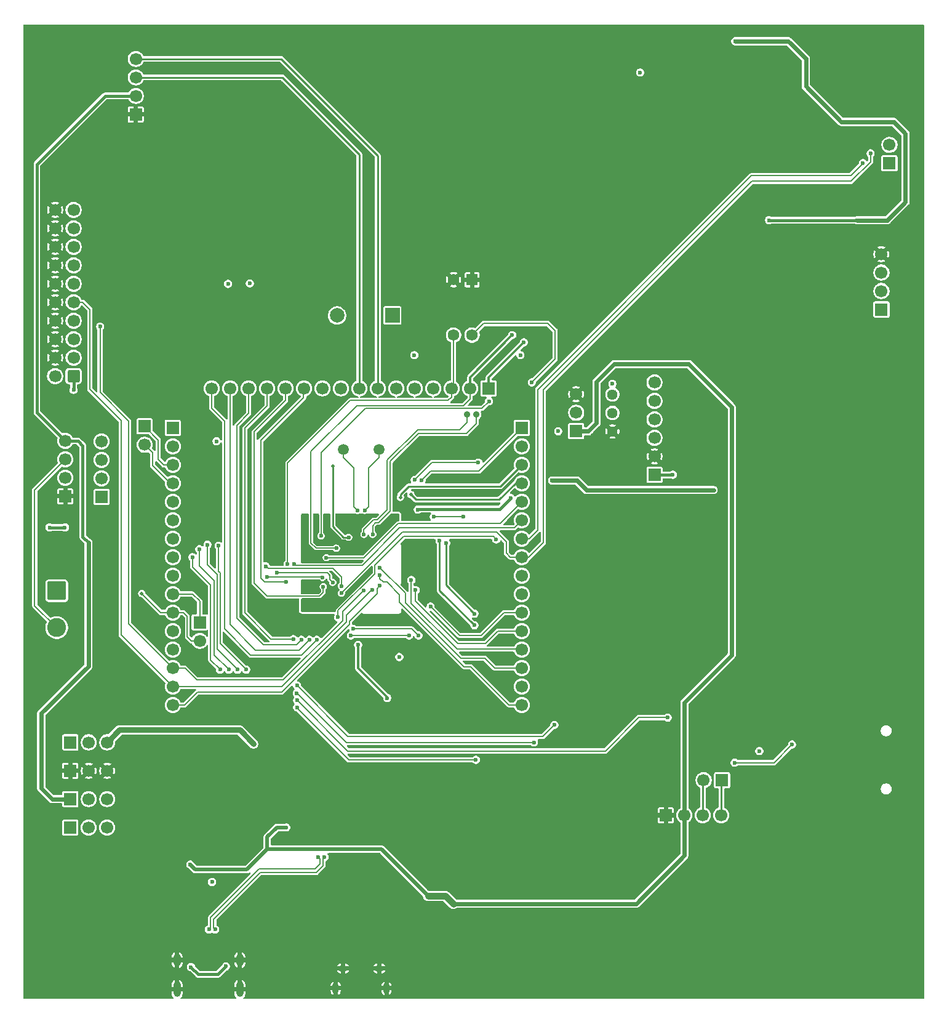
<source format=gbl>
%TF.GenerationSoftware,KiCad,Pcbnew,9.0.3*%
%TF.CreationDate,2025-12-27T22:41:26+05:30*%
%TF.ProjectId,STM32+ESP32,53544d33-322b-4455-9350-33322e6b6963,rev?*%
%TF.SameCoordinates,Original*%
%TF.FileFunction,Copper,L2,Bot*%
%TF.FilePolarity,Positive*%
%FSLAX46Y46*%
G04 Gerber Fmt 4.6, Leading zero omitted, Abs format (unit mm)*
G04 Created by KiCad (PCBNEW 9.0.3) date 2025-12-27 22:41:26*
%MOMM*%
%LPD*%
G01*
G04 APERTURE LIST*
G04 Aperture macros list*
%AMRoundRect*
0 Rectangle with rounded corners*
0 $1 Rounding radius*
0 $2 $3 $4 $5 $6 $7 $8 $9 X,Y pos of 4 corners*
0 Add a 4 corners polygon primitive as box body*
4,1,4,$2,$3,$4,$5,$6,$7,$8,$9,$2,$3,0*
0 Add four circle primitives for the rounded corners*
1,1,$1+$1,$2,$3*
1,1,$1+$1,$4,$5*
1,1,$1+$1,$6,$7*
1,1,$1+$1,$8,$9*
0 Add four rect primitives between the rounded corners*
20,1,$1+$1,$2,$3,$4,$5,0*
20,1,$1+$1,$4,$5,$6,$7,0*
20,1,$1+$1,$6,$7,$8,$9,0*
20,1,$1+$1,$8,$9,$2,$3,0*%
G04 Aperture macros list end*
%TA.AperFunction,ComponentPad*%
%ADD10O,1.000000X2.200000*%
%TD*%
%TA.AperFunction,ComponentPad*%
%ADD11O,1.000000X1.800000*%
%TD*%
%TA.AperFunction,ComponentPad*%
%ADD12R,1.700000X1.700000*%
%TD*%
%TA.AperFunction,ComponentPad*%
%ADD13C,1.700000*%
%TD*%
%TA.AperFunction,ComponentPad*%
%ADD14C,3.600000*%
%TD*%
%TA.AperFunction,ConnectorPad*%
%ADD15C,6.400000*%
%TD*%
%TA.AperFunction,ComponentPad*%
%ADD16R,1.580000X1.580000*%
%TD*%
%TA.AperFunction,ComponentPad*%
%ADD17C,1.580000*%
%TD*%
%TA.AperFunction,ComponentPad*%
%ADD18C,1.500000*%
%TD*%
%TA.AperFunction,HeatsinkPad*%
%ADD19O,0.890000X1.550000*%
%TD*%
%TA.AperFunction,HeatsinkPad*%
%ADD20O,1.250000X0.950000*%
%TD*%
%TA.AperFunction,ComponentPad*%
%ADD21C,0.910000*%
%TD*%
%TA.AperFunction,ComponentPad*%
%ADD22RoundRect,0.250000X-1.050000X1.050000X-1.050000X-1.050000X1.050000X-1.050000X1.050000X1.050000X0*%
%TD*%
%TA.AperFunction,ComponentPad*%
%ADD23C,2.600000*%
%TD*%
%TA.AperFunction,ComponentPad*%
%ADD24RoundRect,0.250000X0.600000X0.600000X-0.600000X0.600000X-0.600000X-0.600000X0.600000X-0.600000X0*%
%TD*%
%TA.AperFunction,ComponentPad*%
%ADD25R,2.000000X2.000000*%
%TD*%
%TA.AperFunction,ComponentPad*%
%ADD26C,2.000000*%
%TD*%
%TA.AperFunction,ComponentPad*%
%ADD27C,1.440000*%
%TD*%
%TA.AperFunction,ViaPad*%
%ADD28C,0.600000*%
%TD*%
%TA.AperFunction,ViaPad*%
%ADD29C,0.500000*%
%TD*%
%TA.AperFunction,Conductor*%
%ADD30C,0.150000*%
%TD*%
%TA.AperFunction,Conductor*%
%ADD31C,0.600000*%
%TD*%
%TA.AperFunction,Conductor*%
%ADD32C,0.400000*%
%TD*%
%TA.AperFunction,Conductor*%
%ADD33C,0.500000*%
%TD*%
%TA.AperFunction,Conductor*%
%ADD34C,0.900000*%
%TD*%
%TA.AperFunction,Conductor*%
%ADD35C,0.800000*%
%TD*%
%TA.AperFunction,Conductor*%
%ADD36C,0.300000*%
%TD*%
%TA.AperFunction,Conductor*%
%ADD37C,0.200000*%
%TD*%
%TA.AperFunction,Conductor*%
%ADD38C,0.250000*%
%TD*%
G04 APERTURE END LIST*
D10*
%TO.P,J1,SH1,SHIELD1*%
%TO.N,GND*%
X171680000Y-298125000D03*
%TO.P,J1,SH2,SHIELD2*%
X180320000Y-298125000D03*
D11*
%TO.P,J1,SH3,SHIELD3*%
X171680000Y-294125000D03*
%TO.P,J1,SH4,SHIELD4*%
X180320000Y-294125000D03*
%TD*%
D12*
%TO.P,J22,1,Pin_1*%
%TO.N,GND*%
X238950000Y-274225000D03*
D13*
%TO.P,J22,2,Pin_2*%
%TO.N,+5V*%
X241490000Y-274225000D03*
%TO.P,J22,3,Pin_3*%
%TO.N,I2C1_CLK*%
X244030000Y-274225000D03*
%TO.P,J22,4,Pin_4*%
%TO.N,I2C1_SDA*%
X246570000Y-274225000D03*
%TD*%
D12*
%TO.P,J6,1,Pin_1*%
%TO.N,VBUS1*%
X156960000Y-275900000D03*
D13*
%TO.P,J6,2,Pin_2*%
%TO.N,+5V*%
X159500000Y-275900000D03*
%TO.P,J6,3,Pin_3*%
%TO.N,VBUS2*%
X162040000Y-275900000D03*
%TD*%
D12*
%TO.P,J2,1,Pin_1*%
%TO.N,+5V*%
X157000000Y-272000000D03*
D13*
%TO.P,J2,2,Pin_2*%
X159540000Y-272000000D03*
%TO.P,J2,3,Pin_3*%
X162080000Y-272000000D03*
%TD*%
D12*
%TO.P,J8,1,Pin_1*%
%TO.N,PB0*%
X214550000Y-215525000D03*
D13*
%TO.P,J8,2,Pin_2*%
%TO.N,PB1*%
X212010000Y-215525000D03*
%TO.P,J8,3,Pin_3*%
%TO.N,BOOT1*%
X209470000Y-215525000D03*
%TO.P,J8,4,Pin_4*%
%TO.N,PB3*%
X206930000Y-215525000D03*
%TO.P,J8,5,Pin_5*%
%TO.N,PB4*%
X204390000Y-215525000D03*
%TO.P,J8,6,Pin_6*%
%TO.N,PB5*%
X201850000Y-215525000D03*
%TO.P,J8,7,Pin_7*%
%TO.N,I2C1_CLK*%
X199310000Y-215525000D03*
%TO.P,J8,8,Pin_8*%
%TO.N,I2C1_SDA*%
X196770000Y-215525000D03*
%TO.P,J8,9,Pin_9*%
%TO.N,PB8*%
X194230000Y-215525000D03*
%TO.P,J8,10,Pin_10*%
%TO.N,PB9*%
X191690000Y-215525000D03*
%TO.P,J8,11,Pin_11*%
%TO.N,CAN_SPI2_SCK*%
X189150000Y-215525000D03*
%TO.P,J8,12,Pin_12*%
%TO.N,PB11*%
X186610000Y-215525000D03*
%TO.P,J8,13,Pin_13*%
%TO.N,BUZZ*%
X184070000Y-215525000D03*
%TO.P,J8,14,Pin_14*%
%TO.N,PB13*%
X181530000Y-215525000D03*
%TO.P,J8,15,Pin_15*%
%TO.N,G_LED*%
X178990000Y-215525000D03*
%TO.P,J8,16,Pin_16*%
%TO.N,PB15*%
X176450000Y-215525000D03*
%TD*%
D14*
%TO.P,H2,1,1*%
%TO.N,GND*%
X154500000Y-295500000D03*
D15*
X154500000Y-295500000D03*
%TD*%
D12*
%TO.P,J14,1,Pin_1*%
%TO.N,PA2*%
X167225000Y-220750000D03*
D13*
%TO.P,J14,2,Pin_2*%
%TO.N,PA3*%
X167225000Y-223290000D03*
%TD*%
D12*
%TO.P,J18,1,Pin_1*%
%TO.N,GND*%
X156300000Y-230365000D03*
D13*
%TO.P,J18,2,Pin_2*%
%TO.N,Net-(J16-Pin_1)*%
X156300000Y-227825000D03*
%TO.P,J18,3,Pin_3*%
%TO.N,Net-(J16-Pin_2)*%
X156300000Y-225285000D03*
%TO.P,J18,4,Pin_4*%
%TO.N,+5V*%
X156300000Y-222745000D03*
%TD*%
D16*
%TO.P,S1,1A*%
%TO.N,GND*%
X212270000Y-200590000D03*
D17*
%TO.P,S1,1B*%
%TO.N,BOOT0*%
X212270000Y-208210000D03*
%TO.P,S1,2A*%
%TO.N,GND*%
X209730000Y-200590000D03*
%TO.P,S1,2B*%
%TO.N,BOOT1*%
X209730000Y-208210000D03*
%TD*%
D18*
%TO.P,Y2,1,1*%
%TO.N,OSC_8_OUT*%
X194560000Y-223900000D03*
%TO.P,Y2,2,2*%
%TO.N,OSC_8_IN*%
X199440000Y-223900000D03*
%TD*%
D12*
%TO.P,J19,1,Pin_1*%
%TO.N,PC6*%
X269700000Y-184590000D03*
D13*
%TO.P,J19,2,Pin_2*%
%TO.N,PC7*%
X269700000Y-182050000D03*
%TD*%
D14*
%TO.P,H4,1,1*%
%TO.N,GND*%
X270500000Y-169500000D03*
D15*
X270500000Y-169500000D03*
%TD*%
D12*
%TO.P,J20,1,Pin_1*%
%TO.N,I2C1_SDA*%
X246675000Y-269400000D03*
D13*
%TO.P,J20,2,Pin_2*%
%TO.N,I2C1_CLK*%
X244135000Y-269400000D03*
%TD*%
D19*
%TO.P,J5,6,Shield*%
%TO.N,GND*%
X193500000Y-298000000D03*
D20*
X194500000Y-295300000D03*
X199500000Y-295300000D03*
D19*
X200500000Y-298000000D03*
%TD*%
D12*
%TO.P,J13,1,Pin_1*%
%TO.N,+3V3*%
X237375000Y-227425000D03*
D13*
%TO.P,J13,2,Pin_2*%
%TO.N,GND*%
X237375000Y-224885000D03*
%TO.P,J13,3,Pin_3*%
%TO.N,CAN_SPI2_CS*%
X237375000Y-222345000D03*
%TO.P,J13,4,Pin_4*%
%TO.N,CAN_SPI2_MOSI*%
X237375000Y-219805000D03*
%TO.P,J13,5,Pin_5*%
%TO.N,CAN_SPI2_MISO*%
X237375000Y-217265000D03*
%TO.P,J13,6,Pin_6*%
%TO.N,CAN_SPI2_SCK*%
X237375000Y-214725000D03*
%TD*%
D14*
%TO.P,H3,1,1*%
%TO.N,GND*%
X270500000Y-295500000D03*
D15*
X270500000Y-295500000D03*
%TD*%
D12*
%TO.P,J23,1,Pin_1*%
%TO.N,+3V3*%
X268600000Y-204680000D03*
D13*
%TO.P,J23,2,Pin_2*%
%TO.N,Net-(J23-Pin_2)*%
X268600000Y-202140000D03*
%TO.P,J23,3,Pin_3*%
%TO.N,Net-(J23-Pin_3)*%
X268600000Y-199600000D03*
%TO.P,J23,4,Pin_4*%
%TO.N,GND*%
X268600000Y-197060000D03*
%TD*%
D21*
%TO.P,Y1,1*%
%TO.N,OSC_32_OUT*%
X211565000Y-219127500D03*
%TO.P,Y1,2*%
%TO.N,OSC_32_IN*%
X212835000Y-219127500D03*
%TD*%
D12*
%TO.P,J15,1,Pin_1*%
%TO.N,PA7*%
X161300000Y-230440000D03*
D13*
%TO.P,J15,2,Pin_2*%
%TO.N,PA6*%
X161300000Y-227900000D03*
%TO.P,J15,3,Pin_3*%
%TO.N,PA5*%
X161300000Y-225360000D03*
%TO.P,J15,4,Pin_4*%
%TO.N,PA4*%
X161300000Y-222820000D03*
%TD*%
D22*
%TO.P,J16,1,Pin_1*%
%TO.N,Net-(J16-Pin_1)*%
X155127500Y-243355000D03*
D23*
%TO.P,J16,2,Pin_2*%
%TO.N,Net-(J16-Pin_2)*%
X155127500Y-248435000D03*
%TD*%
D12*
%TO.P,J3,1,Pin_1*%
%TO.N,+3V3*%
X157000000Y-264200000D03*
D13*
%TO.P,J3,2,Pin_2*%
X159540000Y-264200000D03*
%TO.P,J3,3,Pin_3*%
X162080000Y-264200000D03*
%TD*%
D12*
%TO.P,J12,1,Pin_1*%
%TO.N,PA9*%
X174800000Y-247700000D03*
D13*
%TO.P,J12,2,Pin_2*%
%TO.N,PA10*%
X174800000Y-250240000D03*
%TD*%
D12*
%TO.P,J11,1,Pin_1*%
%TO.N,+5V*%
X226600000Y-221425000D03*
D13*
%TO.P,J11,2,Pin_2*%
%TO.N,ADC1_IN10*%
X226600000Y-218885000D03*
%TO.P,J11,3,Pin_3*%
%TO.N,GND*%
X226600000Y-216345000D03*
%TD*%
D12*
%TO.P,J7,1,Pin_1*%
%TO.N,PA0*%
X171090000Y-220950000D03*
D13*
%TO.P,J7,2,Pin_2*%
%TO.N,PA1*%
X171090000Y-223490000D03*
%TO.P,J7,3,Pin_3*%
%TO.N,PA2*%
X171090000Y-226030000D03*
%TO.P,J7,4,Pin_4*%
%TO.N,PA3*%
X171090000Y-228570000D03*
%TO.P,J7,5,Pin_5*%
%TO.N,PA4*%
X171090000Y-231110000D03*
%TO.P,J7,6,Pin_6*%
%TO.N,PA5*%
X171090000Y-233650000D03*
%TO.P,J7,7,Pin_7*%
%TO.N,PA6*%
X171090000Y-236190000D03*
%TO.P,J7,8,Pin_8*%
%TO.N,PA7*%
X171090000Y-238730000D03*
%TO.P,J7,9,Pin_9*%
%TO.N,PA8*%
X171090000Y-241270000D03*
%TO.P,J7,10,Pin_10*%
%TO.N,PA9*%
X171090000Y-243810000D03*
%TO.P,J7,11,Pin_11*%
%TO.N,PA10*%
X171090000Y-246350000D03*
%TO.P,J7,12,Pin_12*%
%TO.N,unconnected-(J7-Pin_12-Pad12)*%
X171090000Y-248890000D03*
%TO.P,J7,13,Pin_13*%
%TO.N,unconnected-(J7-Pin_13-Pad13)*%
X171090000Y-251430000D03*
%TO.P,J7,14,Pin_14*%
%TO.N,PA13*%
X171090000Y-253970000D03*
%TO.P,J7,15,Pin_15*%
%TO.N,PA14*%
X171090000Y-256510000D03*
%TO.P,J7,16,Pin_16*%
%TO.N,PA15*%
X171090000Y-259050000D03*
%TD*%
D24*
%TO.P,J17,1,Pin_1*%
%TO.N,+3V3*%
X157440000Y-213840000D03*
D13*
%TO.P,J17,2,Pin_2*%
%TO.N,unconnected-(J17-Pin_2-Pad2)*%
X154900000Y-213840000D03*
%TO.P,J17,3,Pin_3*%
%TO.N,unconnected-(J17-Pin_3-Pad3)*%
X157440000Y-211300000D03*
%TO.P,J17,4,Pin_4*%
%TO.N,GND*%
X154900000Y-211300000D03*
%TO.P,J17,5,Pin_5*%
%TO.N,unconnected-(J17-Pin_5-Pad5)*%
X157440000Y-208760000D03*
%TO.P,J17,6,Pin_6*%
%TO.N,GND*%
X154900000Y-208760000D03*
%TO.P,J17,7,Pin_7*%
%TO.N,PA13*%
X157440000Y-206220000D03*
%TO.P,J17,8,Pin_8*%
%TO.N,GND*%
X154900000Y-206220000D03*
%TO.P,J17,9,Pin_9*%
%TO.N,PA14*%
X157440000Y-203680000D03*
%TO.P,J17,10,Pin_10*%
%TO.N,GND*%
X154900000Y-203680000D03*
%TO.P,J17,11,Pin_11*%
%TO.N,unconnected-(J17-Pin_11-Pad11)*%
X157440000Y-201140000D03*
%TO.P,J17,12,Pin_12*%
%TO.N,GND*%
X154900000Y-201140000D03*
%TO.P,J17,13,Pin_13*%
%TO.N,unconnected-(J17-Pin_13-Pad13)*%
X157440000Y-198600000D03*
%TO.P,J17,14,Pin_14*%
%TO.N,GND*%
X154900000Y-198600000D03*
%TO.P,J17,15,Pin_15*%
%TO.N,NRST*%
X157440000Y-196060000D03*
%TO.P,J17,16,Pin_16*%
%TO.N,GND*%
X154900000Y-196060000D03*
%TO.P,J17,17,Pin_17*%
%TO.N,unconnected-(J17-Pin_17-Pad17)*%
X157440000Y-193520000D03*
%TO.P,J17,18,Pin_18*%
%TO.N,GND*%
X154900000Y-193520000D03*
%TO.P,J17,19,Pin_19*%
%TO.N,unconnected-(J17-Pin_19-Pad19)*%
X157440000Y-190980000D03*
%TO.P,J17,20,Pin_20*%
%TO.N,GND*%
X154900000Y-190980000D03*
%TD*%
D12*
%TO.P,J21,1,Pin_1*%
%TO.N,GND*%
X166000000Y-177850000D03*
D13*
%TO.P,J21,2,Pin_2*%
%TO.N,+5V*%
X166000000Y-175310000D03*
%TO.P,J21,3,Pin_3*%
%TO.N,I2C1_SDA*%
X166000000Y-172770000D03*
%TO.P,J21,4,Pin_4*%
%TO.N,I2C1_CLK*%
X166000000Y-170230000D03*
%TD*%
D12*
%TO.P,J4,1,Pin_1*%
%TO.N,GND*%
X157000000Y-268100000D03*
D13*
%TO.P,J4,2,Pin_2*%
X159540000Y-268100000D03*
%TO.P,J4,3,Pin_3*%
X162080000Y-268100000D03*
%TD*%
D12*
%TO.P,J9,1,Pin_1*%
%TO.N,ADC1_IN10*%
X219115000Y-220950000D03*
D13*
%TO.P,J9,2,Pin_2*%
%TO.N,ADC1_IN11*%
X219115000Y-223490000D03*
%TO.P,J9,3,Pin_3*%
%TO.N,CAN_SPI2_MISO*%
X219115000Y-226030000D03*
%TO.P,J9,4,Pin_4*%
%TO.N,CAN_SPI2_MOSI*%
X219115000Y-228570000D03*
%TO.P,J9,5,Pin_5*%
%TO.N,CAN_SPI2_CS*%
X219115000Y-231110000D03*
%TO.P,J9,6,Pin_6*%
%TO.N,PC5*%
X219115000Y-233650000D03*
%TO.P,J9,7,Pin_7*%
%TO.N,PC6*%
X219115000Y-236190000D03*
%TO.P,J9,8,Pin_8*%
%TO.N,PC7*%
X219115000Y-238730000D03*
%TO.P,J9,9,Pin_9*%
%TO.N,PC8*%
X219115000Y-241270000D03*
%TO.P,J9,10,Pin_10*%
%TO.N,PC9*%
X219115000Y-243810000D03*
%TO.P,J9,11,Pin_11*%
%TO.N,PC10*%
X219115000Y-246350000D03*
%TO.P,J9,12,Pin_12*%
%TO.N,PC11*%
X219115000Y-248890000D03*
%TO.P,J9,13,Pin_13*%
%TO.N,PC12*%
X219115000Y-251430000D03*
%TO.P,J9,14,Pin_14*%
%TO.N,PC13*%
X219115000Y-253970000D03*
%TO.P,J9,15,Pin_15*%
%TO.N,unconnected-(J9-Pin_15-Pad15)*%
X219115000Y-256510000D03*
%TO.P,J9,16,Pin_16*%
%TO.N,PD2*%
X219115000Y-259050000D03*
%TD*%
D14*
%TO.P,H1,1,1*%
%TO.N,GND*%
X154500000Y-169500000D03*
D15*
X154500000Y-169500000D03*
%TD*%
D25*
%TO.P,BZ1,1,+*%
%TO.N,+5V*%
X201300000Y-205500000D03*
D26*
%TO.P,BZ1,2,-*%
%TO.N,Net-(BZ1--)*%
X193700000Y-205500000D03*
%TD*%
D27*
%TO.P,RV2,1,1*%
%TO.N,GND*%
X231590000Y-221440000D03*
%TO.P,RV2,2,2*%
%TO.N,ADC1_IN11*%
X231590000Y-218900000D03*
%TO.P,RV2,3,3*%
%TO.N,+3V3*%
X231590000Y-216360000D03*
%TD*%
D28*
%TO.N,GND*%
X152550000Y-257800000D03*
X231590000Y-222900000D03*
X196000000Y-296700000D03*
X179625000Y-283300000D03*
X185000000Y-236600000D03*
X252550000Y-171500000D03*
X206282000Y-291900000D03*
X203300000Y-233400000D03*
X250310000Y-176510000D03*
X259600000Y-226400000D03*
X248000000Y-256400000D03*
D29*
X227300000Y-214000000D03*
D28*
X268850000Y-256150000D03*
X190500000Y-269500000D03*
X259350000Y-256350000D03*
X249600000Y-174200000D03*
X250540000Y-265400000D03*
X153500000Y-284900000D03*
X260000000Y-268900000D03*
X185500000Y-266300000D03*
X252550000Y-177350000D03*
X161500000Y-250500000D03*
X246730000Y-265400000D03*
X254800000Y-176520000D03*
X197500000Y-288500000D03*
X212200000Y-222325000D03*
X191000000Y-257500000D03*
X165400000Y-284900000D03*
X216058750Y-290200000D03*
X218782000Y-290785000D03*
X202907033Y-226600000D03*
D29*
X258925000Y-202625000D03*
D28*
X192793969Y-282887938D03*
X250280000Y-172000000D03*
X186200000Y-271100000D03*
X265625000Y-280425000D03*
X271900000Y-232600000D03*
X244000000Y-230800000D03*
X172800000Y-295000000D03*
X192500000Y-269500000D03*
X255100000Y-174270000D03*
X226800000Y-290767000D03*
X198000000Y-296700000D03*
X193900000Y-272600000D03*
X243900000Y-247850001D03*
X195850000Y-288500000D03*
X235175000Y-168975000D03*
X224058750Y-290100000D03*
X167000000Y-266400000D03*
X268850000Y-275500000D03*
X211627500Y-290327500D03*
X264650000Y-166550000D03*
X248330000Y-182570000D03*
X190464176Y-283130625D03*
X184359257Y-225056651D03*
X251810000Y-256400000D03*
X165525002Y-209474998D03*
X254820000Y-172000000D03*
X185050000Y-297550000D03*
X244200000Y-260150000D03*
D29*
X246789498Y-202000000D03*
D28*
X198700000Y-293400000D03*
X166975000Y-297600000D03*
X243974998Y-239350001D03*
X179200000Y-295000000D03*
X192500000Y-259000000D03*
X199900000Y-252500000D03*
X187650000Y-206850000D03*
X168950000Y-280300000D03*
X182000000Y-244300000D03*
X259550000Y-275000000D03*
%TO.N,+5V*%
X224125000Y-221425000D03*
X173500000Y-281000000D03*
X159500000Y-236735000D03*
X217500000Y-286400000D03*
X219941250Y-286400000D03*
X224400000Y-286400000D03*
X206220000Y-285320000D03*
X156250000Y-234650000D03*
X186700000Y-275900000D03*
X211841250Y-286400000D03*
X154150000Y-234650000D03*
X209700000Y-286400000D03*
%TO.N,+3V3*%
X191350000Y-236750000D03*
X231590000Y-214900000D03*
X248500000Y-167800000D03*
X235400000Y-172100000D03*
X182200000Y-264400000D03*
X199811205Y-235342060D03*
X181700000Y-201100000D03*
X251800000Y-265400000D03*
X265281303Y-192400000D03*
X204337500Y-210962500D03*
X239900000Y-227400000D03*
X176500000Y-283400000D03*
X202262500Y-252462500D03*
X218937500Y-210962500D03*
X177100000Y-222800000D03*
X178700000Y-201150000D03*
X197900000Y-241100000D03*
X192800000Y-243600000D03*
X253127101Y-192400000D03*
X157440000Y-215740000D03*
X194800000Y-237200000D03*
%TO.N,OSC_32_OUT*%
X197400000Y-235600000D03*
%TO.N,OSC_32_IN*%
X198600000Y-235600000D03*
%TO.N,OSC_8_OUT*%
X196506587Y-232306587D03*
%TO.N,OSC_8_IN*%
X197500000Y-232300000D03*
D29*
%TO.N,NRST*%
X193100000Y-226200000D03*
D28*
X195300000Y-236000000D03*
%TO.N,Net-(D3-A)*%
X173600000Y-295100000D03*
X178400000Y-295000000D03*
%TO.N,PB13*%
X188800000Y-250100000D03*
%TO.N,G_LED*%
X189900000Y-250100000D03*
%TO.N,DN*%
X191125000Y-279971460D03*
X176075000Y-289926578D03*
%TO.N,DP*%
X191975000Y-279971460D03*
X176925000Y-289926578D03*
%TO.N,PA5*%
X188147017Y-257441051D03*
X175875000Y-237025000D03*
X180000000Y-254200000D03*
X220800000Y-264200000D03*
%TO.N,PA8*%
X196600000Y-250800000D03*
X183900000Y-240000000D03*
X200600000Y-258100000D03*
X194300000Y-242695033D03*
%TO.N,PA9*%
X193100000Y-242200000D03*
X185400000Y-240900000D03*
%TO.N,PA14*%
X198522122Y-243222122D03*
%TO.N,PA13*%
X161100000Y-207040000D03*
X197390998Y-243322175D03*
%TO.N,PA10*%
X184100000Y-241500000D03*
X191696771Y-241514287D03*
D29*
X166832500Y-243732500D03*
D28*
%TO.N,PA4*%
X188200000Y-256400000D03*
X181200000Y-254200000D03*
X177400000Y-237175000D03*
X223600000Y-261800000D03*
%TO.N,PA6*%
X239200000Y-260800000D03*
X178800000Y-254200000D03*
X174750815Y-237649185D03*
X188200000Y-258400000D03*
%TO.N,PA7*%
X177600000Y-254200000D03*
X188200000Y-259400000D03*
X173800000Y-238730000D03*
X212800000Y-266600000D03*
%TO.N,I2C1_CLK*%
X212600000Y-246500000D03*
X208700000Y-236800000D03*
%TO.N,PB15*%
X190900000Y-250100000D03*
%TO.N,PB11*%
X191800000Y-242800000D03*
%TO.N,BUZZ*%
X187700000Y-250000000D03*
%TO.N,I2C1_SDA*%
X212600000Y-248100000D03*
X207800000Y-236475000D03*
%TO.N,CAN_SPI2_SCK*%
X186700000Y-242100000D03*
%TO.N,PB0*%
X191500000Y-235800000D03*
X219400000Y-209200000D03*
X214600000Y-217300000D03*
%TO.N,PC6*%
X266063603Y-184567868D03*
X193825000Y-247000000D03*
X215600000Y-236300000D03*
D29*
%TO.N,CAN_SPI2_MISO*%
X202400000Y-230500000D03*
%TO.N,CAN_SPI2_MOSI*%
X203862500Y-230137500D03*
D28*
%TO.N,PC7*%
X267110000Y-183220000D03*
X194300000Y-243700000D03*
%TO.N,PC13*%
X199575000Y-240175000D03*
%TO.N,PD2*%
X199600000Y-241179170D03*
%TO.N,PC5*%
X187800000Y-239725000D03*
%TO.N,PC9*%
X204900000Y-249500000D03*
X195950000Y-248600000D03*
%TO.N,ADC1_IN11*%
X204375000Y-228125000D03*
X213140000Y-225750000D03*
%TO.N,PC8*%
X195600000Y-249500000D03*
X203600000Y-249500000D03*
%TO.N,PC12*%
X203919087Y-241880913D03*
%TO.N,PC10*%
X206567595Y-245532405D03*
%TO.N,CAN_SPI2_CS*%
X192225000Y-238800000D03*
%TO.N,PC11*%
X204500000Y-243275000D03*
%TO.N,ADC1_IN10*%
X205313438Y-228208210D03*
%TO.N,PB1*%
X193600000Y-237500000D03*
X217800000Y-208200000D03*
%TO.N,D3*%
X248400000Y-267000000D03*
X256300000Y-264500000D03*
%TO.N,V_CELL*%
X245500000Y-229500000D03*
X204800000Y-232200000D03*
X217600000Y-230600000D03*
X223300000Y-228200000D03*
%TO.N,BOOT0*%
X207000000Y-233200000D03*
X220500000Y-214700000D03*
X211100000Y-233200000D03*
%TO.N,PA15*%
X199600000Y-242675000D03*
%TO.N,BOOT1*%
X186900000Y-239700000D03*
%TD*%
D30*
%TO.N,PC7*%
X217530000Y-238730000D02*
X219115000Y-238730000D01*
X216992500Y-236607500D02*
X216992500Y-238192500D01*
X202700000Y-235300000D02*
X215685000Y-235300000D01*
X216992500Y-238192500D02*
X217530000Y-238730000D01*
X194300000Y-243700000D02*
X202700000Y-235300000D01*
X215685000Y-235300000D02*
X216992500Y-236607500D01*
D31*
%TO.N,+5V*%
X159500000Y-253700000D02*
X159500000Y-236735000D01*
X153000000Y-260200000D02*
X159500000Y-253700000D01*
X153000000Y-270500000D02*
X153000000Y-260200000D01*
X157000000Y-272000000D02*
X154500000Y-272000000D01*
X154500000Y-272000000D02*
X153000000Y-270500000D01*
X248000000Y-252200000D02*
X241490000Y-258710000D01*
D32*
X161790000Y-175310000D02*
X166000000Y-175310000D01*
D31*
X228275000Y-221425000D02*
X229400000Y-220300000D01*
D32*
X154150000Y-234650000D02*
X156250000Y-234650000D01*
D33*
X184100000Y-278900000D02*
X184100000Y-277200000D01*
D32*
X158700000Y-235935000D02*
X159500000Y-236735000D01*
D33*
X185400000Y-275900000D02*
X186700000Y-275900000D01*
D31*
X234850000Y-286400000D02*
X224400000Y-286400000D01*
D32*
X158700000Y-223400000D02*
X158700000Y-235935000D01*
X152400000Y-184700000D02*
X161790000Y-175310000D01*
D31*
X241490000Y-279760000D02*
X234850000Y-286400000D01*
X229400000Y-220300000D02*
X229400000Y-214600000D01*
X226600000Y-221425000D02*
X228275000Y-221425000D01*
X229400000Y-214600000D02*
X231800000Y-212200000D01*
X242100000Y-212200000D02*
X248000000Y-218100000D01*
D34*
X206220000Y-285320000D02*
X208620000Y-285320000D01*
D32*
X156300000Y-222745000D02*
X158045000Y-222745000D01*
D34*
X208620000Y-285320000D02*
X209700000Y-286400000D01*
D32*
X152400000Y-218845000D02*
X152400000Y-184700000D01*
D31*
X248000000Y-218100000D02*
X248000000Y-252200000D01*
D32*
X156300000Y-222745000D02*
X152400000Y-218845000D01*
D33*
X184100000Y-278900000D02*
X199800000Y-278900000D01*
D31*
X211841250Y-286400000D02*
X209700000Y-286400000D01*
D33*
X173500000Y-281000000D02*
X174200000Y-281700000D01*
D31*
X241490000Y-258710000D02*
X241490000Y-274225000D01*
D33*
X181300000Y-281700000D02*
X184100000Y-278900000D01*
D31*
X231800000Y-212200000D02*
X242100000Y-212200000D01*
X241490000Y-274225000D02*
X241490000Y-279760000D01*
D33*
X174200000Y-281700000D02*
X181300000Y-281700000D01*
D31*
X224400000Y-286400000D02*
X219941250Y-286400000D01*
D32*
X158045000Y-222745000D02*
X158700000Y-223400000D01*
D31*
X217500000Y-286400000D02*
X211841250Y-286400000D01*
D33*
X184100000Y-277200000D02*
X185400000Y-275900000D01*
X199800000Y-278900000D02*
X206220000Y-285320000D01*
D31*
X219941250Y-286400000D02*
X217500000Y-286400000D01*
D32*
%TO.N,+3V3*%
X239875000Y-227425000D02*
X239900000Y-227400000D01*
D31*
X258200000Y-170200000D02*
X255800000Y-167800000D01*
D35*
X162080000Y-264200000D02*
X163780000Y-262500000D01*
D36*
X192050000Y-236750000D02*
X192400000Y-236400000D01*
D35*
X163780000Y-262500000D02*
X180300000Y-262500000D01*
D32*
X265281303Y-192400000D02*
X253127101Y-192400000D01*
D31*
X269400000Y-192400000D02*
X271900000Y-189900000D01*
X263100000Y-178900000D02*
X258200000Y-174000000D01*
D35*
X180300000Y-262500000D02*
X182200000Y-264400000D01*
D31*
X271900000Y-189900000D02*
X271900000Y-180500000D01*
X258200000Y-174000000D02*
X258200000Y-170200000D01*
X271900000Y-180500000D02*
X270300000Y-178900000D01*
X255800000Y-167800000D02*
X248500000Y-167800000D01*
D36*
X197953265Y-237200000D02*
X199811205Y-235342060D01*
D31*
X270300000Y-178900000D02*
X263100000Y-178900000D01*
D36*
X194000000Y-236400000D02*
X194800000Y-237200000D01*
D31*
X265281303Y-192400000D02*
X269400000Y-192400000D01*
D36*
X191350000Y-236750000D02*
X192050000Y-236750000D01*
D32*
X157440000Y-215740000D02*
X157440000Y-213840000D01*
X237375000Y-227425000D02*
X239875000Y-227425000D01*
D36*
X194800000Y-237200000D02*
X197953265Y-237200000D01*
X192400000Y-236400000D02*
X194000000Y-236400000D01*
D37*
%TO.N,OSC_32_OUT*%
X199200000Y-233600000D02*
X198700000Y-233600000D01*
X211565000Y-220235000D02*
X210600000Y-221200000D01*
X198700000Y-233600000D02*
X197400000Y-234900000D01*
X200600000Y-225400000D02*
X200600000Y-232200000D01*
X204800000Y-221200000D02*
X200600000Y-225400000D01*
X211565000Y-219127500D02*
X211565000Y-220235000D01*
X210600000Y-221200000D02*
X204800000Y-221200000D01*
X197400000Y-234900000D02*
X197400000Y-235600000D01*
X200600000Y-232200000D02*
X199200000Y-233600000D01*
%TO.N,OSC_32_IN*%
X198600000Y-235600000D02*
X198600000Y-234400000D01*
X201001000Y-232366100D02*
X201001000Y-225566100D01*
X201001000Y-225566100D02*
X204867100Y-221700000D01*
X198600000Y-234400000D02*
X198999000Y-234001000D01*
X212835000Y-220365000D02*
X212835000Y-219127500D01*
X211500000Y-221700000D02*
X212835000Y-220365000D01*
X204867100Y-221700000D02*
X211500000Y-221700000D01*
X198999000Y-234001000D02*
X199366100Y-234001000D01*
X199366100Y-234001000D02*
X201001000Y-232366100D01*
%TO.N,OSC_8_OUT*%
X194560000Y-225000000D02*
X194560000Y-223900000D01*
X196506587Y-232306587D02*
X196000000Y-231800000D01*
X196000000Y-231800000D02*
X196000000Y-226440000D01*
X196000000Y-226440000D02*
X194560000Y-225000000D01*
%TO.N,OSC_8_IN*%
X198000000Y-226440000D02*
X199440000Y-225000000D01*
X197500000Y-232300000D02*
X198000000Y-231800000D01*
X199440000Y-225000000D02*
X199440000Y-223900000D01*
X198000000Y-231800000D02*
X198000000Y-226440000D01*
D38*
%TO.N,NRST*%
X194600000Y-236000000D02*
X193100000Y-234500000D01*
X195300000Y-236000000D02*
X194600000Y-236000000D01*
X193100000Y-234500000D02*
X193100000Y-226200000D01*
D32*
%TO.N,Net-(D3-A)*%
X174600000Y-296100000D02*
X177300000Y-296100000D01*
X173600000Y-295100000D02*
X174600000Y-296100000D01*
X177300000Y-296100000D02*
X178400000Y-295000000D01*
D30*
%TO.N,PB13*%
X188100000Y-250800000D02*
X183600000Y-250800000D01*
X183600000Y-250800000D02*
X179900000Y-247100000D01*
X181530000Y-218970000D02*
X181530000Y-215525000D01*
X179900000Y-247100000D02*
X179900000Y-220600000D01*
X179900000Y-220600000D02*
X181530000Y-218970000D01*
X188800000Y-250100000D02*
X188100000Y-250800000D01*
%TO.N,G_LED*%
X178990000Y-247990000D02*
X178990000Y-215525000D01*
X182500000Y-251500000D02*
X178990000Y-247990000D01*
X189900000Y-250100000D02*
X188500000Y-251500000D01*
X188500000Y-251500000D02*
X182500000Y-251500000D01*
D37*
%TO.N,DN*%
X176274999Y-288306803D02*
X176274999Y-289726579D01*
X191324999Y-280956803D02*
X190656802Y-281625000D01*
X191324999Y-280171459D02*
X191324999Y-280956803D01*
X176274999Y-289726579D02*
X176075000Y-289926578D01*
X191125000Y-279971460D02*
X191324999Y-280171459D01*
X182956802Y-281625000D02*
X176274999Y-288306803D01*
X190656802Y-281625000D02*
X182956802Y-281625000D01*
%TO.N,DP*%
X191775001Y-280171459D02*
X191775001Y-281143197D01*
X191975000Y-279971460D02*
X191775001Y-280171459D01*
X191775001Y-281143197D02*
X190843198Y-282075000D01*
X183143198Y-282075000D02*
X176725001Y-288493197D01*
X176725001Y-288493197D02*
X176725001Y-289726579D01*
X190843198Y-282075000D02*
X183143198Y-282075000D01*
X176725001Y-289726579D02*
X176925000Y-289926578D01*
%TO.N,PA3*%
X170800000Y-228600000D02*
X171060000Y-228600000D01*
X171060000Y-228600000D02*
X171090000Y-228570000D01*
X167225000Y-223290000D02*
X168300000Y-224365000D01*
X168300000Y-224365000D02*
X168300000Y-226100000D01*
X168300000Y-226100000D02*
X170800000Y-228600000D01*
D30*
%TO.N,PA5*%
X177200000Y-241100000D02*
X175875000Y-239775000D01*
D37*
X220800000Y-264200000D02*
X195000000Y-264200000D01*
X188241051Y-257441051D02*
X188147017Y-257441051D01*
D30*
X180000000Y-254200000D02*
X177200000Y-251400000D01*
D37*
X195000000Y-264200000D02*
X188241051Y-257441051D01*
D30*
X177200000Y-251400000D02*
X177200000Y-241100000D01*
X175875000Y-239775000D02*
X175875000Y-237025000D01*
%TO.N,PA8*%
X184200000Y-240300000D02*
X193100000Y-240300000D01*
D36*
X196600000Y-254000000D02*
X196600000Y-250800000D01*
D30*
X183900000Y-240000000D02*
X184200000Y-240300000D01*
D36*
X200600000Y-258100000D02*
X200600000Y-258000000D01*
X200600000Y-258000000D02*
X196600000Y-254000000D01*
D30*
X193100000Y-240300000D02*
X194300000Y-241500000D01*
X194300000Y-241500000D02*
X194300000Y-242695033D01*
D37*
%TO.N,PA9*%
X192428992Y-240971008D02*
X192356984Y-240899000D01*
X192709041Y-241251057D02*
X192428992Y-240971008D01*
X193100000Y-242200000D02*
X192678992Y-241778992D01*
X191799000Y-240899000D02*
X185401000Y-240899000D01*
X191801000Y-240899000D02*
X192356984Y-240899000D01*
X192709041Y-241748943D02*
X192709041Y-241251057D01*
X191800000Y-240900000D02*
X191799000Y-240899000D01*
X171090000Y-243810000D02*
X173810000Y-243810000D01*
X192678992Y-241221008D02*
X192678992Y-241778992D01*
X192428992Y-240971008D02*
X192678992Y-241221008D01*
X173810000Y-243810000D02*
X174800000Y-244800000D01*
X191800000Y-240900000D02*
X191801000Y-240899000D01*
X185401000Y-240899000D02*
X185400000Y-240900000D01*
X174800000Y-244800000D02*
X174800000Y-247700000D01*
%TO.N,PA14*%
X159700000Y-204700000D02*
X159700000Y-215671500D01*
X158680000Y-203680000D02*
X159700000Y-204700000D01*
D30*
X186090000Y-256510000D02*
X171090000Y-256510000D01*
X194950000Y-247650000D02*
X186090000Y-256510000D01*
D37*
X159700000Y-215671500D02*
X164000000Y-219971500D01*
D30*
X194950000Y-246750000D02*
X194950000Y-247650000D01*
D37*
X164000000Y-219971500D02*
X164000000Y-249420000D01*
D30*
X198477878Y-243222122D02*
X194950000Y-246750000D01*
D37*
X164000000Y-249420000D02*
X171090000Y-256510000D01*
X157440000Y-203680000D02*
X158680000Y-203680000D01*
D30*
X198522122Y-243222122D02*
X198477878Y-243222122D01*
%TO.N,PA13*%
X194450000Y-247450000D02*
X186300000Y-255600000D01*
D37*
X161100000Y-207040000D02*
X161100000Y-216100000D01*
X165000000Y-220000000D02*
X165000000Y-247880000D01*
D30*
X194450000Y-246225000D02*
X194450000Y-247450000D01*
D37*
X165000000Y-247880000D02*
X171090000Y-253970000D01*
D30*
X197352825Y-243322175D02*
X194450000Y-246225000D01*
X172780000Y-253970000D02*
X171090000Y-253970000D01*
X197390998Y-243322175D02*
X197352825Y-243322175D01*
X174410000Y-255600000D02*
X172780000Y-253970000D01*
X186300000Y-255600000D02*
X174410000Y-255600000D01*
D37*
X161100000Y-216100000D02*
X165000000Y-220000000D01*
%TO.N,PA2*%
X171090000Y-226030000D02*
X169830000Y-226030000D01*
X169830000Y-226030000D02*
X169100000Y-225300000D01*
X169100000Y-222625000D02*
X167225000Y-220750000D01*
X169100000Y-225300000D02*
X169100000Y-222625000D01*
D30*
%TO.N,PA10*%
X172550000Y-246350000D02*
X173100000Y-246900000D01*
X173100000Y-249700000D02*
X173640000Y-250240000D01*
X173100000Y-246900000D02*
X173100000Y-249700000D01*
X173640000Y-250240000D02*
X174800000Y-250240000D01*
D37*
X169450000Y-246350000D02*
X171090000Y-246350000D01*
D30*
X171090000Y-246350000D02*
X172550000Y-246350000D01*
D37*
X191696771Y-241514287D02*
X191682484Y-241500000D01*
X166832500Y-243732500D02*
X169450000Y-246350000D01*
X191682484Y-241500000D02*
X184100000Y-241500000D01*
%TO.N,PA4*%
X222000000Y-263400000D02*
X195200000Y-263400000D01*
X223600000Y-261800000D02*
X222000000Y-263400000D01*
D30*
X177400000Y-240700000D02*
X177400000Y-237175000D01*
X181200000Y-254200000D02*
X177600000Y-250600000D01*
X177600000Y-250600000D02*
X177600000Y-240900000D01*
X177600000Y-240900000D02*
X177400000Y-240700000D01*
D37*
X195200000Y-263400000D02*
X188200000Y-256400000D01*
%TO.N,PA6*%
X230600000Y-265400000D02*
X195200000Y-265400000D01*
D30*
X176800000Y-252200000D02*
X176800000Y-242000000D01*
X178800000Y-254200000D02*
X176800000Y-252200000D01*
D37*
X239200000Y-260800000D02*
X235200000Y-260800000D01*
X195200000Y-265400000D02*
X188200000Y-258400000D01*
D30*
X174750815Y-239950815D02*
X174750815Y-237649185D01*
D37*
X235200000Y-260800000D02*
X230600000Y-265400000D01*
D30*
X176800000Y-242000000D02*
X174750815Y-239950815D01*
D37*
%TO.N,PA7*%
X212800000Y-266600000D02*
X195300000Y-266600000D01*
D30*
X173800000Y-240100000D02*
X173800000Y-238730000D01*
X176300000Y-242600000D02*
X173800000Y-240100000D01*
D37*
X188200000Y-259500000D02*
X188200000Y-259400000D01*
D30*
X177600000Y-254200000D02*
X177600000Y-254188384D01*
X177600000Y-254188384D02*
X176300000Y-252888384D01*
D37*
X195300000Y-266600000D02*
X188200000Y-259500000D01*
D30*
X176300000Y-252888384D02*
X176300000Y-242600000D01*
D38*
%TO.N,I2C1_CLK*%
X208700000Y-242600000D02*
X212600000Y-246500000D01*
X186030000Y-170230000D02*
X199310000Y-183510000D01*
X199310000Y-183510000D02*
X199310000Y-215525000D01*
X244030000Y-269505000D02*
X244135000Y-269400000D01*
X244030000Y-274225000D02*
X244030000Y-269505000D01*
X208700000Y-236800000D02*
X208700000Y-242600000D01*
X166000000Y-170230000D02*
X186030000Y-170230000D01*
D30*
%TO.N,PB15*%
X176450000Y-218250000D02*
X176450000Y-215525000D01*
X181800000Y-252200000D02*
X178200000Y-248600000D01*
X188800000Y-252200000D02*
X181800000Y-252200000D01*
X190900000Y-250100000D02*
X188800000Y-252200000D01*
X178200000Y-248600000D02*
X178200000Y-220000000D01*
X178200000Y-220000000D02*
X176450000Y-218250000D01*
%TO.N,PB11*%
X191800000Y-243600000D02*
X191300000Y-244100000D01*
X184100000Y-244100000D02*
X182300000Y-242300000D01*
X191800000Y-242800000D02*
X191800000Y-243600000D01*
X191300000Y-244100000D02*
X184100000Y-244100000D01*
X182300000Y-221500000D02*
X186610000Y-217190000D01*
X182300000Y-242300000D02*
X182300000Y-221500000D01*
X186610000Y-217190000D02*
X186610000Y-215525000D01*
%TO.N,BUZZ*%
X184070000Y-217930000D02*
X184070000Y-215525000D01*
X184600000Y-250000000D02*
X181000000Y-246400000D01*
X181000000Y-246400000D02*
X181000000Y-221000000D01*
X181000000Y-221000000D02*
X184070000Y-217930000D01*
X187700000Y-250000000D02*
X184600000Y-250000000D01*
D38*
%TO.N,I2C1_SDA*%
X186170000Y-172770000D02*
X196770000Y-183370000D01*
X207800000Y-243300000D02*
X212600000Y-248100000D01*
X246570000Y-269505000D02*
X246675000Y-269400000D01*
X246570000Y-274225000D02*
X246570000Y-269505000D01*
X166000000Y-172770000D02*
X186170000Y-172770000D01*
X207800000Y-236475000D02*
X207800000Y-243300000D01*
X196770000Y-183370000D02*
X196770000Y-215525000D01*
D37*
%TO.N,CAN_SPI2_SCK*%
X189100000Y-215575000D02*
X189150000Y-215525000D01*
X183200000Y-241600000D02*
X183200000Y-222700000D01*
X183700000Y-242100000D02*
X183200000Y-241600000D01*
X183200000Y-222700000D02*
X189100000Y-216800000D01*
X186700000Y-242100000D02*
X183700000Y-242100000D01*
X189100000Y-216800000D02*
X189100000Y-215575000D01*
D30*
%TO.N,PB0*%
X191500000Y-235800000D02*
X191500000Y-224400000D01*
D36*
X214550000Y-214050000D02*
X214550000Y-215525000D01*
X219400000Y-209200000D02*
X214550000Y-214050000D01*
D30*
X213600000Y-218300000D02*
X214600000Y-217300000D01*
X191500000Y-224400000D02*
X197600000Y-218300000D01*
X197600000Y-218300000D02*
X213600000Y-218300000D01*
D37*
%TO.N,PC6*%
X221300000Y-235000000D02*
X220110000Y-236190000D01*
X265995735Y-184635736D02*
X265995735Y-184644265D01*
D30*
X215200000Y-235900000D02*
X215600000Y-236300000D01*
D37*
X220110000Y-236190000D02*
X219115000Y-236190000D01*
X266063603Y-184567868D02*
X265995735Y-184635736D01*
D30*
X198900000Y-239849998D02*
X202849999Y-235900000D01*
X193825000Y-246075000D02*
X198900000Y-241000000D01*
X202849999Y-235900000D02*
X215200000Y-235900000D01*
D37*
X221300000Y-215700000D02*
X221300000Y-235000000D01*
X265995735Y-184644265D02*
X264375000Y-186265000D01*
X264375000Y-186265000D02*
X250735000Y-186265000D01*
D30*
X198900000Y-241000000D02*
X198900000Y-239849998D01*
D37*
X250735000Y-186265000D02*
X221300000Y-215700000D01*
D30*
X193825000Y-247000000D02*
X193825000Y-246075000D01*
D38*
%TO.N,CAN_SPI2_MISO*%
X202400000Y-230500000D02*
X202400000Y-230100000D01*
X202400000Y-230100000D02*
X203500000Y-229000000D01*
X216145000Y-229000000D02*
X219115000Y-226030000D01*
X203500000Y-229000000D02*
X216145000Y-229000000D01*
%TO.N,CAN_SPI2_MOSI*%
X204525000Y-230800000D02*
X216000000Y-230800000D01*
X218230000Y-228570000D02*
X219115000Y-228570000D01*
X203862500Y-230137500D02*
X204525000Y-230800000D01*
X216000000Y-230800000D02*
X218230000Y-228570000D01*
D37*
%TO.N,PC7*%
X222100000Y-236700000D02*
X220070000Y-238730000D01*
X267110000Y-184370000D02*
X264425000Y-187055000D01*
X264425000Y-187055000D02*
X250745000Y-187055000D01*
X220070000Y-238730000D02*
X219115000Y-238730000D01*
X267110000Y-183220000D02*
X267110000Y-184370000D01*
X222100000Y-215700000D02*
X222100000Y-236700000D01*
X250745000Y-187055000D02*
X222100000Y-215700000D01*
D30*
%TO.N,PC13*%
X215370000Y-253970000D02*
X219115000Y-253970000D01*
X199575000Y-240175000D02*
X203100000Y-243700000D01*
X214000000Y-252600000D02*
X215370000Y-253970000D01*
X203100000Y-245000000D02*
X210700000Y-252600000D01*
X210700000Y-252600000D02*
X214000000Y-252600000D01*
X203100000Y-243700000D02*
X203100000Y-245000000D01*
%TO.N,PD2*%
X202300000Y-243879170D02*
X202300000Y-244900000D01*
X200039585Y-242139585D02*
X200560415Y-242139585D01*
X199600000Y-241700000D02*
X200039585Y-242139585D01*
X200560415Y-242139585D02*
X202300000Y-243879170D01*
X199600000Y-241179170D02*
X199600000Y-241700000D01*
X212100000Y-253800000D02*
X217350000Y-259050000D01*
X202300000Y-244900000D02*
X211200000Y-253800000D01*
X217350000Y-259050000D02*
X219115000Y-259050000D01*
X211200000Y-253800000D02*
X212100000Y-253800000D01*
%TO.N,PC5*%
X218100000Y-234700000D02*
X219115000Y-233685000D01*
X202300000Y-234700000D02*
X218100000Y-234700000D01*
X197150000Y-239850000D02*
X202300000Y-234700000D01*
X187900000Y-239850000D02*
X197150000Y-239850000D01*
X219115000Y-233685000D02*
X219115000Y-233650000D01*
X187800000Y-239750000D02*
X187900000Y-239850000D01*
X187800000Y-239725000D02*
X187800000Y-239750000D01*
%TO.N,PC9*%
X204000000Y-248600000D02*
X204900000Y-249500000D01*
X195950000Y-248600000D02*
X204000000Y-248600000D01*
X219115000Y-243810000D02*
X219090000Y-243810000D01*
D37*
%TO.N,ADC1_IN11*%
X206750000Y-225750000D02*
X213140000Y-225750000D01*
X204375000Y-228125000D02*
X206750000Y-225750000D01*
D30*
%TO.N,PC8*%
X203600000Y-249500000D02*
X195600000Y-249500000D01*
%TO.N,PC12*%
X203919087Y-241880913D02*
X203900000Y-241900000D01*
X203900000Y-245100000D02*
X210200000Y-251400000D01*
X210200000Y-251400000D02*
X219085000Y-251400000D01*
X219085000Y-251400000D02*
X219115000Y-251430000D01*
X203900000Y-241900000D02*
X203900000Y-245100000D01*
%TO.N,PC10*%
X210535191Y-249500000D02*
X213500000Y-249500000D01*
X216650000Y-246350000D02*
X219115000Y-246350000D01*
X213500000Y-249500000D02*
X216650000Y-246350000D01*
X206567595Y-245532405D02*
X210535191Y-249500000D01*
D37*
%TO.N,CAN_SPI2_CS*%
X197400000Y-238800000D02*
X202100000Y-234100000D01*
X192225000Y-238800000D02*
X197400000Y-238800000D01*
X202100000Y-234100000D02*
X216125000Y-234100000D01*
X216125000Y-234100000D02*
X219115000Y-231110000D01*
D30*
%TO.N,PC11*%
X210300000Y-250600000D02*
X214100000Y-250600000D01*
X204500000Y-244800000D02*
X210300000Y-250600000D01*
X204500000Y-243275000D02*
X204500000Y-244800000D01*
X215810000Y-248890000D02*
X219115000Y-248890000D01*
X214100000Y-250600000D02*
X215810000Y-248890000D01*
D37*
%TO.N,ADC1_IN10*%
X213225000Y-226875000D02*
X219115000Y-220985000D01*
X205313438Y-228208210D02*
X205313438Y-228132952D01*
X219115000Y-220985000D02*
X219115000Y-220950000D01*
X206571390Y-226875000D02*
X213225000Y-226875000D01*
X205313438Y-228132952D02*
X206571390Y-226875000D01*
D36*
%TO.N,PB1*%
X217800000Y-208200000D02*
X212010000Y-213990000D01*
D30*
X211100000Y-217900000D02*
X212010000Y-216990000D01*
X190100000Y-236800000D02*
X190100000Y-224200000D01*
D36*
X212010000Y-213990000D02*
X212010000Y-215525000D01*
D30*
X190100000Y-224200000D02*
X196400000Y-217900000D01*
X190800000Y-237500000D02*
X190100000Y-236800000D01*
X193600000Y-237500000D02*
X190800000Y-237500000D01*
X196400000Y-217900000D02*
X211100000Y-217900000D01*
X212010000Y-216990000D02*
X212010000Y-215525000D01*
D37*
%TO.N,D3*%
X248400000Y-267000000D02*
X253800000Y-267000000D01*
X253800000Y-267000000D02*
X256300000Y-264500000D01*
D31*
%TO.N,V_CELL*%
X228000000Y-229500000D02*
X226700000Y-228200000D01*
D32*
X204868683Y-232131317D02*
X216068683Y-232131317D01*
D31*
X245500000Y-229500000D02*
X228000000Y-229500000D01*
D32*
X204800000Y-232200000D02*
X204868683Y-232131317D01*
X216068683Y-232131317D02*
X217600000Y-230600000D01*
D31*
X226700000Y-228200000D02*
X223300000Y-228200000D01*
D37*
%TO.N,Net-(J16-Pin_2)*%
X152100000Y-245407500D02*
X155127500Y-248435000D01*
X152100000Y-229485000D02*
X152100000Y-245407500D01*
X156300000Y-225285000D02*
X152100000Y-229485000D01*
%TO.N,BOOT0*%
X222700000Y-206600000D02*
X223700000Y-207600000D01*
X212270000Y-208210000D02*
X213880000Y-206600000D01*
X223700000Y-211500000D02*
X220500000Y-214700000D01*
X207000000Y-233200000D02*
X211100000Y-233200000D01*
X223700000Y-207600000D02*
X223700000Y-211500000D01*
X213880000Y-206600000D02*
X222700000Y-206600000D01*
D30*
%TO.N,PA15*%
X199600000Y-242675000D02*
X199228709Y-243046291D01*
X199228709Y-243046291D02*
X199228709Y-243721291D01*
X199228709Y-243721291D02*
X195400000Y-247550000D01*
X195400000Y-247550000D02*
X195400000Y-248000000D01*
X186100000Y-257300000D02*
X174500000Y-257300000D01*
X195400000Y-248000000D02*
X186100000Y-257300000D01*
X174500000Y-257300000D02*
X172750000Y-259050000D01*
X172750000Y-259050000D02*
X171090000Y-259050000D01*
%TO.N,BOOT1*%
X209730000Y-208210000D02*
X209730000Y-215265000D01*
X195500000Y-217200000D02*
X209000000Y-217200000D01*
X209470000Y-216730000D02*
X209470000Y-215525000D01*
X209730000Y-215265000D02*
X209470000Y-215525000D01*
X186900000Y-239700000D02*
X186900000Y-225800000D01*
X186900000Y-225800000D02*
X195500000Y-217200000D01*
X209000000Y-217200000D02*
X209470000Y-216730000D01*
%TD*%
%TA.AperFunction,Conductor*%
%TO.N,+3V3*%
G36*
X198543834Y-239948294D02*
G01*
X198599767Y-239990166D01*
X198624184Y-240055630D01*
X198624500Y-240064476D01*
X198624500Y-240834523D01*
X198604815Y-240901562D01*
X198588181Y-240922204D01*
X193591444Y-245918940D01*
X193549500Y-246020199D01*
X193549500Y-246126000D01*
X193529815Y-246193039D01*
X193477011Y-246238794D01*
X193425500Y-246250000D01*
X188874000Y-246250000D01*
X188806961Y-246230315D01*
X188761206Y-246177511D01*
X188750000Y-246126000D01*
X188750000Y-244499500D01*
X188769685Y-244432461D01*
X188822489Y-244386706D01*
X188874000Y-244375500D01*
X191354799Y-244375500D01*
X191354800Y-244375500D01*
X191456058Y-244333557D01*
X191533557Y-244256058D01*
X191533556Y-244256058D01*
X191592116Y-244197498D01*
X192033558Y-243756058D01*
X192035235Y-243752011D01*
X192047368Y-243722718D01*
X192075500Y-243654800D01*
X192075500Y-243545200D01*
X192075500Y-243283676D01*
X192095185Y-243216637D01*
X192111819Y-243195995D01*
X192152245Y-243155569D01*
X192200500Y-243107314D01*
X192266392Y-242993186D01*
X192300500Y-242865892D01*
X192300500Y-242734108D01*
X192266392Y-242606814D01*
X192200500Y-242492686D01*
X192107314Y-242399500D01*
X192050250Y-242366554D01*
X191993187Y-242333608D01*
X191929539Y-242316554D01*
X191865892Y-242299500D01*
X191734108Y-242299500D01*
X191606812Y-242333608D01*
X191492686Y-242399500D01*
X191492683Y-242399502D01*
X191399502Y-242492683D01*
X191399500Y-242492686D01*
X191333608Y-242606812D01*
X191317644Y-242666392D01*
X191299500Y-242734108D01*
X191299500Y-242865892D01*
X191305483Y-242888220D01*
X191333608Y-242993187D01*
X191338897Y-243002347D01*
X191399500Y-243107314D01*
X191399502Y-243107316D01*
X191488181Y-243195995D01*
X191502884Y-243222922D01*
X191519477Y-243248741D01*
X191520368Y-243254941D01*
X191521666Y-243257318D01*
X191524500Y-243283676D01*
X191524500Y-243434522D01*
X191504815Y-243501561D01*
X191488181Y-243522203D01*
X191222204Y-243788181D01*
X191160881Y-243821666D01*
X191134523Y-243824500D01*
X188874000Y-243824500D01*
X188806961Y-243804815D01*
X188761206Y-243752011D01*
X188750000Y-243700500D01*
X188750000Y-241924500D01*
X188769685Y-241857461D01*
X188822489Y-241811706D01*
X188874000Y-241800500D01*
X191223807Y-241800500D01*
X191290846Y-241820185D01*
X191311488Y-241836818D01*
X191389457Y-241914787D01*
X191503585Y-241980679D01*
X191630879Y-242014787D01*
X191630881Y-242014787D01*
X191762661Y-242014787D01*
X191762663Y-242014787D01*
X191889957Y-241980679D01*
X192004085Y-241914787D01*
X192097271Y-241821601D01*
X192147105Y-241735285D01*
X192197672Y-241687070D01*
X192266279Y-241673847D01*
X192331144Y-241699815D01*
X192371672Y-241756730D01*
X192373282Y-241761720D01*
X192378492Y-241779121D01*
X192378492Y-241818554D01*
X192398971Y-241894981D01*
X192421243Y-241933557D01*
X192428487Y-241946105D01*
X192428488Y-241946106D01*
X192438531Y-241963501D01*
X192438533Y-241963504D01*
X192563181Y-242088152D01*
X192596666Y-242149475D01*
X192599500Y-242175833D01*
X192599500Y-242265892D01*
X192604288Y-242283760D01*
X192633608Y-242393187D01*
X192662638Y-242443467D01*
X192699500Y-242507314D01*
X192792686Y-242600500D01*
X192906814Y-242666392D01*
X193034108Y-242700500D01*
X193034110Y-242700500D01*
X193165890Y-242700500D01*
X193165892Y-242700500D01*
X193293186Y-242666392D01*
X193407314Y-242600500D01*
X193500500Y-242507314D01*
X193566392Y-242393186D01*
X193600500Y-242265892D01*
X193600500Y-242134108D01*
X193566392Y-242006814D01*
X193500500Y-241892686D01*
X193407314Y-241799500D01*
X193341877Y-241761720D01*
X193293187Y-241733608D01*
X193218988Y-241713727D01*
X193165892Y-241699500D01*
X193133541Y-241699500D01*
X193066502Y-241679815D01*
X193020747Y-241627011D01*
X193009541Y-241575500D01*
X193009541Y-241211496D01*
X193000839Y-241179021D01*
X192989062Y-241135068D01*
X192958214Y-241081637D01*
X192949505Y-241066552D01*
X192949499Y-241066544D01*
X192670136Y-240787181D01*
X192659523Y-240767744D01*
X192645023Y-240751011D01*
X192643106Y-240737679D01*
X192636651Y-240725858D01*
X192638230Y-240703771D01*
X192635079Y-240681853D01*
X192640674Y-240669601D01*
X192641635Y-240656166D01*
X192654905Y-240638439D01*
X192664104Y-240618297D01*
X192675435Y-240611014D01*
X192683507Y-240600233D01*
X192704252Y-240592495D01*
X192722882Y-240580523D01*
X192744800Y-240577371D01*
X192748971Y-240575816D01*
X192757817Y-240575500D01*
X192934523Y-240575500D01*
X193001562Y-240595185D01*
X193022204Y-240611819D01*
X193988181Y-241577796D01*
X194021666Y-241639119D01*
X194024500Y-241665477D01*
X194024500Y-242211357D01*
X194004815Y-242278396D01*
X193988181Y-242299038D01*
X193899502Y-242387716D01*
X193899500Y-242387719D01*
X193833608Y-242501845D01*
X193799500Y-242629141D01*
X193799500Y-242760925D01*
X193810388Y-242801561D01*
X193833608Y-242888220D01*
X193848957Y-242914805D01*
X193899500Y-243002347D01*
X193992686Y-243095533D01*
X193992692Y-243095536D01*
X193997388Y-243099140D01*
X194038590Y-243155569D01*
X194042745Y-243225315D01*
X194008532Y-243286235D01*
X193997393Y-243295887D01*
X193992689Y-243299496D01*
X193899502Y-243392683D01*
X193899500Y-243392686D01*
X193833608Y-243506812D01*
X193799500Y-243634108D01*
X193799500Y-243765891D01*
X193833608Y-243893187D01*
X193856917Y-243933558D01*
X193899500Y-244007314D01*
X193992686Y-244100500D01*
X194106814Y-244166392D01*
X194234108Y-244200500D01*
X194234110Y-244200500D01*
X194365890Y-244200500D01*
X194365892Y-244200500D01*
X194493186Y-244166392D01*
X194607314Y-244100500D01*
X194700500Y-244007314D01*
X194766392Y-243893186D01*
X194800500Y-243765892D01*
X194800500Y-243640476D01*
X194820185Y-243573437D01*
X194836819Y-243552795D01*
X198412819Y-239976795D01*
X198474142Y-239943310D01*
X198543834Y-239948294D01*
G37*
%TD.AperFunction*%
%TA.AperFunction,Conductor*%
G36*
X189767539Y-232769685D02*
G01*
X189813294Y-232822489D01*
X189824500Y-232874000D01*
X189824500Y-236854800D01*
X189866443Y-236956058D01*
X189866444Y-236956059D01*
X190643938Y-237733555D01*
X190643939Y-237733555D01*
X190643941Y-237733557D01*
X190673595Y-237745839D01*
X190673597Y-237745841D01*
X190673598Y-237745841D01*
X190694570Y-237754527D01*
X190745200Y-237775500D01*
X193116324Y-237775500D01*
X193183363Y-237795185D01*
X193204005Y-237811819D01*
X193292686Y-237900500D01*
X193406814Y-237966392D01*
X193534108Y-238000500D01*
X193534110Y-238000500D01*
X193665890Y-238000500D01*
X193665892Y-238000500D01*
X193793186Y-237966392D01*
X193907314Y-237900500D01*
X194000500Y-237807314D01*
X194066392Y-237693186D01*
X194100500Y-237565892D01*
X194100500Y-237434108D01*
X194066392Y-237306814D01*
X194000500Y-237192686D01*
X193907314Y-237099500D01*
X193850250Y-237066554D01*
X193793187Y-237033608D01*
X193729539Y-237016554D01*
X193665892Y-236999500D01*
X193534108Y-236999500D01*
X193406812Y-237033608D01*
X193292686Y-237099500D01*
X193292683Y-237099502D01*
X193204005Y-237188181D01*
X193142682Y-237221666D01*
X193116324Y-237224500D01*
X190965478Y-237224500D01*
X190898439Y-237204815D01*
X190877797Y-237188181D01*
X190411819Y-236722203D01*
X190378334Y-236660880D01*
X190375500Y-236634522D01*
X190375500Y-232874000D01*
X190395185Y-232806961D01*
X190447989Y-232761206D01*
X190499500Y-232750000D01*
X191100500Y-232750000D01*
X191167539Y-232769685D01*
X191213294Y-232822489D01*
X191224500Y-232874000D01*
X191224500Y-235316324D01*
X191204815Y-235383363D01*
X191188181Y-235404005D01*
X191099502Y-235492683D01*
X191099500Y-235492686D01*
X191033608Y-235606812D01*
X191016579Y-235670368D01*
X190999500Y-235734108D01*
X190999500Y-235865892D01*
X191016554Y-235929539D01*
X191033608Y-235993187D01*
X191066554Y-236050250D01*
X191099500Y-236107314D01*
X191192686Y-236200500D01*
X191306814Y-236266392D01*
X191434108Y-236300500D01*
X191434110Y-236300500D01*
X191565890Y-236300500D01*
X191565892Y-236300500D01*
X191693186Y-236266392D01*
X191807314Y-236200500D01*
X191900500Y-236107314D01*
X191966392Y-235993186D01*
X192000500Y-235865892D01*
X192000500Y-235734108D01*
X191966392Y-235606814D01*
X191900500Y-235492686D01*
X191811819Y-235404005D01*
X191778334Y-235342682D01*
X191775500Y-235316324D01*
X191775500Y-232874000D01*
X191795185Y-232806961D01*
X191847989Y-232761206D01*
X191899500Y-232750000D01*
X192650500Y-232750000D01*
X192717539Y-232769685D01*
X192763294Y-232822489D01*
X192774500Y-232874000D01*
X192774500Y-234542852D01*
X192796682Y-234625640D01*
X192811049Y-234650523D01*
X192839535Y-234699862D01*
X194339534Y-236199861D01*
X194339535Y-236199862D01*
X194400138Y-236260465D01*
X194400140Y-236260466D01*
X194400144Y-236260469D01*
X194469479Y-236300499D01*
X194474362Y-236303318D01*
X194557147Y-236325500D01*
X194866324Y-236325500D01*
X194933363Y-236345185D01*
X194954005Y-236361819D01*
X194992686Y-236400500D01*
X195106814Y-236466392D01*
X195234108Y-236500500D01*
X195234110Y-236500500D01*
X195365890Y-236500500D01*
X195365892Y-236500500D01*
X195493186Y-236466392D01*
X195607314Y-236400500D01*
X195700500Y-236307314D01*
X195766392Y-236193186D01*
X195800500Y-236065892D01*
X195800500Y-235934108D01*
X195766392Y-235806814D01*
X195700500Y-235692686D01*
X195607314Y-235599500D01*
X195519207Y-235548631D01*
X195493187Y-235533608D01*
X195429539Y-235516554D01*
X195365892Y-235499500D01*
X195234108Y-235499500D01*
X195106812Y-235533608D01*
X194992686Y-235599500D01*
X194992683Y-235599502D01*
X194954005Y-235638181D01*
X194927077Y-235652884D01*
X194901259Y-235669477D01*
X194895058Y-235670368D01*
X194892682Y-235671666D01*
X194866324Y-235674500D01*
X194786189Y-235674500D01*
X194719150Y-235654815D01*
X194698508Y-235638181D01*
X193461819Y-234401492D01*
X193428334Y-234340169D01*
X193425500Y-234313811D01*
X193425500Y-232874000D01*
X193445185Y-232806961D01*
X193497989Y-232761206D01*
X193549500Y-232750000D01*
X196240375Y-232750000D01*
X196302373Y-232766612D01*
X196313401Y-232772979D01*
X196440695Y-232807087D01*
X196440697Y-232807087D01*
X196572477Y-232807087D01*
X196572479Y-232807087D01*
X196699773Y-232772979D01*
X196710800Y-232766612D01*
X196772799Y-232750000D01*
X197245197Y-232750000D01*
X197298850Y-232764376D01*
X197299304Y-232763281D01*
X197306807Y-232766388D01*
X197306814Y-232766392D01*
X197434108Y-232800500D01*
X197434110Y-232800500D01*
X197565890Y-232800500D01*
X197565892Y-232800500D01*
X197693186Y-232766392D01*
X197693194Y-232766387D01*
X197700696Y-232763281D01*
X197701149Y-232764376D01*
X197754803Y-232750000D01*
X199325667Y-232750000D01*
X199392706Y-232769685D01*
X199438461Y-232822489D01*
X199448405Y-232891647D01*
X199419380Y-232955203D01*
X199413348Y-232961681D01*
X199111848Y-233263181D01*
X199050525Y-233296666D01*
X199024167Y-233299500D01*
X198660438Y-233299500D01*
X198584010Y-233319978D01*
X198515489Y-233359540D01*
X198515486Y-233359542D01*
X197159541Y-234715487D01*
X197159535Y-234715495D01*
X197119982Y-234784004D01*
X197119979Y-234784009D01*
X197099500Y-234860439D01*
X197099500Y-235141323D01*
X197079815Y-235208362D01*
X197063182Y-235229004D01*
X196999500Y-235292686D01*
X196933608Y-235406812D01*
X196910600Y-235492683D01*
X196899500Y-235534108D01*
X196899500Y-235665892D01*
X196909750Y-235704147D01*
X196933608Y-235793187D01*
X196941475Y-235806812D01*
X196999500Y-235907314D01*
X197092686Y-236000500D01*
X197188917Y-236056059D01*
X197205944Y-236065890D01*
X197206814Y-236066392D01*
X197334108Y-236100500D01*
X197334110Y-236100500D01*
X197465890Y-236100500D01*
X197465892Y-236100500D01*
X197593186Y-236066392D01*
X197707314Y-236000500D01*
X197800500Y-235907314D01*
X197866392Y-235793186D01*
X197880225Y-235741556D01*
X197916590Y-235681897D01*
X197979436Y-235651368D01*
X198048812Y-235659662D01*
X198102690Y-235704147D01*
X198119773Y-235741555D01*
X198129072Y-235776259D01*
X198133608Y-235793187D01*
X198141475Y-235806812D01*
X198199500Y-235907314D01*
X198292686Y-236000500D01*
X198388917Y-236056059D01*
X198405944Y-236065890D01*
X198406814Y-236066392D01*
X198534108Y-236100500D01*
X198534110Y-236100500D01*
X198665890Y-236100500D01*
X198665892Y-236100500D01*
X198793186Y-236066392D01*
X198907314Y-236000500D01*
X199000500Y-235907314D01*
X199066392Y-235793186D01*
X199100500Y-235665892D01*
X199100500Y-235534108D01*
X199066392Y-235406814D01*
X199000500Y-235292686D01*
X198936818Y-235229004D01*
X198903334Y-235167680D01*
X198900500Y-235141323D01*
X198900500Y-234575833D01*
X198909144Y-234546392D01*
X198915668Y-234516406D01*
X198919422Y-234511390D01*
X198920185Y-234508794D01*
X198936819Y-234488152D01*
X199087152Y-234337819D01*
X199148475Y-234304334D01*
X199174833Y-234301500D01*
X199405660Y-234301500D01*
X199405662Y-234301500D01*
X199482089Y-234281021D01*
X199550611Y-234241460D01*
X199606560Y-234185511D01*
X201005752Y-232786319D01*
X201067075Y-232752834D01*
X201093433Y-232750000D01*
X202126000Y-232750000D01*
X202193039Y-232769685D01*
X202238794Y-232822489D01*
X202250000Y-232874000D01*
X202250000Y-233675500D01*
X202230315Y-233742539D01*
X202177511Y-233788294D01*
X202126000Y-233799500D01*
X202060438Y-233799500D01*
X201984010Y-233819978D01*
X201915489Y-233859540D01*
X201915486Y-233859542D01*
X197311848Y-238463181D01*
X197250525Y-238496666D01*
X197224167Y-238499500D01*
X192683676Y-238499500D01*
X192616637Y-238479815D01*
X192595995Y-238463181D01*
X192532316Y-238399502D01*
X192532314Y-238399500D01*
X192475250Y-238366554D01*
X192418187Y-238333608D01*
X192354539Y-238316554D01*
X192290892Y-238299500D01*
X192159108Y-238299500D01*
X192031812Y-238333608D01*
X191917686Y-238399500D01*
X191917683Y-238399502D01*
X191824502Y-238492683D01*
X191824500Y-238492686D01*
X191758608Y-238606812D01*
X191724500Y-238734108D01*
X191724500Y-238865891D01*
X191758608Y-238993187D01*
X191791554Y-239050250D01*
X191824500Y-239107314D01*
X191917686Y-239200500D01*
X192031814Y-239266392D01*
X192159108Y-239300500D01*
X192159110Y-239300500D01*
X192290890Y-239300500D01*
X192290892Y-239300500D01*
X192418186Y-239266392D01*
X192532314Y-239200500D01*
X192595995Y-239136819D01*
X192657318Y-239103334D01*
X192683676Y-239100500D01*
X197210522Y-239100500D01*
X197277561Y-239120185D01*
X197323316Y-239172989D01*
X197333260Y-239242147D01*
X197304235Y-239305703D01*
X197298203Y-239312181D01*
X197072204Y-239538181D01*
X197010881Y-239571666D01*
X196984523Y-239574500D01*
X188874000Y-239574500D01*
X188806961Y-239554815D01*
X188761206Y-239502011D01*
X188750000Y-239450500D01*
X188750000Y-232874000D01*
X188769685Y-232806961D01*
X188822489Y-232761206D01*
X188874000Y-232750000D01*
X189700500Y-232750000D01*
X189767539Y-232769685D01*
G37*
%TD.AperFunction*%
%TD*%
%TA.AperFunction,Conductor*%
%TO.N,GND*%
G36*
X274442539Y-165520185D02*
G01*
X274488294Y-165572989D01*
X274499500Y-165624500D01*
X274499500Y-299375500D01*
X274479815Y-299442539D01*
X274427011Y-299488294D01*
X274375500Y-299499500D01*
X180905523Y-299499500D01*
X180838484Y-299479815D01*
X180792729Y-299427011D01*
X180782785Y-299357853D01*
X180811810Y-299294297D01*
X180817842Y-299287819D01*
X180902560Y-299203100D01*
X180902563Y-299203096D01*
X180984637Y-299080264D01*
X180984642Y-299080254D01*
X181041177Y-298943767D01*
X181041179Y-298943759D01*
X181069999Y-298798873D01*
X181070000Y-298798871D01*
X181070000Y-298425000D01*
X180620000Y-298425000D01*
X180620000Y-298398456D01*
X192805000Y-298398456D01*
X192831706Y-298532716D01*
X192831708Y-298532724D01*
X192884098Y-298659204D01*
X192960159Y-298773039D01*
X193056960Y-298869840D01*
X193170795Y-298945901D01*
X193199999Y-298957997D01*
X193200000Y-298957997D01*
X193800000Y-298957997D01*
X193829204Y-298945901D01*
X193943039Y-298869840D01*
X194039840Y-298773039D01*
X194115901Y-298659204D01*
X194168291Y-298532724D01*
X194168293Y-298532716D01*
X194194999Y-298398456D01*
X199805000Y-298398456D01*
X199831706Y-298532716D01*
X199831708Y-298532724D01*
X199884098Y-298659204D01*
X199960159Y-298773039D01*
X200056960Y-298869840D01*
X200170795Y-298945901D01*
X200199999Y-298957997D01*
X200200000Y-298957997D01*
X200800000Y-298957997D01*
X200829204Y-298945901D01*
X200943039Y-298869840D01*
X201039840Y-298773039D01*
X201115901Y-298659204D01*
X201168291Y-298532724D01*
X201168293Y-298532716D01*
X201194999Y-298398456D01*
X201195000Y-298398453D01*
X201195000Y-298300000D01*
X200800000Y-298300000D01*
X200800000Y-298957997D01*
X200200000Y-298957997D01*
X200200000Y-298300000D01*
X199805000Y-298300000D01*
X199805000Y-298398456D01*
X194194999Y-298398456D01*
X194195000Y-298398453D01*
X194195000Y-298300000D01*
X193800000Y-298300000D01*
X193800000Y-298957997D01*
X193200000Y-298957997D01*
X193200000Y-298300000D01*
X192805000Y-298300000D01*
X192805000Y-298398456D01*
X180620000Y-298398456D01*
X180620000Y-297825000D01*
X181070000Y-297825000D01*
X181070000Y-297601543D01*
X192805000Y-297601543D01*
X192805000Y-297700000D01*
X193200000Y-297700000D01*
X193200000Y-297625272D01*
X193250000Y-297625272D01*
X193250000Y-298374728D01*
X193288060Y-298466614D01*
X193358386Y-298536940D01*
X193450272Y-298575000D01*
X193549728Y-298575000D01*
X193641614Y-298536940D01*
X193711940Y-298466614D01*
X193750000Y-298374728D01*
X193750000Y-297700000D01*
X193800000Y-297700000D01*
X194195000Y-297700000D01*
X194195000Y-297601547D01*
X194194999Y-297601543D01*
X199805000Y-297601543D01*
X199805000Y-297700000D01*
X200200000Y-297700000D01*
X200200000Y-297625272D01*
X200250000Y-297625272D01*
X200250000Y-298374728D01*
X200288060Y-298466614D01*
X200358386Y-298536940D01*
X200450272Y-298575000D01*
X200549728Y-298575000D01*
X200641614Y-298536940D01*
X200711940Y-298466614D01*
X200750000Y-298374728D01*
X200750000Y-297700000D01*
X200800000Y-297700000D01*
X201195000Y-297700000D01*
X201195000Y-297601547D01*
X201194999Y-297601543D01*
X201168293Y-297467283D01*
X201168291Y-297467275D01*
X201115901Y-297340795D01*
X201039840Y-297226960D01*
X200943039Y-297130159D01*
X200829206Y-297054099D01*
X200800000Y-297042001D01*
X200800000Y-297700000D01*
X200750000Y-297700000D01*
X200750000Y-297625272D01*
X200711940Y-297533386D01*
X200641614Y-297463060D01*
X200549728Y-297425000D01*
X200450272Y-297425000D01*
X200358386Y-297463060D01*
X200288060Y-297533386D01*
X200250000Y-297625272D01*
X200200000Y-297625272D01*
X200200000Y-297042001D01*
X200170793Y-297054099D01*
X200056960Y-297130159D01*
X199960159Y-297226960D01*
X199884098Y-297340795D01*
X199831708Y-297467275D01*
X199831706Y-297467283D01*
X199805000Y-297601543D01*
X194194999Y-297601543D01*
X194168293Y-297467283D01*
X194168291Y-297467275D01*
X194115901Y-297340795D01*
X194039840Y-297226960D01*
X193943039Y-297130159D01*
X193829206Y-297054099D01*
X193800000Y-297042001D01*
X193800000Y-297700000D01*
X193750000Y-297700000D01*
X193750000Y-297625272D01*
X193711940Y-297533386D01*
X193641614Y-297463060D01*
X193549728Y-297425000D01*
X193450272Y-297425000D01*
X193358386Y-297463060D01*
X193288060Y-297533386D01*
X193250000Y-297625272D01*
X193200000Y-297625272D01*
X193200000Y-297042001D01*
X193170793Y-297054099D01*
X193056960Y-297130159D01*
X192960159Y-297226960D01*
X192884098Y-297340795D01*
X192831708Y-297467275D01*
X192831706Y-297467283D01*
X192805000Y-297601543D01*
X181070000Y-297601543D01*
X181070000Y-297451128D01*
X181069999Y-297451126D01*
X181041179Y-297306240D01*
X181041177Y-297306232D01*
X180984642Y-297169745D01*
X180984637Y-297169735D01*
X180902563Y-297046903D01*
X180902560Y-297046899D01*
X180798100Y-296942439D01*
X180798096Y-296942436D01*
X180675264Y-296860362D01*
X180675254Y-296860357D01*
X180620000Y-296837470D01*
X180620000Y-297485504D01*
X180599556Y-297409204D01*
X180560060Y-297340795D01*
X180504205Y-297284940D01*
X180435796Y-297245444D01*
X180359496Y-297225000D01*
X180280504Y-297225000D01*
X180204204Y-297245444D01*
X180135795Y-297284940D01*
X180079940Y-297340795D01*
X180040444Y-297409204D01*
X180020000Y-297485504D01*
X180020000Y-296837470D01*
X180019999Y-296837470D01*
X179964745Y-296860357D01*
X179964735Y-296860362D01*
X179841903Y-296942436D01*
X179841899Y-296942439D01*
X179737439Y-297046899D01*
X179737436Y-297046903D01*
X179655362Y-297169735D01*
X179655357Y-297169745D01*
X179598822Y-297306232D01*
X179598820Y-297306240D01*
X179570000Y-297451126D01*
X179570000Y-297825000D01*
X180020000Y-297825000D01*
X180020000Y-298425000D01*
X179570000Y-298425000D01*
X179570000Y-298798873D01*
X179598820Y-298943759D01*
X179598822Y-298943767D01*
X179655357Y-299080254D01*
X179655362Y-299080264D01*
X179737436Y-299203096D01*
X179737439Y-299203100D01*
X179822158Y-299287819D01*
X179855643Y-299349142D01*
X179850659Y-299418834D01*
X179808787Y-299474767D01*
X179743323Y-299499184D01*
X179734477Y-299499500D01*
X172265523Y-299499500D01*
X172198484Y-299479815D01*
X172152729Y-299427011D01*
X172142785Y-299357853D01*
X172171810Y-299294297D01*
X172177842Y-299287819D01*
X172262560Y-299203100D01*
X172262563Y-299203096D01*
X172344637Y-299080264D01*
X172344642Y-299080254D01*
X172401177Y-298943767D01*
X172401179Y-298943759D01*
X172429999Y-298798873D01*
X172430000Y-298798871D01*
X172430000Y-298425000D01*
X171980000Y-298425000D01*
X171980000Y-297825000D01*
X172430000Y-297825000D01*
X172430000Y-297451128D01*
X172429999Y-297451126D01*
X172401179Y-297306240D01*
X172401177Y-297306232D01*
X172344642Y-297169745D01*
X172344637Y-297169735D01*
X172262563Y-297046903D01*
X172262560Y-297046899D01*
X172158100Y-296942439D01*
X172158096Y-296942436D01*
X172035264Y-296860362D01*
X172035254Y-296860357D01*
X171980000Y-296837470D01*
X171980000Y-297485504D01*
X171959556Y-297409204D01*
X171920060Y-297340795D01*
X171864205Y-297284940D01*
X171795796Y-297245444D01*
X171719496Y-297225000D01*
X171640504Y-297225000D01*
X171564204Y-297245444D01*
X171495795Y-297284940D01*
X171439940Y-297340795D01*
X171400444Y-297409204D01*
X171380000Y-297485504D01*
X171380000Y-296837470D01*
X171379999Y-296837470D01*
X171324745Y-296860357D01*
X171324735Y-296860362D01*
X171201903Y-296942436D01*
X171201899Y-296942439D01*
X171097439Y-297046899D01*
X171097436Y-297046903D01*
X171015362Y-297169735D01*
X171015357Y-297169745D01*
X170958822Y-297306232D01*
X170958820Y-297306240D01*
X170930000Y-297451126D01*
X170930000Y-297825000D01*
X171380000Y-297825000D01*
X171380000Y-298425000D01*
X170930000Y-298425000D01*
X170930000Y-298798873D01*
X170958820Y-298943759D01*
X170958822Y-298943767D01*
X171015357Y-299080254D01*
X171015362Y-299080264D01*
X171097436Y-299203096D01*
X171097439Y-299203100D01*
X171182158Y-299287819D01*
X171215643Y-299349142D01*
X171210659Y-299418834D01*
X171168787Y-299474767D01*
X171103323Y-299499184D01*
X171094477Y-299499500D01*
X150624500Y-299499500D01*
X150557461Y-299479815D01*
X150511706Y-299427011D01*
X150500500Y-299375500D01*
X150500500Y-293651126D01*
X170930000Y-293651126D01*
X170930000Y-293825000D01*
X171380000Y-293825000D01*
X171380000Y-294425000D01*
X170930000Y-294425000D01*
X170930000Y-294598873D01*
X170958820Y-294743759D01*
X170958822Y-294743767D01*
X171015357Y-294880254D01*
X171015362Y-294880264D01*
X171097436Y-295003096D01*
X171097439Y-295003100D01*
X171201899Y-295107560D01*
X171201907Y-295107566D01*
X171324731Y-295189634D01*
X171324749Y-295189644D01*
X171379999Y-295212529D01*
X171380000Y-295212529D01*
X171380000Y-294564496D01*
X171400444Y-294640796D01*
X171439940Y-294709205D01*
X171495795Y-294765060D01*
X171564204Y-294804556D01*
X171640504Y-294825000D01*
X171719496Y-294825000D01*
X171795796Y-294804556D01*
X171864205Y-294765060D01*
X171920060Y-294709205D01*
X171959556Y-294640796D01*
X171980000Y-294564496D01*
X171980000Y-295212529D01*
X172035250Y-295189644D01*
X172035268Y-295189634D01*
X172158092Y-295107566D01*
X172158100Y-295107560D01*
X172239451Y-295026209D01*
X173039500Y-295026209D01*
X173039500Y-295173791D01*
X173077697Y-295316345D01*
X173151488Y-295444155D01*
X173255845Y-295548512D01*
X173383655Y-295622303D01*
X173470955Y-295645694D01*
X173526542Y-295677788D01*
X174231506Y-296382751D01*
X174231508Y-296382754D01*
X174317246Y-296468492D01*
X174377873Y-296503495D01*
X174386688Y-296508584D01*
X174386690Y-296508586D01*
X174422250Y-296529117D01*
X174422251Y-296529117D01*
X174422254Y-296529119D01*
X174539374Y-296560501D01*
X174539376Y-296560501D01*
X174668222Y-296560501D01*
X174668238Y-296560500D01*
X177360624Y-296560500D01*
X177360626Y-296560500D01*
X177477747Y-296529118D01*
X177582754Y-296468492D01*
X177668492Y-296382754D01*
X178451244Y-295600000D01*
X193689530Y-295600000D01*
X193707515Y-295643420D01*
X193786852Y-295762156D01*
X193786858Y-295762164D01*
X193887835Y-295863141D01*
X193887839Y-295863144D01*
X194006577Y-295942483D01*
X194006590Y-295942490D01*
X194138519Y-295997136D01*
X194138526Y-295997138D01*
X194200000Y-296009365D01*
X194200000Y-296009364D01*
X194800000Y-296009364D01*
X194861473Y-295997138D01*
X194861480Y-295997136D01*
X194993409Y-295942490D01*
X194993422Y-295942483D01*
X195112160Y-295863144D01*
X195112164Y-295863141D01*
X195213141Y-295762164D01*
X195213147Y-295762156D01*
X195292484Y-295643420D01*
X195310470Y-295600000D01*
X198689530Y-295600000D01*
X198707515Y-295643420D01*
X198786852Y-295762156D01*
X198786858Y-295762164D01*
X198887835Y-295863141D01*
X198887839Y-295863144D01*
X199006577Y-295942483D01*
X199006590Y-295942490D01*
X199138519Y-295997136D01*
X199138526Y-295997138D01*
X199200000Y-296009365D01*
X199200000Y-296009364D01*
X199800000Y-296009364D01*
X199861473Y-295997138D01*
X199861480Y-295997136D01*
X199993409Y-295942490D01*
X199993422Y-295942483D01*
X200112160Y-295863144D01*
X200112164Y-295863141D01*
X200213141Y-295762164D01*
X200213147Y-295762156D01*
X200292484Y-295643420D01*
X200310470Y-295600000D01*
X199800000Y-295600000D01*
X199800000Y-296009364D01*
X199200000Y-296009364D01*
X199200000Y-295600000D01*
X198689530Y-295600000D01*
X195310470Y-295600000D01*
X194800000Y-295600000D01*
X194800000Y-296009364D01*
X194200000Y-296009364D01*
X194200000Y-295600000D01*
X193689530Y-295600000D01*
X178451244Y-295600000D01*
X178473459Y-295577785D01*
X178480519Y-295573079D01*
X178483540Y-295568749D01*
X178498023Y-295561410D01*
X178513932Y-295550806D01*
X178521319Y-295547764D01*
X178616345Y-295522303D01*
X178744155Y-295448512D01*
X178848512Y-295344155D01*
X178905586Y-295245299D01*
X194075000Y-295245299D01*
X194075000Y-295354701D01*
X194116866Y-295455775D01*
X194194225Y-295533134D01*
X194295299Y-295575000D01*
X194704701Y-295575000D01*
X194805775Y-295533134D01*
X194883134Y-295455775D01*
X194925000Y-295354701D01*
X194925000Y-295245299D01*
X199075000Y-295245299D01*
X199075000Y-295354701D01*
X199116866Y-295455775D01*
X199194225Y-295533134D01*
X199295299Y-295575000D01*
X199704701Y-295575000D01*
X199805775Y-295533134D01*
X199883134Y-295455775D01*
X199925000Y-295354701D01*
X199925000Y-295245299D01*
X199883134Y-295144225D01*
X199805775Y-295066866D01*
X199704701Y-295025000D01*
X199295299Y-295025000D01*
X199194225Y-295066866D01*
X199116866Y-295144225D01*
X199075000Y-295245299D01*
X194925000Y-295245299D01*
X194883134Y-295144225D01*
X194805775Y-295066866D01*
X194704701Y-295025000D01*
X194295299Y-295025000D01*
X194194225Y-295066866D01*
X194116866Y-295144225D01*
X194075000Y-295245299D01*
X178905586Y-295245299D01*
X178922303Y-295216345D01*
X178960500Y-295073791D01*
X178960500Y-294926209D01*
X178922303Y-294783655D01*
X178848512Y-294655845D01*
X178744155Y-294551488D01*
X178622108Y-294481024D01*
X178616349Y-294477699D01*
X178616347Y-294477698D01*
X178616345Y-294477697D01*
X178473791Y-294439500D01*
X178326209Y-294439500D01*
X178183655Y-294477697D01*
X178183652Y-294477698D01*
X178055843Y-294551489D01*
X177951490Y-294655842D01*
X177951488Y-294655844D01*
X177951488Y-294655845D01*
X177935895Y-294682852D01*
X177877696Y-294783655D01*
X177877695Y-294783658D01*
X177854303Y-294870956D01*
X177822210Y-294926542D01*
X177145573Y-295603181D01*
X177084250Y-295636666D01*
X177057892Y-295639500D01*
X174842107Y-295639500D01*
X174775068Y-295619815D01*
X174754426Y-295603181D01*
X174467592Y-295316347D01*
X174177788Y-295026542D01*
X174145694Y-294970955D01*
X174122303Y-294883655D01*
X174048512Y-294755845D01*
X173944155Y-294651488D01*
X173816345Y-294577697D01*
X173673791Y-294539500D01*
X173526209Y-294539500D01*
X173383655Y-294577697D01*
X173383652Y-294577698D01*
X173255843Y-294651489D01*
X173151489Y-294755843D01*
X173077698Y-294883652D01*
X173077697Y-294883655D01*
X173039500Y-295026209D01*
X172239451Y-295026209D01*
X172262563Y-295003097D01*
X172298582Y-294949191D01*
X172344637Y-294880264D01*
X172344642Y-294880254D01*
X172401177Y-294743767D01*
X172401179Y-294743759D01*
X172429999Y-294598873D01*
X172430000Y-294598871D01*
X172430000Y-294425000D01*
X171980000Y-294425000D01*
X171980000Y-293825000D01*
X172430000Y-293825000D01*
X172430000Y-293651128D01*
X172429999Y-293651126D01*
X179570000Y-293651126D01*
X179570000Y-293825000D01*
X180020000Y-293825000D01*
X180020000Y-294425000D01*
X179570000Y-294425000D01*
X179570000Y-294598873D01*
X179598820Y-294743759D01*
X179598822Y-294743767D01*
X179655357Y-294880254D01*
X179655362Y-294880264D01*
X179737436Y-295003096D01*
X179737439Y-295003100D01*
X179841899Y-295107560D01*
X179841907Y-295107566D01*
X179964731Y-295189634D01*
X179964749Y-295189644D01*
X180019999Y-295212529D01*
X180020000Y-295212529D01*
X180020000Y-294564496D01*
X180040444Y-294640796D01*
X180079940Y-294709205D01*
X180135795Y-294765060D01*
X180204204Y-294804556D01*
X180280504Y-294825000D01*
X180359496Y-294825000D01*
X180435796Y-294804556D01*
X180504205Y-294765060D01*
X180560060Y-294709205D01*
X180599556Y-294640796D01*
X180620000Y-294564496D01*
X180620000Y-295212529D01*
X180675250Y-295189644D01*
X180675268Y-295189634D01*
X180798092Y-295107566D01*
X180798100Y-295107560D01*
X180902560Y-295003100D01*
X180902563Y-295003096D01*
X180904632Y-295000000D01*
X193689529Y-295000000D01*
X194200000Y-295000000D01*
X194800000Y-295000000D01*
X195310470Y-295000000D01*
X198689529Y-295000000D01*
X199200000Y-295000000D01*
X199800000Y-295000000D01*
X200310470Y-295000000D01*
X200292484Y-294956579D01*
X200213147Y-294837843D01*
X200213141Y-294837835D01*
X200112164Y-294736858D01*
X200112160Y-294736855D01*
X199993422Y-294657516D01*
X199993413Y-294657511D01*
X199861475Y-294602861D01*
X199861467Y-294602859D01*
X199800000Y-294590632D01*
X199800000Y-295000000D01*
X199200000Y-295000000D01*
X199200000Y-294590632D01*
X199138532Y-294602859D01*
X199138524Y-294602861D01*
X199006586Y-294657511D01*
X199006577Y-294657516D01*
X198887839Y-294736855D01*
X198887835Y-294736858D01*
X198786858Y-294837835D01*
X198786852Y-294837843D01*
X198707515Y-294956579D01*
X198689529Y-295000000D01*
X195310470Y-295000000D01*
X195292484Y-294956579D01*
X195213147Y-294837843D01*
X195213141Y-294837835D01*
X195112164Y-294736858D01*
X195112160Y-294736855D01*
X194993422Y-294657516D01*
X194993413Y-294657511D01*
X194861475Y-294602861D01*
X194861467Y-294602859D01*
X194800000Y-294590632D01*
X194800000Y-295000000D01*
X194200000Y-295000000D01*
X194200000Y-294590632D01*
X194138532Y-294602859D01*
X194138524Y-294602861D01*
X194006586Y-294657511D01*
X194006577Y-294657516D01*
X193887839Y-294736855D01*
X193887835Y-294736858D01*
X193786858Y-294837835D01*
X193786852Y-294837843D01*
X193707515Y-294956579D01*
X193689529Y-295000000D01*
X180904632Y-295000000D01*
X180941457Y-294944889D01*
X180941458Y-294944887D01*
X180984634Y-294880269D01*
X180984642Y-294880254D01*
X181041177Y-294743767D01*
X181041179Y-294743759D01*
X181069999Y-294598873D01*
X181070000Y-294598871D01*
X181070000Y-294425000D01*
X180620000Y-294425000D01*
X180620000Y-293825000D01*
X181070000Y-293825000D01*
X181070000Y-293651128D01*
X181069999Y-293651126D01*
X181041179Y-293506240D01*
X181041177Y-293506232D01*
X180984642Y-293369745D01*
X180984637Y-293369735D01*
X180902563Y-293246903D01*
X180902560Y-293246899D01*
X180798100Y-293142439D01*
X180798096Y-293142436D01*
X180675264Y-293060362D01*
X180675254Y-293060357D01*
X180620000Y-293037470D01*
X180620000Y-293685504D01*
X180599556Y-293609204D01*
X180560060Y-293540795D01*
X180504205Y-293484940D01*
X180435796Y-293445444D01*
X180359496Y-293425000D01*
X180280504Y-293425000D01*
X180204204Y-293445444D01*
X180135795Y-293484940D01*
X180079940Y-293540795D01*
X180040444Y-293609204D01*
X180020000Y-293685504D01*
X180020000Y-293037470D01*
X180019999Y-293037470D01*
X179964745Y-293060357D01*
X179964735Y-293060362D01*
X179841903Y-293142436D01*
X179841899Y-293142439D01*
X179737439Y-293246899D01*
X179737436Y-293246903D01*
X179655362Y-293369735D01*
X179655357Y-293369745D01*
X179598822Y-293506232D01*
X179598820Y-293506240D01*
X179570000Y-293651126D01*
X172429999Y-293651126D01*
X172401179Y-293506240D01*
X172401177Y-293506232D01*
X172344642Y-293369745D01*
X172344637Y-293369735D01*
X172262563Y-293246903D01*
X172262560Y-293246899D01*
X172158100Y-293142439D01*
X172158096Y-293142436D01*
X172035264Y-293060362D01*
X172035254Y-293060357D01*
X171980000Y-293037470D01*
X171980000Y-293685504D01*
X171959556Y-293609204D01*
X171920060Y-293540795D01*
X171864205Y-293484940D01*
X171795796Y-293445444D01*
X171719496Y-293425000D01*
X171640504Y-293425000D01*
X171564204Y-293445444D01*
X171495795Y-293484940D01*
X171439940Y-293540795D01*
X171400444Y-293609204D01*
X171380000Y-293685504D01*
X171380000Y-293037470D01*
X171379999Y-293037470D01*
X171324745Y-293060357D01*
X171324735Y-293060362D01*
X171201903Y-293142436D01*
X171201899Y-293142439D01*
X171097439Y-293246899D01*
X171097436Y-293246903D01*
X171015362Y-293369735D01*
X171015357Y-293369745D01*
X170958822Y-293506232D01*
X170958820Y-293506240D01*
X170930000Y-293651126D01*
X150500500Y-293651126D01*
X150500500Y-283326209D01*
X175939500Y-283326209D01*
X175939500Y-283473791D01*
X175977697Y-283616345D01*
X176051488Y-283744155D01*
X176155845Y-283848512D01*
X176283655Y-283922303D01*
X176426209Y-283960500D01*
X176426211Y-283960500D01*
X176573789Y-283960500D01*
X176573791Y-283960500D01*
X176716345Y-283922303D01*
X176844155Y-283848512D01*
X176948512Y-283744155D01*
X177022303Y-283616345D01*
X177060500Y-283473791D01*
X177060500Y-283326209D01*
X177022303Y-283183655D01*
X176948512Y-283055845D01*
X176844155Y-282951488D01*
X176716345Y-282877697D01*
X176573791Y-282839500D01*
X176426209Y-282839500D01*
X176283655Y-282877697D01*
X176283652Y-282877698D01*
X176155843Y-282951489D01*
X176051489Y-283055843D01*
X175977698Y-283183652D01*
X175977697Y-283183655D01*
X175939500Y-283326209D01*
X150500500Y-283326209D01*
X150500500Y-280926209D01*
X172939500Y-280926209D01*
X172939500Y-281073791D01*
X172965230Y-281169815D01*
X172977697Y-281216344D01*
X172977698Y-281216347D01*
X172997470Y-281250592D01*
X173051488Y-281344155D01*
X173155845Y-281448512D01*
X173283655Y-281522303D01*
X173283660Y-281522304D01*
X173289361Y-281524666D01*
X173329591Y-281551547D01*
X173791498Y-282013454D01*
X173886546Y-282108502D01*
X174002954Y-282175710D01*
X174132791Y-282210500D01*
X174132794Y-282210500D01*
X181367206Y-282210500D01*
X181367209Y-282210500D01*
X181497046Y-282175710D01*
X181613454Y-282108502D01*
X181613457Y-282108498D01*
X181616875Y-282105876D01*
X181620291Y-282104555D01*
X181620492Y-282104439D01*
X181620510Y-282104470D01*
X181682042Y-282080676D01*
X181750488Y-282094708D01*
X181800482Y-282143518D01*
X181816151Y-282211608D01*
X181792521Y-282277360D01*
X181780051Y-282291926D01*
X176053647Y-288018331D01*
X175986529Y-288085448D01*
X175986527Y-288085451D01*
X175939066Y-288167653D01*
X175914499Y-288259342D01*
X175914499Y-289300441D01*
X175894814Y-289367480D01*
X175852500Y-289407828D01*
X175730842Y-289478068D01*
X175626489Y-289582421D01*
X175552698Y-289710230D01*
X175552697Y-289710233D01*
X175514500Y-289852787D01*
X175514500Y-290000369D01*
X175552697Y-290142923D01*
X175626488Y-290270733D01*
X175730845Y-290375090D01*
X175858655Y-290448881D01*
X176001209Y-290487078D01*
X176001211Y-290487078D01*
X176148789Y-290487078D01*
X176148791Y-290487078D01*
X176291345Y-290448881D01*
X176419155Y-290375090D01*
X176419162Y-290375082D01*
X176424513Y-290370978D01*
X176489682Y-290345783D01*
X176558127Y-290359821D01*
X176575487Y-290370978D01*
X176580840Y-290375085D01*
X176580845Y-290375090D01*
X176708655Y-290448881D01*
X176851209Y-290487078D01*
X176851211Y-290487078D01*
X176998789Y-290487078D01*
X176998791Y-290487078D01*
X177141345Y-290448881D01*
X177269155Y-290375090D01*
X177373512Y-290270733D01*
X177447303Y-290142923D01*
X177485500Y-290000369D01*
X177485500Y-289852787D01*
X177447303Y-289710233D01*
X177373512Y-289582423D01*
X177269155Y-289478066D01*
X177197221Y-289436535D01*
X177147500Y-289407828D01*
X177099285Y-289357260D01*
X177085501Y-289300441D01*
X177085501Y-288693883D01*
X177105186Y-288626844D01*
X177121820Y-288606202D01*
X183256203Y-282471819D01*
X183317526Y-282438334D01*
X183343884Y-282435500D01*
X190890657Y-282435500D01*
X190890659Y-282435500D01*
X190982346Y-282410933D01*
X191064550Y-282363472D01*
X192063473Y-281364549D01*
X192110934Y-281282345D01*
X192135501Y-281190658D01*
X192135501Y-281095736D01*
X192135501Y-280597595D01*
X192155186Y-280530556D01*
X192197498Y-280490210D01*
X192319155Y-280419972D01*
X192423512Y-280315615D01*
X192497303Y-280187805D01*
X192535500Y-280045251D01*
X192535500Y-279897669D01*
X192497303Y-279755115D01*
X192423512Y-279627305D01*
X192418388Y-279622181D01*
X192384903Y-279560858D01*
X192389887Y-279491166D01*
X192431759Y-279435233D01*
X192497223Y-279410816D01*
X192506069Y-279410500D01*
X199537182Y-279410500D01*
X199604221Y-279430185D01*
X199624863Y-279446819D01*
X205473181Y-285295137D01*
X205506666Y-285356460D01*
X205509500Y-285382818D01*
X205509500Y-285389982D01*
X205536802Y-285527237D01*
X205536805Y-285527249D01*
X205590361Y-285656546D01*
X205590363Y-285656550D01*
X205668114Y-285772912D01*
X205668120Y-285772920D01*
X205767079Y-285871879D01*
X205767087Y-285871885D01*
X205883449Y-285949636D01*
X205883453Y-285949638D01*
X206012750Y-286003194D01*
X206012755Y-286003196D01*
X206150017Y-286030499D01*
X206150021Y-286030500D01*
X206150022Y-286030500D01*
X208274340Y-286030500D01*
X208341379Y-286050185D01*
X208362021Y-286066819D01*
X209247079Y-286951879D01*
X209247087Y-286951885D01*
X209363449Y-287029636D01*
X209363453Y-287029638D01*
X209492750Y-287083194D01*
X209492755Y-287083196D01*
X209630016Y-287110499D01*
X209630019Y-287110500D01*
X209630021Y-287110500D01*
X209769981Y-287110500D01*
X209769982Y-287110499D01*
X209907245Y-287083196D01*
X210036548Y-287029637D01*
X210108745Y-286981396D01*
X210175423Y-286960520D01*
X210177635Y-286960500D01*
X234923789Y-286960500D01*
X234923792Y-286960500D01*
X235066345Y-286922303D01*
X235194155Y-286848512D01*
X235298512Y-286744155D01*
X235298512Y-286744153D01*
X235308716Y-286733950D01*
X235308720Y-286733945D01*
X241823945Y-280218720D01*
X241823950Y-280218716D01*
X241834153Y-280208512D01*
X241834155Y-280208512D01*
X241938512Y-280104155D01*
X242012303Y-279976345D01*
X242050500Y-279833791D01*
X242050500Y-275253607D01*
X242070185Y-275186568D01*
X242101613Y-275153290D01*
X242213442Y-275072042D01*
X242337042Y-274948442D01*
X242439785Y-274807029D01*
X242519141Y-274651284D01*
X242573156Y-274485043D01*
X242583776Y-274417993D01*
X242600500Y-274312403D01*
X242600500Y-274137596D01*
X242919500Y-274137596D01*
X242919500Y-274312403D01*
X242946843Y-274485043D01*
X243000860Y-274651288D01*
X243078984Y-274804614D01*
X243080215Y-274807029D01*
X243182958Y-274948442D01*
X243306558Y-275072042D01*
X243447971Y-275174785D01*
X243514374Y-275208619D01*
X243603711Y-275254139D01*
X243603713Y-275254139D01*
X243603716Y-275254141D01*
X243692825Y-275283094D01*
X243769956Y-275308156D01*
X243942597Y-275335500D01*
X243942602Y-275335500D01*
X244117403Y-275335500D01*
X244290043Y-275308156D01*
X244456284Y-275254141D01*
X244612029Y-275174785D01*
X244753442Y-275072042D01*
X244877042Y-274948442D01*
X244979785Y-274807029D01*
X245059141Y-274651284D01*
X245113156Y-274485043D01*
X245123776Y-274417993D01*
X245140500Y-274312403D01*
X245140500Y-274137596D01*
X245459500Y-274137596D01*
X245459500Y-274312403D01*
X245486843Y-274485043D01*
X245540860Y-274651288D01*
X245618984Y-274804614D01*
X245620215Y-274807029D01*
X245722958Y-274948442D01*
X245846558Y-275072042D01*
X245987971Y-275174785D01*
X246054374Y-275208619D01*
X246143711Y-275254139D01*
X246143713Y-275254139D01*
X246143716Y-275254141D01*
X246232825Y-275283094D01*
X246309956Y-275308156D01*
X246482597Y-275335500D01*
X246482602Y-275335500D01*
X246657403Y-275335500D01*
X246830043Y-275308156D01*
X246996284Y-275254141D01*
X247152029Y-275174785D01*
X247293442Y-275072042D01*
X247417042Y-274948442D01*
X247519785Y-274807029D01*
X247599141Y-274651284D01*
X247653156Y-274485043D01*
X247663776Y-274417993D01*
X247680500Y-274312403D01*
X247680500Y-274137596D01*
X247653156Y-273964956D01*
X247599139Y-273798711D01*
X247519784Y-273642970D01*
X247417042Y-273501558D01*
X247293442Y-273377958D01*
X247152029Y-273275215D01*
X247023204Y-273209575D01*
X246972409Y-273161601D01*
X246955500Y-273099091D01*
X246955500Y-270673920D01*
X268499499Y-270673920D01*
X268528340Y-270818907D01*
X268528343Y-270818917D01*
X268584912Y-270955488D01*
X268584919Y-270955501D01*
X268667048Y-271078415D01*
X268667051Y-271078419D01*
X268771580Y-271182948D01*
X268771584Y-271182951D01*
X268894498Y-271265080D01*
X268894511Y-271265087D01*
X269016220Y-271315500D01*
X269031087Y-271321658D01*
X269031091Y-271321658D01*
X269031092Y-271321659D01*
X269176079Y-271350500D01*
X269176082Y-271350500D01*
X269323920Y-271350500D01*
X269421462Y-271331096D01*
X269468913Y-271321658D01*
X269577799Y-271276556D01*
X269605488Y-271265087D01*
X269605488Y-271265086D01*
X269605495Y-271265084D01*
X269728416Y-271182951D01*
X269832951Y-271078416D01*
X269915084Y-270955495D01*
X269917977Y-270948512D01*
X269936159Y-270904615D01*
X269971658Y-270818913D01*
X270000500Y-270673918D01*
X270000500Y-270526082D01*
X270000500Y-270526079D01*
X269971659Y-270381092D01*
X269971658Y-270381091D01*
X269971658Y-270381087D01*
X269927988Y-270275658D01*
X269915087Y-270244511D01*
X269915080Y-270244498D01*
X269832951Y-270121584D01*
X269832948Y-270121580D01*
X269728419Y-270017051D01*
X269728415Y-270017048D01*
X269605501Y-269934919D01*
X269605488Y-269934912D01*
X269468917Y-269878343D01*
X269468907Y-269878340D01*
X269323920Y-269849500D01*
X269323918Y-269849500D01*
X269176082Y-269849500D01*
X269176080Y-269849500D01*
X269031092Y-269878340D01*
X269031082Y-269878343D01*
X268894511Y-269934912D01*
X268894498Y-269934919D01*
X268771584Y-270017048D01*
X268771580Y-270017051D01*
X268667051Y-270121580D01*
X268667048Y-270121584D01*
X268584919Y-270244498D01*
X268584912Y-270244511D01*
X268528343Y-270381082D01*
X268528340Y-270381092D01*
X268499500Y-270526079D01*
X268499500Y-270526082D01*
X268499500Y-270673918D01*
X268499500Y-270673920D01*
X268499499Y-270673920D01*
X246955500Y-270673920D01*
X246955500Y-270634500D01*
X246975185Y-270567461D01*
X247027989Y-270521706D01*
X247079500Y-270510500D01*
X247550656Y-270510500D01*
X247550657Y-270510499D01*
X247626642Y-270495385D01*
X247712810Y-270437810D01*
X247770385Y-270351642D01*
X247785500Y-270275654D01*
X247785500Y-268524346D01*
X247785500Y-268524343D01*
X247785499Y-268524341D01*
X247770385Y-268448358D01*
X247770385Y-268448357D01*
X247742755Y-268407007D01*
X247712810Y-268362190D01*
X247678295Y-268339128D01*
X247626642Y-268304614D01*
X247550657Y-268289500D01*
X247550654Y-268289500D01*
X245799346Y-268289500D01*
X245799343Y-268289500D01*
X245723358Y-268304614D01*
X245723357Y-268304614D01*
X245637190Y-268362190D01*
X245579614Y-268448357D01*
X245579614Y-268448358D01*
X245564500Y-268524341D01*
X245564500Y-270275658D01*
X245579614Y-270351641D01*
X245579614Y-270351642D01*
X245609535Y-270396421D01*
X245637190Y-270437810D01*
X245688843Y-270472323D01*
X245723357Y-270495385D01*
X245799341Y-270510499D01*
X245799344Y-270510500D01*
X245799346Y-270510500D01*
X246060500Y-270510500D01*
X246127539Y-270530185D01*
X246173294Y-270582989D01*
X246184500Y-270634500D01*
X246184500Y-273099091D01*
X246164815Y-273166130D01*
X246116795Y-273209576D01*
X245987970Y-273275215D01*
X245907288Y-273333834D01*
X245846558Y-273377958D01*
X245846556Y-273377960D01*
X245846555Y-273377960D01*
X245722960Y-273501555D01*
X245722960Y-273501556D01*
X245722958Y-273501558D01*
X245678834Y-273562288D01*
X245620215Y-273642970D01*
X245540860Y-273798711D01*
X245486843Y-273964956D01*
X245459500Y-274137596D01*
X245140500Y-274137596D01*
X245113156Y-273964956D01*
X245059139Y-273798711D01*
X244979784Y-273642970D01*
X244877042Y-273501558D01*
X244753442Y-273377958D01*
X244612029Y-273275215D01*
X244483204Y-273209575D01*
X244432409Y-273161601D01*
X244415500Y-273099091D01*
X244415500Y-270566600D01*
X244435185Y-270499561D01*
X244487989Y-270453806D01*
X244501174Y-270448671D01*
X244561284Y-270429141D01*
X244717029Y-270349785D01*
X244858442Y-270247042D01*
X244982042Y-270123442D01*
X245084785Y-269982029D01*
X245164141Y-269826284D01*
X245218156Y-269660043D01*
X245245500Y-269487403D01*
X245245500Y-269312596D01*
X245218156Y-269139956D01*
X245164139Y-268973711D01*
X245084784Y-268817970D01*
X244982042Y-268676558D01*
X244858442Y-268552958D01*
X244717029Y-268450215D01*
X244713384Y-268448358D01*
X244561288Y-268370860D01*
X244395043Y-268316843D01*
X244222403Y-268289500D01*
X244222398Y-268289500D01*
X244047602Y-268289500D01*
X244047597Y-268289500D01*
X243874956Y-268316843D01*
X243708711Y-268370860D01*
X243552970Y-268450215D01*
X243484312Y-268500099D01*
X243411558Y-268552958D01*
X243411556Y-268552960D01*
X243411555Y-268552960D01*
X243287960Y-268676555D01*
X243287960Y-268676556D01*
X243287958Y-268676558D01*
X243243834Y-268737288D01*
X243185215Y-268817970D01*
X243105860Y-268973711D01*
X243051843Y-269139956D01*
X243024500Y-269312596D01*
X243024500Y-269487403D01*
X243051843Y-269660043D01*
X243105860Y-269826288D01*
X243161211Y-269934919D01*
X243185215Y-269982029D01*
X243287958Y-270123442D01*
X243411558Y-270247042D01*
X243517617Y-270324099D01*
X243552972Y-270349786D01*
X243567505Y-270357190D01*
X243576792Y-270361922D01*
X243627589Y-270409895D01*
X243644500Y-270472408D01*
X243644500Y-273099091D01*
X243624815Y-273166130D01*
X243576795Y-273209576D01*
X243447970Y-273275215D01*
X243367288Y-273333834D01*
X243306558Y-273377958D01*
X243306556Y-273377960D01*
X243306555Y-273377960D01*
X243182960Y-273501555D01*
X243182960Y-273501556D01*
X243182958Y-273501558D01*
X243138834Y-273562288D01*
X243080215Y-273642970D01*
X243000860Y-273798711D01*
X242946843Y-273964956D01*
X242919500Y-274137596D01*
X242600500Y-274137596D01*
X242573156Y-273964956D01*
X242519139Y-273798711D01*
X242439784Y-273642970D01*
X242337042Y-273501558D01*
X242213442Y-273377958D01*
X242101613Y-273296709D01*
X242058949Y-273241380D01*
X242050500Y-273196392D01*
X242050500Y-266926209D01*
X247839500Y-266926209D01*
X247839500Y-267073791D01*
X247877697Y-267216345D01*
X247951488Y-267344155D01*
X248055845Y-267448512D01*
X248183655Y-267522303D01*
X248326209Y-267560500D01*
X248326211Y-267560500D01*
X248473789Y-267560500D01*
X248473791Y-267560500D01*
X248616345Y-267522303D01*
X248744155Y-267448512D01*
X248795848Y-267396819D01*
X248857171Y-267363334D01*
X248883529Y-267360500D01*
X253847459Y-267360500D01*
X253847461Y-267360500D01*
X253939148Y-267335933D01*
X254021352Y-267288472D01*
X256213005Y-265096819D01*
X256274328Y-265063334D01*
X256300686Y-265060500D01*
X256373789Y-265060500D01*
X256373791Y-265060500D01*
X256516345Y-265022303D01*
X256644155Y-264948512D01*
X256748512Y-264844155D01*
X256822303Y-264716345D01*
X256860500Y-264573791D01*
X256860500Y-264426209D01*
X256822303Y-264283655D01*
X256748512Y-264155845D01*
X256644155Y-264051488D01*
X256516345Y-263977697D01*
X256373791Y-263939500D01*
X256226209Y-263939500D01*
X256083655Y-263977697D01*
X256083652Y-263977698D01*
X255955843Y-264051489D01*
X255851489Y-264155843D01*
X255777698Y-264283652D01*
X255777697Y-264283655D01*
X255739500Y-264426209D01*
X255739500Y-264499314D01*
X255719815Y-264566353D01*
X255703181Y-264586995D01*
X253686995Y-266603181D01*
X253625672Y-266636666D01*
X253599314Y-266639500D01*
X248883529Y-266639500D01*
X248816490Y-266619815D01*
X248795848Y-266603181D01*
X248744156Y-266551489D01*
X248744155Y-266551488D01*
X248616345Y-266477697D01*
X248473791Y-266439500D01*
X248326209Y-266439500D01*
X248183655Y-266477697D01*
X248183652Y-266477698D01*
X248055843Y-266551489D01*
X247951489Y-266655843D01*
X247877698Y-266783652D01*
X247877697Y-266783655D01*
X247839500Y-266926209D01*
X242050500Y-266926209D01*
X242050500Y-265326209D01*
X251239500Y-265326209D01*
X251239500Y-265473791D01*
X251277697Y-265616345D01*
X251351488Y-265744155D01*
X251455845Y-265848512D01*
X251583655Y-265922303D01*
X251726209Y-265960500D01*
X251726211Y-265960500D01*
X251873789Y-265960500D01*
X251873791Y-265960500D01*
X252016345Y-265922303D01*
X252144155Y-265848512D01*
X252248512Y-265744155D01*
X252322303Y-265616345D01*
X252360500Y-265473791D01*
X252360500Y-265326209D01*
X252322303Y-265183655D01*
X252248512Y-265055845D01*
X252144155Y-264951488D01*
X252016345Y-264877697D01*
X251873791Y-264839500D01*
X251726209Y-264839500D01*
X251583655Y-264877697D01*
X251583652Y-264877698D01*
X251455843Y-264951489D01*
X251351489Y-265055843D01*
X251277698Y-265183652D01*
X251277697Y-265183655D01*
X251239500Y-265326209D01*
X242050500Y-265326209D01*
X242050500Y-262673920D01*
X268499499Y-262673920D01*
X268528340Y-262818907D01*
X268528343Y-262818917D01*
X268584912Y-262955488D01*
X268584919Y-262955501D01*
X268667048Y-263078415D01*
X268667051Y-263078419D01*
X268771580Y-263182948D01*
X268771584Y-263182951D01*
X268894498Y-263265080D01*
X268894511Y-263265087D01*
X269031082Y-263321656D01*
X269031087Y-263321658D01*
X269031091Y-263321658D01*
X269031092Y-263321659D01*
X269176079Y-263350500D01*
X269176082Y-263350500D01*
X269323920Y-263350500D01*
X269421462Y-263331096D01*
X269468913Y-263321658D01*
X269605495Y-263265084D01*
X269728416Y-263182951D01*
X269832951Y-263078416D01*
X269915084Y-262955495D01*
X269971658Y-262818913D01*
X270000500Y-262673918D01*
X270000500Y-262526082D01*
X270000500Y-262526079D01*
X269971659Y-262381092D01*
X269971658Y-262381091D01*
X269971658Y-262381087D01*
X269971656Y-262381082D01*
X269915087Y-262244511D01*
X269915080Y-262244498D01*
X269832951Y-262121584D01*
X269832948Y-262121580D01*
X269728419Y-262017051D01*
X269728415Y-262017048D01*
X269605501Y-261934919D01*
X269605488Y-261934912D01*
X269468917Y-261878343D01*
X269468907Y-261878340D01*
X269323920Y-261849500D01*
X269323918Y-261849500D01*
X269176082Y-261849500D01*
X269176080Y-261849500D01*
X269031092Y-261878340D01*
X269031082Y-261878343D01*
X268894511Y-261934912D01*
X268894498Y-261934919D01*
X268771584Y-262017048D01*
X268771580Y-262017051D01*
X268667051Y-262121580D01*
X268667048Y-262121584D01*
X268584919Y-262244498D01*
X268584912Y-262244511D01*
X268528343Y-262381082D01*
X268528340Y-262381092D01*
X268499500Y-262526079D01*
X268499500Y-262526082D01*
X268499500Y-262673918D01*
X268499500Y-262673920D01*
X268499499Y-262673920D01*
X242050500Y-262673920D01*
X242050500Y-258993527D01*
X242070185Y-258926488D01*
X242086814Y-258905851D01*
X248333945Y-252658719D01*
X248333950Y-252658716D01*
X248344153Y-252648512D01*
X248344155Y-252648512D01*
X248448512Y-252544155D01*
X248522303Y-252416345D01*
X248545028Y-252331533D01*
X248560500Y-252273792D01*
X248560500Y-252126209D01*
X248560500Y-218026209D01*
X248550380Y-217988442D01*
X248522303Y-217883655D01*
X248475069Y-217801844D01*
X248448512Y-217755845D01*
X248344155Y-217651488D01*
X248344154Y-217651487D01*
X248339824Y-217647157D01*
X248339813Y-217647147D01*
X242555582Y-211862916D01*
X242555580Y-211862913D01*
X242444156Y-211751489D01*
X242444155Y-211751488D01*
X242316345Y-211677697D01*
X242173792Y-211639500D01*
X242173791Y-211639500D01*
X242173790Y-211639500D01*
X231881404Y-211639500D01*
X231881388Y-211639499D01*
X231873792Y-211639499D01*
X231726209Y-211639499D01*
X231583655Y-211677697D01*
X231583653Y-211677697D01*
X231583653Y-211677698D01*
X231536871Y-211704707D01*
X231502999Y-211724264D01*
X231455842Y-211751490D01*
X228951490Y-214255842D01*
X228951486Y-214255848D01*
X228884703Y-214371517D01*
X228884704Y-214371518D01*
X228877696Y-214383655D01*
X228842787Y-214513943D01*
X228842786Y-214513948D01*
X228839500Y-214526209D01*
X228839500Y-220016472D01*
X228819815Y-220083511D01*
X228803181Y-220104153D01*
X228079153Y-220828181D01*
X228052225Y-220842884D01*
X228026407Y-220859477D01*
X228020206Y-220860368D01*
X228017830Y-220861666D01*
X227991472Y-220864500D01*
X227834500Y-220864500D01*
X227767461Y-220844815D01*
X227721706Y-220792011D01*
X227710500Y-220740500D01*
X227710500Y-220549343D01*
X227710499Y-220549341D01*
X227695385Y-220473358D01*
X227695385Y-220473357D01*
X227654695Y-220412461D01*
X227637810Y-220387190D01*
X227603295Y-220364128D01*
X227551642Y-220329614D01*
X227475657Y-220314500D01*
X227475654Y-220314500D01*
X225724346Y-220314500D01*
X225724343Y-220314500D01*
X225648358Y-220329614D01*
X225648357Y-220329614D01*
X225562190Y-220387190D01*
X225504614Y-220473357D01*
X225504614Y-220473358D01*
X225489500Y-220549341D01*
X225489500Y-222300658D01*
X225504614Y-222376641D01*
X225504614Y-222376642D01*
X225524794Y-222406843D01*
X225562190Y-222462810D01*
X225608819Y-222493966D01*
X225648357Y-222520385D01*
X225724341Y-222535499D01*
X225724344Y-222535500D01*
X225724346Y-222535500D01*
X227475656Y-222535500D01*
X227475657Y-222535499D01*
X227551642Y-222520385D01*
X227637810Y-222462810D01*
X227695385Y-222376642D01*
X227709304Y-222306668D01*
X231147593Y-222306668D01*
X231307061Y-222372722D01*
X231307067Y-222372724D01*
X231494460Y-222410000D01*
X231685539Y-222410000D01*
X231872932Y-222372724D01*
X231872938Y-222372722D01*
X232032405Y-222306668D01*
X231983333Y-222257596D01*
X236264500Y-222257596D01*
X236264500Y-222432403D01*
X236291843Y-222605043D01*
X236345860Y-222771288D01*
X236415215Y-222907403D01*
X236425215Y-222927029D01*
X236527958Y-223068442D01*
X236651558Y-223192042D01*
X236792971Y-223294785D01*
X236866553Y-223332277D01*
X236948711Y-223374139D01*
X236948713Y-223374139D01*
X236948716Y-223374141D01*
X237034546Y-223402029D01*
X237114956Y-223428156D01*
X237287597Y-223455500D01*
X237287602Y-223455500D01*
X237462403Y-223455500D01*
X237635043Y-223428156D01*
X237801284Y-223374141D01*
X237957029Y-223294785D01*
X238098442Y-223192042D01*
X238222042Y-223068442D01*
X238324785Y-222927029D01*
X238404141Y-222771284D01*
X238458156Y-222605043D01*
X238461411Y-222584492D01*
X238485500Y-222432403D01*
X238485500Y-222257596D01*
X238458156Y-222084956D01*
X238404139Y-221918711D01*
X238356725Y-221825656D01*
X238324785Y-221762971D01*
X238222042Y-221621558D01*
X238098442Y-221497958D01*
X237957029Y-221395215D01*
X237801288Y-221315860D01*
X237635043Y-221261843D01*
X237462403Y-221234500D01*
X237462398Y-221234500D01*
X237287602Y-221234500D01*
X237287597Y-221234500D01*
X237114956Y-221261843D01*
X236948711Y-221315860D01*
X236792970Y-221395215D01*
X236731331Y-221439999D01*
X236651558Y-221497958D01*
X236651556Y-221497960D01*
X236651555Y-221497960D01*
X236527960Y-221621555D01*
X236527960Y-221621556D01*
X236527958Y-221621558D01*
X236485126Y-221680511D01*
X236425215Y-221762970D01*
X236345860Y-221918711D01*
X236291843Y-222084956D01*
X236264500Y-222257596D01*
X231983333Y-222257596D01*
X231590001Y-221864264D01*
X231590000Y-221864264D01*
X231147593Y-222306668D01*
X227709304Y-222306668D01*
X227710500Y-222300654D01*
X227710500Y-222109500D01*
X227730185Y-222042461D01*
X227782989Y-221996706D01*
X227834500Y-221985500D01*
X228348789Y-221985500D01*
X228348792Y-221985500D01*
X228491345Y-221947303D01*
X228619155Y-221873512D01*
X228723512Y-221769155D01*
X228723512Y-221769153D01*
X228733716Y-221758950D01*
X228733720Y-221758945D01*
X228957126Y-221535539D01*
X230619999Y-221535539D01*
X230657275Y-221722932D01*
X230657277Y-221722938D01*
X230723330Y-221882404D01*
X231165736Y-221440000D01*
X231165736Y-221439999D01*
X231113076Y-221387339D01*
X231190000Y-221387339D01*
X231190000Y-221492661D01*
X231217259Y-221594394D01*
X231269920Y-221685606D01*
X231344394Y-221760080D01*
X231435606Y-221812741D01*
X231537339Y-221840000D01*
X231642661Y-221840000D01*
X231744394Y-221812741D01*
X231835606Y-221760080D01*
X231910080Y-221685606D01*
X231962741Y-221594394D01*
X231990000Y-221492661D01*
X231990000Y-221439999D01*
X232014264Y-221439999D01*
X232014264Y-221440000D01*
X232456668Y-221882405D01*
X232522722Y-221722938D01*
X232522724Y-221722932D01*
X232560000Y-221535539D01*
X232560000Y-221344460D01*
X232522724Y-221157067D01*
X232522722Y-221157061D01*
X232456668Y-220997593D01*
X232014264Y-221439999D01*
X231990000Y-221439999D01*
X231990000Y-221387339D01*
X231962741Y-221285606D01*
X231910080Y-221194394D01*
X231835606Y-221119920D01*
X231744394Y-221067259D01*
X231642661Y-221040000D01*
X231537339Y-221040000D01*
X231435606Y-221067259D01*
X231344394Y-221119920D01*
X231269920Y-221194394D01*
X231217259Y-221285606D01*
X231190000Y-221387339D01*
X231113076Y-221387339D01*
X230723330Y-220997593D01*
X230657277Y-221157060D01*
X230657275Y-221157068D01*
X230620000Y-221344460D01*
X230620000Y-221535539D01*
X230619999Y-221535539D01*
X228957126Y-221535539D01*
X229733945Y-220758720D01*
X229733950Y-220758716D01*
X229744153Y-220748512D01*
X229744155Y-220748512D01*
X229848512Y-220644155D01*
X229889403Y-220573330D01*
X231147593Y-220573330D01*
X231590000Y-221015736D01*
X231590001Y-221015736D01*
X232032404Y-220573330D01*
X231872938Y-220507277D01*
X231872932Y-220507275D01*
X231685539Y-220470000D01*
X231494461Y-220470000D01*
X231307068Y-220507275D01*
X231307060Y-220507277D01*
X231147593Y-220573330D01*
X229889403Y-220573330D01*
X229922303Y-220516345D01*
X229949708Y-220414067D01*
X229960500Y-220373792D01*
X229960500Y-220226209D01*
X229960500Y-218803424D01*
X230609500Y-218803424D01*
X230609500Y-218996575D01*
X230647178Y-219185993D01*
X230647181Y-219186005D01*
X230721088Y-219364434D01*
X230721095Y-219364447D01*
X230828395Y-219525031D01*
X230828398Y-219525035D01*
X230964964Y-219661601D01*
X230964968Y-219661604D01*
X231125552Y-219768904D01*
X231125565Y-219768911D01*
X231295984Y-219839500D01*
X231303999Y-219842820D01*
X231443166Y-219870502D01*
X231493424Y-219880499D01*
X231493427Y-219880500D01*
X231493429Y-219880500D01*
X231686573Y-219880500D01*
X231686574Y-219880499D01*
X231876001Y-219842820D01*
X232014009Y-219785655D01*
X232054434Y-219768911D01*
X232054434Y-219768910D01*
X232054441Y-219768908D01*
X232131234Y-219717596D01*
X236264500Y-219717596D01*
X236264500Y-219892403D01*
X236291843Y-220065043D01*
X236345860Y-220231288D01*
X236395961Y-220329615D01*
X236425215Y-220387029D01*
X236527958Y-220528442D01*
X236651558Y-220652042D01*
X236792971Y-220754785D01*
X236862730Y-220790329D01*
X236948711Y-220834139D01*
X236948713Y-220834139D01*
X236948716Y-220834141D01*
X237026692Y-220859477D01*
X237114956Y-220888156D01*
X237287597Y-220915500D01*
X237287602Y-220915500D01*
X237462403Y-220915500D01*
X237635043Y-220888156D01*
X237689379Y-220870501D01*
X237801284Y-220834141D01*
X237957029Y-220754785D01*
X238098442Y-220652042D01*
X238222042Y-220528442D01*
X238324785Y-220387029D01*
X238404141Y-220231284D01*
X238458156Y-220065043D01*
X238468718Y-219998357D01*
X238485500Y-219892403D01*
X238485500Y-219717596D01*
X238458156Y-219544956D01*
X238404139Y-219378711D01*
X238337884Y-219248679D01*
X238324785Y-219222971D01*
X238222042Y-219081558D01*
X238098442Y-218957958D01*
X237957029Y-218855215D01*
X237940331Y-218846707D01*
X237801288Y-218775860D01*
X237635043Y-218721843D01*
X237462403Y-218694500D01*
X237462398Y-218694500D01*
X237287602Y-218694500D01*
X237287597Y-218694500D01*
X237114956Y-218721843D01*
X236948711Y-218775860D01*
X236792970Y-218855215D01*
X236712288Y-218913834D01*
X236651558Y-218957958D01*
X236651556Y-218957960D01*
X236651555Y-218957960D01*
X236527960Y-219081555D01*
X236527960Y-219081556D01*
X236527958Y-219081558D01*
X236494393Y-219127756D01*
X236425215Y-219222970D01*
X236345860Y-219378711D01*
X236291843Y-219544956D01*
X236264500Y-219717596D01*
X232131234Y-219717596D01*
X232215032Y-219661604D01*
X232222022Y-219654614D01*
X232251588Y-219625049D01*
X232351601Y-219525035D01*
X232351604Y-219525032D01*
X232458908Y-219364441D01*
X232532820Y-219186001D01*
X232570500Y-218996571D01*
X232570500Y-218803429D01*
X232570500Y-218803426D01*
X232570499Y-218803424D01*
X232565016Y-218775859D01*
X232532820Y-218613999D01*
X232532818Y-218613994D01*
X232458911Y-218435565D01*
X232458904Y-218435552D01*
X232351604Y-218274968D01*
X232351601Y-218274964D01*
X232215035Y-218138398D01*
X232215031Y-218138395D01*
X232054447Y-218031095D01*
X232054434Y-218031088D01*
X231876005Y-217957181D01*
X231875993Y-217957178D01*
X231686574Y-217919500D01*
X231686571Y-217919500D01*
X231493429Y-217919500D01*
X231493426Y-217919500D01*
X231304006Y-217957178D01*
X231303994Y-217957181D01*
X231125565Y-218031088D01*
X231125552Y-218031095D01*
X230964968Y-218138395D01*
X230964964Y-218138398D01*
X230828398Y-218274964D01*
X230828395Y-218274968D01*
X230721095Y-218435552D01*
X230721088Y-218435565D01*
X230647181Y-218613994D01*
X230647178Y-218614006D01*
X230609500Y-218803424D01*
X229960500Y-218803424D01*
X229960500Y-216263424D01*
X230609500Y-216263424D01*
X230609500Y-216456575D01*
X230647178Y-216645993D01*
X230647181Y-216646005D01*
X230721088Y-216824434D01*
X230721093Y-216824443D01*
X230828395Y-216985031D01*
X230828398Y-216985035D01*
X230964964Y-217121601D01*
X230964968Y-217121604D01*
X231125552Y-217228904D01*
X231125565Y-217228911D01*
X231303569Y-217302642D01*
X231303999Y-217302820D01*
X231464110Y-217334668D01*
X231493424Y-217340499D01*
X231493427Y-217340500D01*
X231493429Y-217340500D01*
X231686573Y-217340500D01*
X231686574Y-217340499D01*
X231876001Y-217302820D01*
X232014009Y-217245655D01*
X232054434Y-217228911D01*
X232054434Y-217228910D01*
X232054441Y-217228908D01*
X232131234Y-217177596D01*
X236264500Y-217177596D01*
X236264500Y-217352403D01*
X236291843Y-217525043D01*
X236345860Y-217691288D01*
X236402192Y-217801844D01*
X236425215Y-217847029D01*
X236527958Y-217988442D01*
X236651558Y-218112042D01*
X236792971Y-218214785D01*
X236839189Y-218238334D01*
X236948711Y-218294139D01*
X236948713Y-218294139D01*
X236948716Y-218294141D01*
X236991336Y-218307989D01*
X237114956Y-218348156D01*
X237287597Y-218375500D01*
X237287602Y-218375500D01*
X237462403Y-218375500D01*
X237635043Y-218348156D01*
X237801284Y-218294141D01*
X237957029Y-218214785D01*
X238098442Y-218112042D01*
X238222042Y-217988442D01*
X238324785Y-217847029D01*
X238404141Y-217691284D01*
X238458156Y-217525043D01*
X238467083Y-217468679D01*
X238485500Y-217352403D01*
X238485500Y-217177596D01*
X238458156Y-217004956D01*
X238419943Y-216887350D01*
X238404141Y-216838716D01*
X238404139Y-216838713D01*
X238404139Y-216838711D01*
X238342592Y-216717919D01*
X238324785Y-216682971D01*
X238222042Y-216541558D01*
X238098442Y-216417958D01*
X237957029Y-216315215D01*
X237801288Y-216235860D01*
X237635043Y-216181843D01*
X237462403Y-216154500D01*
X237462398Y-216154500D01*
X237287602Y-216154500D01*
X237287597Y-216154500D01*
X237114956Y-216181843D01*
X236948711Y-216235860D01*
X236792970Y-216315215D01*
X236751974Y-216345001D01*
X236651558Y-216417958D01*
X236651556Y-216417960D01*
X236651555Y-216417960D01*
X236527960Y-216541555D01*
X236527960Y-216541556D01*
X236527958Y-216541558D01*
X236483834Y-216602288D01*
X236425215Y-216682970D01*
X236345860Y-216838711D01*
X236291843Y-217004956D01*
X236264500Y-217177596D01*
X232131234Y-217177596D01*
X232215032Y-217121604D01*
X232217143Y-217119493D01*
X232251588Y-217085049D01*
X232351601Y-216985035D01*
X232351604Y-216985032D01*
X232441141Y-216851031D01*
X232458907Y-216824443D01*
X232458911Y-216824434D01*
X232491772Y-216745099D01*
X232532820Y-216646001D01*
X232570500Y-216456571D01*
X232570500Y-216263429D01*
X232570500Y-216263426D01*
X232570499Y-216263424D01*
X232554272Y-216181844D01*
X232532820Y-216073999D01*
X232517906Y-216037993D01*
X232458911Y-215895565D01*
X232458904Y-215895552D01*
X232351604Y-215734968D01*
X232351601Y-215734964D01*
X232215035Y-215598398D01*
X232215031Y-215598395D01*
X232054447Y-215491095D01*
X232054440Y-215491091D01*
X232045433Y-215487361D01*
X232040019Y-215485118D01*
X231985616Y-215441279D01*
X231963550Y-215374985D01*
X231980828Y-215307285D01*
X231999787Y-215282879D01*
X232038512Y-215244155D01*
X232112303Y-215116345D01*
X232150500Y-214973791D01*
X232150500Y-214826209D01*
X232112303Y-214683655D01*
X232109014Y-214677959D01*
X232085711Y-214637596D01*
X236264500Y-214637596D01*
X236264500Y-214812403D01*
X236291843Y-214985043D01*
X236345860Y-215151288D01*
X236412908Y-215282875D01*
X236425215Y-215307029D01*
X236527958Y-215448442D01*
X236651558Y-215572042D01*
X236792971Y-215674785D01*
X236866553Y-215712277D01*
X236948711Y-215754139D01*
X236948713Y-215754139D01*
X236948716Y-215754141D01*
X237037825Y-215783094D01*
X237114956Y-215808156D01*
X237287597Y-215835500D01*
X237287602Y-215835500D01*
X237462403Y-215835500D01*
X237635043Y-215808156D01*
X237706177Y-215785043D01*
X237801284Y-215754141D01*
X237957029Y-215674785D01*
X238098442Y-215572042D01*
X238222042Y-215448442D01*
X238324785Y-215307029D01*
X238404141Y-215151284D01*
X238458156Y-214985043D01*
X238463627Y-214950499D01*
X238485500Y-214812403D01*
X238485500Y-214637596D01*
X238458156Y-214464956D01*
X238418208Y-214342011D01*
X238404141Y-214298716D01*
X238404139Y-214298713D01*
X238404139Y-214298711D01*
X238342479Y-214177697D01*
X238324785Y-214142971D01*
X238222042Y-214001558D01*
X238098442Y-213877958D01*
X237957029Y-213775215D01*
X237801288Y-213695860D01*
X237635043Y-213641843D01*
X237462403Y-213614500D01*
X237462398Y-213614500D01*
X237287602Y-213614500D01*
X237287597Y-213614500D01*
X237114956Y-213641843D01*
X236948711Y-213695860D01*
X236792970Y-213775215D01*
X236715438Y-213831546D01*
X236651558Y-213877958D01*
X236651556Y-213877960D01*
X236651555Y-213877960D01*
X236527960Y-214001555D01*
X236527960Y-214001556D01*
X236527958Y-214001558D01*
X236483834Y-214062288D01*
X236425215Y-214142970D01*
X236345860Y-214298711D01*
X236291843Y-214464956D01*
X236264500Y-214637596D01*
X232085711Y-214637596D01*
X232083431Y-214633647D01*
X232038512Y-214555845D01*
X231934155Y-214451488D01*
X231806345Y-214377697D01*
X231663791Y-214339500D01*
X231516209Y-214339500D01*
X231373655Y-214377697D01*
X231373652Y-214377698D01*
X231245843Y-214451489D01*
X231141489Y-214555843D01*
X231067698Y-214683652D01*
X231067698Y-214683653D01*
X231067697Y-214683655D01*
X231029500Y-214826209D01*
X231029500Y-214973791D01*
X231067697Y-215116345D01*
X231128871Y-215222302D01*
X231141489Y-215244156D01*
X231180209Y-215282876D01*
X231213694Y-215344199D01*
X231208710Y-215413891D01*
X231166838Y-215469824D01*
X231139981Y-215485118D01*
X231125562Y-215491090D01*
X231125552Y-215491095D01*
X230964968Y-215598395D01*
X230964964Y-215598398D01*
X230828398Y-215734964D01*
X230828395Y-215734968D01*
X230721095Y-215895552D01*
X230721088Y-215895565D01*
X230647181Y-216073994D01*
X230647178Y-216074006D01*
X230609500Y-216263424D01*
X229960500Y-216263424D01*
X229960500Y-214883528D01*
X229980185Y-214816489D01*
X229996819Y-214795847D01*
X231995848Y-212796819D01*
X232057171Y-212763334D01*
X232083529Y-212760500D01*
X241816472Y-212760500D01*
X241883511Y-212780185D01*
X241904153Y-212796819D01*
X247403181Y-218295847D01*
X247436666Y-218357170D01*
X247439500Y-218383528D01*
X247439500Y-251916471D01*
X247419815Y-251983510D01*
X247403181Y-252004152D01*
X241041489Y-258365843D01*
X241041485Y-258365848D01*
X240980901Y-258470784D01*
X240980900Y-258470786D01*
X240974123Y-258482525D01*
X240967697Y-258493655D01*
X240934823Y-258616345D01*
X240934124Y-258618952D01*
X240934120Y-258618966D01*
X240929500Y-258636209D01*
X240929500Y-273196392D01*
X240909815Y-273263431D01*
X240878386Y-273296709D01*
X240766558Y-273377958D01*
X240766556Y-273377960D01*
X240766555Y-273377960D01*
X240642960Y-273501555D01*
X240642960Y-273501556D01*
X240642958Y-273501558D01*
X240598834Y-273562288D01*
X240540215Y-273642970D01*
X240460860Y-273798711D01*
X240406843Y-273964956D01*
X240379500Y-274137596D01*
X240379500Y-274312403D01*
X240406843Y-274485043D01*
X240460860Y-274651288D01*
X240538984Y-274804614D01*
X240540215Y-274807029D01*
X240642958Y-274948442D01*
X240766558Y-275072042D01*
X240878385Y-275153289D01*
X240921051Y-275208619D01*
X240929500Y-275253607D01*
X240929500Y-279476472D01*
X240909815Y-279543511D01*
X240893181Y-279564153D01*
X234654153Y-285803181D01*
X234592830Y-285836666D01*
X234566472Y-285839500D01*
X210195661Y-285839500D01*
X210128622Y-285819815D01*
X210107980Y-285803181D01*
X209178952Y-284874154D01*
X209178949Y-284874150D01*
X209178949Y-284874151D01*
X209171883Y-284867085D01*
X209171882Y-284867083D01*
X209072917Y-284768118D01*
X209072913Y-284768115D01*
X209072912Y-284768114D01*
X208956550Y-284690363D01*
X208956546Y-284690361D01*
X208827249Y-284636805D01*
X208827237Y-284636802D01*
X208689982Y-284609500D01*
X208689979Y-284609500D01*
X208689978Y-284609500D01*
X206282818Y-284609500D01*
X206215779Y-284589815D01*
X206195137Y-284573181D01*
X200113455Y-278491499D01*
X200113450Y-278491495D01*
X199997048Y-278424291D01*
X199997047Y-278424290D01*
X199964586Y-278415592D01*
X199867209Y-278389500D01*
X199867206Y-278389500D01*
X184734500Y-278389500D01*
X184667461Y-278369815D01*
X184621706Y-278317011D01*
X184610500Y-278265500D01*
X184610500Y-277462818D01*
X184630185Y-277395779D01*
X184646819Y-277375137D01*
X185575137Y-276446819D01*
X185636460Y-276413334D01*
X185662818Y-276410500D01*
X186430494Y-276410500D01*
X186477942Y-276419937D01*
X186483651Y-276422301D01*
X186483652Y-276422301D01*
X186483655Y-276422303D01*
X186626209Y-276460500D01*
X186626211Y-276460500D01*
X186773789Y-276460500D01*
X186773791Y-276460500D01*
X186916345Y-276422303D01*
X187044155Y-276348512D01*
X187148512Y-276244155D01*
X187222303Y-276116345D01*
X187260500Y-275973791D01*
X187260500Y-275826209D01*
X187222303Y-275683655D01*
X187148512Y-275555845D01*
X187044155Y-275451488D01*
X186950592Y-275397470D01*
X186916347Y-275377698D01*
X186916346Y-275377697D01*
X186916345Y-275377697D01*
X186773791Y-275339500D01*
X186626209Y-275339500D01*
X186483651Y-275377698D01*
X186477942Y-275380063D01*
X186430494Y-275389500D01*
X185332791Y-275389500D01*
X185202953Y-275424289D01*
X185086546Y-275491498D01*
X185086543Y-275491500D01*
X183691499Y-276886544D01*
X183691495Y-276886549D01*
X183624291Y-277002951D01*
X183624290Y-277002952D01*
X183622268Y-277010499D01*
X183589500Y-277132791D01*
X183589500Y-277132793D01*
X183589500Y-278637182D01*
X183569815Y-278704221D01*
X183553181Y-278724863D01*
X181124863Y-281153181D01*
X181063540Y-281186666D01*
X181037182Y-281189500D01*
X174462818Y-281189500D01*
X174395779Y-281169815D01*
X174375137Y-281153181D01*
X174051547Y-280829591D01*
X174024666Y-280789361D01*
X174022304Y-280783660D01*
X174022303Y-280783655D01*
X173948512Y-280655845D01*
X173844155Y-280551488D01*
X173716345Y-280477697D01*
X173573791Y-280439500D01*
X173426209Y-280439500D01*
X173283655Y-280477697D01*
X173283652Y-280477698D01*
X173155843Y-280551489D01*
X173051489Y-280655843D01*
X172977698Y-280783652D01*
X172977697Y-280783655D01*
X172939500Y-280926209D01*
X150500500Y-280926209D01*
X150500500Y-275024341D01*
X155849500Y-275024341D01*
X155849500Y-276775658D01*
X155864614Y-276851641D01*
X155864614Y-276851642D01*
X155887937Y-276886546D01*
X155922190Y-276937810D01*
X155973843Y-276972323D01*
X156008357Y-276995385D01*
X156084341Y-277010499D01*
X156084344Y-277010500D01*
X156084346Y-277010500D01*
X157835656Y-277010500D01*
X157835657Y-277010499D01*
X157911642Y-276995385D01*
X157997810Y-276937810D01*
X158055385Y-276851642D01*
X158070500Y-276775654D01*
X158070500Y-275812596D01*
X158389500Y-275812596D01*
X158389500Y-275987403D01*
X158416843Y-276160043D01*
X158470860Y-276326288D01*
X158539245Y-276460499D01*
X158550215Y-276482029D01*
X158652958Y-276623442D01*
X158776558Y-276747042D01*
X158917971Y-276849785D01*
X158921616Y-276851642D01*
X159073711Y-276929139D01*
X159073713Y-276929139D01*
X159073716Y-276929141D01*
X159162825Y-276958094D01*
X159239956Y-276983156D01*
X159412597Y-277010500D01*
X159412602Y-277010500D01*
X159587403Y-277010500D01*
X159760043Y-276983156D01*
X159926284Y-276929141D01*
X160082029Y-276849785D01*
X160223442Y-276747042D01*
X160347042Y-276623442D01*
X160449785Y-276482029D01*
X160529141Y-276326284D01*
X160583156Y-276160043D01*
X160590077Y-276116344D01*
X160610500Y-275987403D01*
X160610500Y-275812596D01*
X160929500Y-275812596D01*
X160929500Y-275987403D01*
X160956843Y-276160043D01*
X161010860Y-276326288D01*
X161079245Y-276460499D01*
X161090215Y-276482029D01*
X161192958Y-276623442D01*
X161316558Y-276747042D01*
X161457971Y-276849785D01*
X161461616Y-276851642D01*
X161613711Y-276929139D01*
X161613713Y-276929139D01*
X161613716Y-276929141D01*
X161702825Y-276958094D01*
X161779956Y-276983156D01*
X161952597Y-277010500D01*
X161952602Y-277010500D01*
X162127403Y-277010500D01*
X162300043Y-276983156D01*
X162466284Y-276929141D01*
X162622029Y-276849785D01*
X162763442Y-276747042D01*
X162887042Y-276623442D01*
X162989785Y-276482029D01*
X163069141Y-276326284D01*
X163123156Y-276160043D01*
X163130077Y-276116344D01*
X163150500Y-275987403D01*
X163150500Y-275812596D01*
X163123156Y-275639956D01*
X163074919Y-275491500D01*
X163069141Y-275473716D01*
X163069139Y-275473713D01*
X163069139Y-275473711D01*
X163020217Y-275377697D01*
X162989785Y-275317971D01*
X162887042Y-275176558D01*
X162763442Y-275052958D01*
X162622029Y-274950215D01*
X162618384Y-274948358D01*
X162466288Y-274870860D01*
X162300043Y-274816843D01*
X162127403Y-274789500D01*
X162127398Y-274789500D01*
X161952602Y-274789500D01*
X161952597Y-274789500D01*
X161779956Y-274816843D01*
X161613711Y-274870860D01*
X161457970Y-274950215D01*
X161377288Y-275008834D01*
X161316558Y-275052958D01*
X161316556Y-275052960D01*
X161316555Y-275052960D01*
X161192960Y-275176555D01*
X161192960Y-275176556D01*
X161192958Y-275176558D01*
X161169664Y-275208619D01*
X161090215Y-275317970D01*
X161010860Y-275473711D01*
X160956843Y-275639956D01*
X160929500Y-275812596D01*
X160610500Y-275812596D01*
X160583156Y-275639956D01*
X160534919Y-275491500D01*
X160529141Y-275473716D01*
X160529139Y-275473713D01*
X160529139Y-275473711D01*
X160480217Y-275377697D01*
X160449785Y-275317971D01*
X160347042Y-275176558D01*
X160223442Y-275052958D01*
X160082029Y-274950215D01*
X160078384Y-274948358D01*
X159926288Y-274870860D01*
X159760043Y-274816843D01*
X159587403Y-274789500D01*
X159587398Y-274789500D01*
X159412602Y-274789500D01*
X159412597Y-274789500D01*
X159239956Y-274816843D01*
X159073711Y-274870860D01*
X158917970Y-274950215D01*
X158837288Y-275008834D01*
X158776558Y-275052958D01*
X158776556Y-275052960D01*
X158776555Y-275052960D01*
X158652960Y-275176555D01*
X158652960Y-275176556D01*
X158652958Y-275176558D01*
X158629664Y-275208619D01*
X158550215Y-275317970D01*
X158470860Y-275473711D01*
X158416843Y-275639956D01*
X158389500Y-275812596D01*
X158070500Y-275812596D01*
X158070500Y-275024346D01*
X158070500Y-275024343D01*
X158070499Y-275024341D01*
X158055385Y-274948358D01*
X158055385Y-274948357D01*
X158032323Y-274913843D01*
X157997810Y-274862190D01*
X157963295Y-274839128D01*
X157911642Y-274804614D01*
X157835657Y-274789500D01*
X157835654Y-274789500D01*
X156084346Y-274789500D01*
X156084343Y-274789500D01*
X156008358Y-274804614D01*
X156008357Y-274804614D01*
X155922190Y-274862190D01*
X155864614Y-274948357D01*
X155864614Y-274948358D01*
X155849500Y-275024341D01*
X150500500Y-275024341D01*
X150500500Y-273350371D01*
X237850000Y-273350371D01*
X237850000Y-273925000D01*
X238545856Y-273925000D01*
X238484075Y-274032007D01*
X238450000Y-274159174D01*
X238450000Y-274290826D01*
X238484075Y-274417993D01*
X238545856Y-274525000D01*
X237850000Y-274525000D01*
X237850000Y-275099628D01*
X237864503Y-275172540D01*
X237864505Y-275172544D01*
X237919760Y-275255239D01*
X238002455Y-275310494D01*
X238002459Y-275310496D01*
X238075371Y-275324999D01*
X238075374Y-275325000D01*
X238650000Y-275325000D01*
X238650000Y-274629144D01*
X238757007Y-274690925D01*
X238884174Y-274725000D01*
X239015826Y-274725000D01*
X239142993Y-274690925D01*
X239250000Y-274629144D01*
X239250000Y-275325000D01*
X239824626Y-275325000D01*
X239824628Y-275324999D01*
X239897540Y-275310496D01*
X239897544Y-275310494D01*
X239980239Y-275255239D01*
X240035494Y-275172544D01*
X240035496Y-275172540D01*
X240049999Y-275099628D01*
X240050000Y-275099626D01*
X240050000Y-274525000D01*
X239354144Y-274525000D01*
X239415925Y-274417993D01*
X239450000Y-274290826D01*
X239450000Y-274159174D01*
X239415925Y-274032007D01*
X239354144Y-273925000D01*
X240050000Y-273925000D01*
X240050000Y-273350373D01*
X240049999Y-273350371D01*
X240035496Y-273277459D01*
X240035494Y-273277455D01*
X239980239Y-273194760D01*
X239897544Y-273139505D01*
X239897540Y-273139503D01*
X239824627Y-273125000D01*
X239250000Y-273125000D01*
X239250000Y-273820855D01*
X239142993Y-273759075D01*
X239015826Y-273725000D01*
X238884174Y-273725000D01*
X238757007Y-273759075D01*
X238650000Y-273820855D01*
X238650000Y-273125000D01*
X238075373Y-273125000D01*
X238002459Y-273139503D01*
X238002455Y-273139505D01*
X237919760Y-273194760D01*
X237864505Y-273277455D01*
X237864503Y-273277459D01*
X237850000Y-273350371D01*
X150500500Y-273350371D01*
X150500500Y-229437539D01*
X151739500Y-229437539D01*
X151739500Y-245360039D01*
X151739500Y-245454961D01*
X151751783Y-245500804D01*
X151764067Y-245546649D01*
X151775860Y-245567074D01*
X151811528Y-245628852D01*
X151811530Y-245628854D01*
X153731484Y-247548808D01*
X153764969Y-247610131D01*
X153759985Y-247679823D01*
X153754288Y-247692784D01*
X153681329Y-247835973D01*
X153605425Y-248069577D01*
X153605425Y-248069580D01*
X153580305Y-248228181D01*
X153567000Y-248312186D01*
X153567000Y-248557814D01*
X153577092Y-248621532D01*
X153605425Y-248800419D01*
X153605425Y-248800422D01*
X153665219Y-248984445D01*
X153681328Y-249034024D01*
X153792841Y-249252880D01*
X153937218Y-249451597D01*
X154110903Y-249625282D01*
X154309620Y-249769659D01*
X154528476Y-249881172D01*
X154762082Y-249957075D01*
X155004686Y-249995500D01*
X155004687Y-249995500D01*
X155250313Y-249995500D01*
X155250314Y-249995500D01*
X155492918Y-249957075D01*
X155492921Y-249957074D01*
X155492922Y-249957074D01*
X155535353Y-249943286D01*
X155726524Y-249881172D01*
X155945380Y-249769659D01*
X156144097Y-249625282D01*
X156317782Y-249451597D01*
X156462159Y-249252880D01*
X156573672Y-249034024D01*
X156646299Y-248810500D01*
X156649574Y-248800422D01*
X156649574Y-248800421D01*
X156649575Y-248800418D01*
X156688000Y-248557814D01*
X156688000Y-248312186D01*
X156649575Y-248069582D01*
X156649574Y-248069578D01*
X156649574Y-248069577D01*
X156603397Y-247927461D01*
X156573672Y-247835976D01*
X156462159Y-247617120D01*
X156317782Y-247418403D01*
X156144097Y-247244718D01*
X155945380Y-247100341D01*
X155726524Y-246988828D01*
X155602438Y-246948510D01*
X155492920Y-246912925D01*
X155331182Y-246887308D01*
X155250314Y-246874500D01*
X155004686Y-246874500D01*
X154923818Y-246887308D01*
X154762080Y-246912925D01*
X154762077Y-246912925D01*
X154528473Y-246988829D01*
X154385284Y-247061788D01*
X154316615Y-247074684D01*
X154251874Y-247048408D01*
X154241308Y-247038984D01*
X152496819Y-245294495D01*
X152463334Y-245233172D01*
X152460500Y-245206814D01*
X152460500Y-242256170D01*
X153567000Y-242256170D01*
X153567000Y-244453830D01*
X153573537Y-244514631D01*
X153573537Y-244514633D01*
X153573538Y-244514634D01*
X153624835Y-244652170D01*
X153624836Y-244652172D01*
X153631334Y-244660852D01*
X153712810Y-244769690D01*
X153805582Y-244839139D01*
X153830327Y-244857663D01*
X153830329Y-244857664D01*
X153839357Y-244861031D01*
X153967869Y-244908963D01*
X154028670Y-244915500D01*
X154028680Y-244915500D01*
X156226320Y-244915500D01*
X156226330Y-244915500D01*
X156287131Y-244908963D01*
X156424673Y-244857663D01*
X156542190Y-244769690D01*
X156630163Y-244652173D01*
X156681463Y-244514631D01*
X156688000Y-244453830D01*
X156688000Y-242256170D01*
X156681463Y-242195369D01*
X156644870Y-242097258D01*
X156630164Y-242057829D01*
X156630163Y-242057827D01*
X156599296Y-242016594D01*
X156542190Y-241940310D01*
X156436749Y-241861377D01*
X156424672Y-241852336D01*
X156424670Y-241852335D01*
X156287134Y-241801038D01*
X156287133Y-241801037D01*
X156287131Y-241801037D01*
X156226330Y-241794500D01*
X154028670Y-241794500D01*
X153967869Y-241801037D01*
X153967866Y-241801037D01*
X153967865Y-241801038D01*
X153830329Y-241852335D01*
X153830327Y-241852336D01*
X153712810Y-241940310D01*
X153624836Y-242057827D01*
X153624835Y-242057829D01*
X153573538Y-242195365D01*
X153573537Y-242195369D01*
X153567000Y-242256170D01*
X152460500Y-242256170D01*
X152460500Y-234576209D01*
X153589500Y-234576209D01*
X153589500Y-234723791D01*
X153627697Y-234866345D01*
X153701488Y-234994155D01*
X153805845Y-235098512D01*
X153933655Y-235172303D01*
X154076209Y-235210500D01*
X154076211Y-235210500D01*
X154223789Y-235210500D01*
X154223791Y-235210500D01*
X154366345Y-235172303D01*
X154444616Y-235127112D01*
X154506616Y-235110500D01*
X155893384Y-235110500D01*
X155955383Y-235127112D01*
X156033655Y-235172303D01*
X156176209Y-235210500D01*
X156176211Y-235210500D01*
X156323789Y-235210500D01*
X156323791Y-235210500D01*
X156466345Y-235172303D01*
X156594155Y-235098512D01*
X156698512Y-234994155D01*
X156772303Y-234866345D01*
X156810500Y-234723791D01*
X156810500Y-234576209D01*
X156772303Y-234433655D01*
X156698512Y-234305845D01*
X156594155Y-234201488D01*
X156466345Y-234127697D01*
X156323791Y-234089500D01*
X156176209Y-234089500D01*
X156033655Y-234127697D01*
X156033652Y-234127698D01*
X155955384Y-234172887D01*
X155893384Y-234189500D01*
X154506616Y-234189500D01*
X154444616Y-234172887D01*
X154426237Y-234162276D01*
X154366345Y-234127697D01*
X154223791Y-234089500D01*
X154076209Y-234089500D01*
X153933655Y-234127697D01*
X153933652Y-234127698D01*
X153805843Y-234201489D01*
X153701489Y-234305843D01*
X153627698Y-234433652D01*
X153627697Y-234433655D01*
X153589500Y-234576209D01*
X152460500Y-234576209D01*
X152460500Y-229685685D01*
X152480185Y-229618646D01*
X152496814Y-229598009D01*
X152604452Y-229490371D01*
X155200000Y-229490371D01*
X155200000Y-230065000D01*
X155895856Y-230065000D01*
X155834075Y-230172007D01*
X155800000Y-230299174D01*
X155800000Y-230430826D01*
X155834075Y-230557993D01*
X155895856Y-230665000D01*
X155200000Y-230665000D01*
X155200000Y-231239628D01*
X155214503Y-231312540D01*
X155214505Y-231312544D01*
X155269760Y-231395239D01*
X155352455Y-231450494D01*
X155352459Y-231450496D01*
X155425371Y-231464999D01*
X155425374Y-231465000D01*
X156000000Y-231465000D01*
X156000000Y-230769144D01*
X156107007Y-230830925D01*
X156234174Y-230865000D01*
X156365826Y-230865000D01*
X156492993Y-230830925D01*
X156600000Y-230769144D01*
X156600000Y-231465000D01*
X157174626Y-231465000D01*
X157174628Y-231464999D01*
X157247540Y-231450496D01*
X157247544Y-231450494D01*
X157330239Y-231395239D01*
X157385494Y-231312544D01*
X157385496Y-231312540D01*
X157399999Y-231239628D01*
X157400000Y-231239626D01*
X157400000Y-230665000D01*
X156704144Y-230665000D01*
X156765925Y-230557993D01*
X156800000Y-230430826D01*
X156800000Y-230299174D01*
X156765925Y-230172007D01*
X156704144Y-230065000D01*
X157400000Y-230065000D01*
X157400000Y-229490373D01*
X157399999Y-229490371D01*
X157385496Y-229417459D01*
X157385494Y-229417455D01*
X157330239Y-229334760D01*
X157247544Y-229279505D01*
X157247540Y-229279503D01*
X157174627Y-229265000D01*
X156600000Y-229265000D01*
X156600000Y-229960855D01*
X156492993Y-229899075D01*
X156365826Y-229865000D01*
X156234174Y-229865000D01*
X156107007Y-229899075D01*
X156000000Y-229960855D01*
X156000000Y-229265000D01*
X155425373Y-229265000D01*
X155352459Y-229279503D01*
X155352455Y-229279505D01*
X155269760Y-229334760D01*
X155214505Y-229417455D01*
X155214503Y-229417459D01*
X155200000Y-229490371D01*
X152604452Y-229490371D01*
X154357226Y-227737596D01*
X155189500Y-227737596D01*
X155189500Y-227912403D01*
X155216843Y-228085043D01*
X155270860Y-228251288D01*
X155334732Y-228376642D01*
X155350215Y-228407029D01*
X155452958Y-228548442D01*
X155576558Y-228672042D01*
X155717971Y-228774785D01*
X155791553Y-228812277D01*
X155873711Y-228854139D01*
X155873713Y-228854139D01*
X155873716Y-228854141D01*
X155962825Y-228883094D01*
X156039956Y-228908156D01*
X156212597Y-228935500D01*
X156212602Y-228935500D01*
X156387403Y-228935500D01*
X156560043Y-228908156D01*
X156575354Y-228903181D01*
X156726284Y-228854141D01*
X156882029Y-228774785D01*
X157023442Y-228672042D01*
X157147042Y-228548442D01*
X157249785Y-228407029D01*
X157329141Y-228251284D01*
X157383156Y-228085043D01*
X157398531Y-227987970D01*
X157410500Y-227912403D01*
X157410500Y-227737596D01*
X157383156Y-227564956D01*
X157329139Y-227398711D01*
X157287277Y-227316553D01*
X157249785Y-227242971D01*
X157147042Y-227101558D01*
X157023442Y-226977958D01*
X156882029Y-226875215D01*
X156873480Y-226870859D01*
X156726288Y-226795860D01*
X156560043Y-226741843D01*
X156387403Y-226714500D01*
X156387398Y-226714500D01*
X156212602Y-226714500D01*
X156212597Y-226714500D01*
X156039956Y-226741843D01*
X155873711Y-226795860D01*
X155717970Y-226875215D01*
X155714553Y-226877698D01*
X155576558Y-226977958D01*
X155576556Y-226977960D01*
X155576555Y-226977960D01*
X155452960Y-227101555D01*
X155452960Y-227101556D01*
X155452958Y-227101558D01*
X155444532Y-227113156D01*
X155350215Y-227242970D01*
X155270860Y-227398711D01*
X155216843Y-227564956D01*
X155189500Y-227737596D01*
X154357226Y-227737596D01*
X155749768Y-226345054D01*
X155811089Y-226311571D01*
X155875762Y-226314805D01*
X155968863Y-226345056D01*
X156039956Y-226368156D01*
X156212597Y-226395500D01*
X156212602Y-226395500D01*
X156387403Y-226395500D01*
X156560043Y-226368156D01*
X156631137Y-226345056D01*
X156726284Y-226314141D01*
X156882029Y-226234785D01*
X157023442Y-226132042D01*
X157147042Y-226008442D01*
X157249785Y-225867029D01*
X157329141Y-225711284D01*
X157383156Y-225545043D01*
X157396383Y-225461530D01*
X157410500Y-225372403D01*
X157410500Y-225197596D01*
X157383156Y-225024956D01*
X157348891Y-224919500D01*
X157329141Y-224858716D01*
X157329139Y-224858713D01*
X157329139Y-224858711D01*
X157249784Y-224702970D01*
X157236660Y-224684906D01*
X157147042Y-224561558D01*
X157023442Y-224437958D01*
X156882029Y-224335215D01*
X156869645Y-224328905D01*
X156726288Y-224255860D01*
X156560043Y-224201843D01*
X156387403Y-224174500D01*
X156387398Y-224174500D01*
X156212602Y-224174500D01*
X156212597Y-224174500D01*
X156039956Y-224201843D01*
X155873711Y-224255860D01*
X155717970Y-224335215D01*
X155658178Y-224378657D01*
X155576558Y-224437958D01*
X155576556Y-224437960D01*
X155576555Y-224437960D01*
X155452960Y-224561555D01*
X155452960Y-224561556D01*
X155452958Y-224561558D01*
X155432053Y-224590331D01*
X155350215Y-224702970D01*
X155270860Y-224858711D01*
X155216843Y-225024956D01*
X155189500Y-225197596D01*
X155189500Y-225372403D01*
X155216844Y-225545044D01*
X155216844Y-225545047D01*
X155270192Y-225709233D01*
X155272187Y-225779074D01*
X155239942Y-225835232D01*
X151878648Y-229196528D01*
X151811530Y-229263645D01*
X151811528Y-229263648D01*
X151764067Y-229345850D01*
X151747734Y-229406809D01*
X151739500Y-229437539D01*
X150500500Y-229437539D01*
X150500500Y-184639374D01*
X151939500Y-184639374D01*
X151939500Y-218905626D01*
X151970882Y-219022747D01*
X152031508Y-219127754D01*
X152031510Y-219127756D01*
X155205260Y-222301506D01*
X155238745Y-222362829D01*
X155235511Y-222427503D01*
X155216843Y-222484957D01*
X155189500Y-222657596D01*
X155189500Y-222832403D01*
X155216843Y-223005043D01*
X155270860Y-223171288D01*
X155333785Y-223294784D01*
X155350215Y-223327029D01*
X155452958Y-223468442D01*
X155576558Y-223592042D01*
X155717971Y-223694785D01*
X155760173Y-223716288D01*
X155873711Y-223774139D01*
X155873713Y-223774139D01*
X155873716Y-223774141D01*
X155907137Y-223785000D01*
X156039956Y-223828156D01*
X156212597Y-223855500D01*
X156212602Y-223855500D01*
X156387403Y-223855500D01*
X156560043Y-223828156D01*
X156609501Y-223812086D01*
X156726284Y-223774141D01*
X156882029Y-223694785D01*
X157023442Y-223592042D01*
X157147042Y-223468442D01*
X157249785Y-223327029D01*
X157266215Y-223294784D01*
X157277211Y-223273204D01*
X157325185Y-223222409D01*
X157387695Y-223205500D01*
X157802892Y-223205500D01*
X157869931Y-223225185D01*
X157890573Y-223241819D01*
X158203181Y-223554427D01*
X158236666Y-223615750D01*
X158239500Y-223642108D01*
X158239500Y-235995625D01*
X158270882Y-236112748D01*
X158295766Y-236155848D01*
X158327319Y-236210498D01*
X158327319Y-236210500D01*
X158331505Y-236217750D01*
X158331509Y-236217755D01*
X158903181Y-236789427D01*
X158936666Y-236850750D01*
X158939500Y-236877108D01*
X158939500Y-253416471D01*
X158919815Y-253483510D01*
X158903181Y-253504152D01*
X152551489Y-259855843D01*
X152477698Y-259983652D01*
X152477697Y-259983655D01*
X152439500Y-260126209D01*
X152439500Y-270573791D01*
X152466330Y-270673920D01*
X152477697Y-270716344D01*
X152477698Y-270716347D01*
X152551489Y-270844156D01*
X152662910Y-270955577D01*
X152662916Y-270955582D01*
X154047147Y-272339813D01*
X154047157Y-272339824D01*
X154051487Y-272344154D01*
X154051488Y-272344155D01*
X154155845Y-272448512D01*
X154283655Y-272522303D01*
X154426208Y-272560500D01*
X154426209Y-272560500D01*
X155765500Y-272560500D01*
X155832539Y-272580185D01*
X155878294Y-272632989D01*
X155889500Y-272684500D01*
X155889500Y-272875658D01*
X155904614Y-272951641D01*
X155904614Y-272951642D01*
X155939128Y-273003295D01*
X155962190Y-273037810D01*
X156013843Y-273072323D01*
X156048357Y-273095385D01*
X156124341Y-273110499D01*
X156124344Y-273110500D01*
X156124346Y-273110500D01*
X157875656Y-273110500D01*
X157875657Y-273110499D01*
X157951642Y-273095385D01*
X158037810Y-273037810D01*
X158095385Y-272951642D01*
X158110500Y-272875654D01*
X158110500Y-271912596D01*
X158429500Y-271912596D01*
X158429500Y-272087403D01*
X158456843Y-272260043D01*
X158510860Y-272426288D01*
X158559782Y-272522301D01*
X158590215Y-272582029D01*
X158692958Y-272723442D01*
X158816558Y-272847042D01*
X158957971Y-272949785D01*
X158961616Y-272951642D01*
X159113711Y-273029139D01*
X159113713Y-273029139D01*
X159113716Y-273029141D01*
X159202825Y-273058094D01*
X159279956Y-273083156D01*
X159452597Y-273110500D01*
X159452602Y-273110500D01*
X159627403Y-273110500D01*
X159800043Y-273083156D01*
X159966284Y-273029141D01*
X160122029Y-272949785D01*
X160263442Y-272847042D01*
X160387042Y-272723442D01*
X160489785Y-272582029D01*
X160569141Y-272426284D01*
X160623156Y-272260043D01*
X160650500Y-272087403D01*
X160650500Y-271912596D01*
X160969500Y-271912596D01*
X160969500Y-272087403D01*
X160996843Y-272260043D01*
X161050860Y-272426288D01*
X161099782Y-272522301D01*
X161130215Y-272582029D01*
X161232958Y-272723442D01*
X161356558Y-272847042D01*
X161497971Y-272949785D01*
X161501616Y-272951642D01*
X161653711Y-273029139D01*
X161653713Y-273029139D01*
X161653716Y-273029141D01*
X161742825Y-273058094D01*
X161819956Y-273083156D01*
X161992597Y-273110500D01*
X161992602Y-273110500D01*
X162167403Y-273110500D01*
X162340043Y-273083156D01*
X162506284Y-273029141D01*
X162662029Y-272949785D01*
X162803442Y-272847042D01*
X162927042Y-272723442D01*
X163029785Y-272582029D01*
X163109141Y-272426284D01*
X163163156Y-272260043D01*
X163190500Y-272087403D01*
X163190500Y-271912596D01*
X163163156Y-271739956D01*
X163109139Y-271573711D01*
X163067277Y-271491553D01*
X163029785Y-271417971D01*
X162927042Y-271276558D01*
X162803442Y-271152958D01*
X162662029Y-271050215D01*
X162658384Y-271048358D01*
X162506288Y-270970860D01*
X162340043Y-270916843D01*
X162167403Y-270889500D01*
X162167398Y-270889500D01*
X161992602Y-270889500D01*
X161992597Y-270889500D01*
X161819956Y-270916843D01*
X161653711Y-270970860D01*
X161497970Y-271050215D01*
X161417288Y-271108834D01*
X161356558Y-271152958D01*
X161356556Y-271152960D01*
X161356555Y-271152960D01*
X161232960Y-271276555D01*
X161232960Y-271276556D01*
X161232958Y-271276558D01*
X161204665Y-271315500D01*
X161130215Y-271417970D01*
X161050860Y-271573711D01*
X160996843Y-271739956D01*
X160969500Y-271912596D01*
X160650500Y-271912596D01*
X160623156Y-271739956D01*
X160569139Y-271573711D01*
X160527277Y-271491553D01*
X160489785Y-271417971D01*
X160387042Y-271276558D01*
X160263442Y-271152958D01*
X160122029Y-271050215D01*
X160118384Y-271048358D01*
X159966288Y-270970860D01*
X159800043Y-270916843D01*
X159627403Y-270889500D01*
X159627398Y-270889500D01*
X159452602Y-270889500D01*
X159452597Y-270889500D01*
X159279956Y-270916843D01*
X159113711Y-270970860D01*
X158957970Y-271050215D01*
X158877288Y-271108834D01*
X158816558Y-271152958D01*
X158816556Y-271152960D01*
X158816555Y-271152960D01*
X158692960Y-271276555D01*
X158692960Y-271276556D01*
X158692958Y-271276558D01*
X158664665Y-271315500D01*
X158590215Y-271417970D01*
X158510860Y-271573711D01*
X158456843Y-271739956D01*
X158429500Y-271912596D01*
X158110500Y-271912596D01*
X158110500Y-271124346D01*
X158110500Y-271124343D01*
X158110499Y-271124341D01*
X158095385Y-271048358D01*
X158095385Y-271048357D01*
X158072323Y-271013843D01*
X158037810Y-270962190D01*
X158003295Y-270939128D01*
X157951642Y-270904614D01*
X157875657Y-270889500D01*
X157875654Y-270889500D01*
X156124346Y-270889500D01*
X156124343Y-270889500D01*
X156048358Y-270904614D01*
X156048357Y-270904614D01*
X155962190Y-270962190D01*
X155904614Y-271048357D01*
X155904614Y-271048358D01*
X155889500Y-271124341D01*
X155889500Y-271315500D01*
X155869815Y-271382539D01*
X155817011Y-271428294D01*
X155765500Y-271439500D01*
X154783528Y-271439500D01*
X154716489Y-271419815D01*
X154695847Y-271403181D01*
X153596819Y-270304153D01*
X153563334Y-270242830D01*
X153560500Y-270216472D01*
X153560500Y-267225371D01*
X155900000Y-267225371D01*
X155900000Y-267800000D01*
X156595856Y-267800000D01*
X156534075Y-267907007D01*
X156500000Y-268034174D01*
X156500000Y-268165826D01*
X156534075Y-268292993D01*
X156595856Y-268400000D01*
X155900000Y-268400000D01*
X155900000Y-268974628D01*
X155914503Y-269047540D01*
X155914505Y-269047544D01*
X155969760Y-269130239D01*
X156052455Y-269185494D01*
X156052459Y-269185496D01*
X156125371Y-269199999D01*
X156125374Y-269200000D01*
X156700000Y-269200000D01*
X156700000Y-268504144D01*
X156807007Y-268565925D01*
X156934174Y-268600000D01*
X157065826Y-268600000D01*
X157192993Y-268565925D01*
X157300000Y-268504144D01*
X157300000Y-269200000D01*
X157874626Y-269200000D01*
X157874628Y-269199999D01*
X157947540Y-269185496D01*
X157947544Y-269185494D01*
X158030239Y-269130239D01*
X158085494Y-269047544D01*
X158085496Y-269047540D01*
X158096176Y-268993853D01*
X158100000Y-268974624D01*
X158100000Y-268400000D01*
X157404144Y-268400000D01*
X157465925Y-268292993D01*
X157500000Y-268165826D01*
X157500000Y-268034174D01*
X157494441Y-268013428D01*
X158440000Y-268013428D01*
X158440000Y-268186571D01*
X158467086Y-268357585D01*
X158467086Y-268357588D01*
X158520588Y-268522250D01*
X158578947Y-268636786D01*
X159042094Y-268173641D01*
X159074075Y-268292993D01*
X159139901Y-268407007D01*
X159232993Y-268500099D01*
X159347007Y-268565925D01*
X159466357Y-268597905D01*
X159003211Y-269061050D01*
X159117742Y-269119408D01*
X159282415Y-269172914D01*
X159453429Y-269200000D01*
X159626571Y-269200000D01*
X159797584Y-269172914D01*
X159962254Y-269119408D01*
X160076787Y-269061050D01*
X159613642Y-268597905D01*
X159732993Y-268565925D01*
X159847007Y-268500099D01*
X159940099Y-268407007D01*
X160005925Y-268292993D01*
X160037905Y-268173641D01*
X160501050Y-268636787D01*
X160559408Y-268522254D01*
X160612914Y-268357584D01*
X160640000Y-268186571D01*
X160640000Y-268013428D01*
X160980000Y-268013428D01*
X160980000Y-268186571D01*
X161007086Y-268357585D01*
X161007086Y-268357588D01*
X161060588Y-268522250D01*
X161118947Y-268636786D01*
X161582094Y-268173641D01*
X161614075Y-268292993D01*
X161679901Y-268407007D01*
X161772993Y-268500099D01*
X161887007Y-268565925D01*
X162006357Y-268597905D01*
X161543211Y-269061050D01*
X161657742Y-269119408D01*
X161822415Y-269172914D01*
X161993429Y-269200000D01*
X162166571Y-269200000D01*
X162337584Y-269172914D01*
X162502254Y-269119408D01*
X162616787Y-269061050D01*
X162153642Y-268597905D01*
X162272993Y-268565925D01*
X162387007Y-268500099D01*
X162480099Y-268407007D01*
X162545925Y-268292993D01*
X162577905Y-268173642D01*
X163041050Y-268636787D01*
X163099408Y-268522254D01*
X163152914Y-268357584D01*
X163180000Y-268186571D01*
X163180000Y-268013428D01*
X163152914Y-267842415D01*
X163099408Y-267677742D01*
X163041050Y-267563211D01*
X162577905Y-268026357D01*
X162545925Y-267907007D01*
X162480099Y-267792993D01*
X162387007Y-267699901D01*
X162272993Y-267634075D01*
X162153642Y-267602094D01*
X162616787Y-267138948D01*
X162502250Y-267080588D01*
X162337587Y-267027086D01*
X162166571Y-267000000D01*
X161993429Y-267000000D01*
X161822414Y-267027086D01*
X161822411Y-267027086D01*
X161657749Y-267080588D01*
X161657746Y-267080589D01*
X161543212Y-267138948D01*
X162006358Y-267602094D01*
X161887007Y-267634075D01*
X161772993Y-267699901D01*
X161679901Y-267792993D01*
X161614075Y-267907007D01*
X161582094Y-268026357D01*
X161118948Y-267563212D01*
X161060589Y-267677746D01*
X161060588Y-267677749D01*
X161007086Y-267842411D01*
X161007086Y-267842414D01*
X160980000Y-268013428D01*
X160640000Y-268013428D01*
X160612914Y-267842415D01*
X160559408Y-267677742D01*
X160501050Y-267563211D01*
X160037905Y-268026357D01*
X160005925Y-267907007D01*
X159940099Y-267792993D01*
X159847007Y-267699901D01*
X159732993Y-267634075D01*
X159613642Y-267602094D01*
X160076787Y-267138948D01*
X159962250Y-267080588D01*
X159797587Y-267027086D01*
X159626571Y-267000000D01*
X159453429Y-267000000D01*
X159282414Y-267027086D01*
X159282411Y-267027086D01*
X159117749Y-267080588D01*
X159117746Y-267080589D01*
X159003212Y-267138948D01*
X159466358Y-267602094D01*
X159347007Y-267634075D01*
X159232993Y-267699901D01*
X159139901Y-267792993D01*
X159074075Y-267907007D01*
X159042094Y-268026358D01*
X158578948Y-267563212D01*
X158520589Y-267677746D01*
X158520588Y-267677749D01*
X158467086Y-267842411D01*
X158467086Y-267842414D01*
X158440000Y-268013428D01*
X157494441Y-268013428D01*
X157465925Y-267907007D01*
X157404144Y-267800000D01*
X158100000Y-267800000D01*
X158100000Y-267225373D01*
X158096175Y-267206145D01*
X158096175Y-267206144D01*
X158085496Y-267152459D01*
X158085494Y-267152455D01*
X158030239Y-267069760D01*
X157947544Y-267014505D01*
X157947540Y-267014503D01*
X157874627Y-267000000D01*
X157300000Y-267000000D01*
X157300000Y-267695855D01*
X157192993Y-267634075D01*
X157065826Y-267600000D01*
X156934174Y-267600000D01*
X156807007Y-267634075D01*
X156700000Y-267695855D01*
X156700000Y-267000000D01*
X156125373Y-267000000D01*
X156052459Y-267014503D01*
X156052455Y-267014505D01*
X155969760Y-267069760D01*
X155914505Y-267152455D01*
X155914503Y-267152459D01*
X155900000Y-267225371D01*
X153560500Y-267225371D01*
X153560500Y-263324341D01*
X155889500Y-263324341D01*
X155889500Y-265075658D01*
X155904614Y-265151641D01*
X155904614Y-265151642D01*
X155926003Y-265183652D01*
X155962190Y-265237810D01*
X156013843Y-265272323D01*
X156048357Y-265295385D01*
X156124341Y-265310499D01*
X156124344Y-265310500D01*
X156124346Y-265310500D01*
X157875656Y-265310500D01*
X157875657Y-265310499D01*
X157951642Y-265295385D01*
X158037810Y-265237810D01*
X158095385Y-265151642D01*
X158110500Y-265075654D01*
X158110500Y-264112596D01*
X158429500Y-264112596D01*
X158429500Y-264287403D01*
X158456843Y-264460043D01*
X158510860Y-264626288D01*
X158559783Y-264722303D01*
X158590215Y-264782029D01*
X158692958Y-264923442D01*
X158816558Y-265047042D01*
X158957971Y-265149785D01*
X158961616Y-265151642D01*
X159113711Y-265229139D01*
X159113713Y-265229139D01*
X159113716Y-265229141D01*
X159202825Y-265258094D01*
X159279956Y-265283156D01*
X159452597Y-265310500D01*
X159452602Y-265310500D01*
X159627403Y-265310500D01*
X159800043Y-265283156D01*
X159966284Y-265229141D01*
X160122029Y-265149785D01*
X160263442Y-265047042D01*
X160387042Y-264923442D01*
X160489785Y-264782029D01*
X160569141Y-264626284D01*
X160623156Y-264460043D01*
X160650500Y-264287403D01*
X160650500Y-264112596D01*
X160969500Y-264112596D01*
X160969500Y-264287403D01*
X160996843Y-264460043D01*
X161050860Y-264626288D01*
X161099783Y-264722303D01*
X161130215Y-264782029D01*
X161232958Y-264923442D01*
X161356558Y-265047042D01*
X161497971Y-265149785D01*
X161501616Y-265151642D01*
X161653711Y-265229139D01*
X161653713Y-265229139D01*
X161653716Y-265229141D01*
X161742825Y-265258094D01*
X161819956Y-265283156D01*
X161992597Y-265310500D01*
X161992602Y-265310500D01*
X162167403Y-265310500D01*
X162340043Y-265283156D01*
X162506284Y-265229141D01*
X162662029Y-265149785D01*
X162803442Y-265047042D01*
X162927042Y-264923442D01*
X163029785Y-264782029D01*
X163109141Y-264626284D01*
X163163156Y-264460043D01*
X163190500Y-264287403D01*
X163190500Y-264112607D01*
X163190500Y-264112602D01*
X163188212Y-264098160D01*
X163197165Y-264028871D01*
X163223001Y-263991085D01*
X164017269Y-263196819D01*
X164078592Y-263163334D01*
X164104950Y-263160500D01*
X179975050Y-263160500D01*
X180042089Y-263180185D01*
X180062731Y-263196819D01*
X181778952Y-264913041D01*
X181778956Y-264913044D01*
X181887130Y-264985324D01*
X181887134Y-264985326D01*
X181887137Y-264985328D01*
X182007339Y-265035118D01*
X182134941Y-265060499D01*
X182134945Y-265060500D01*
X182134946Y-265060500D01*
X182265055Y-265060500D01*
X182265056Y-265060499D01*
X182392661Y-265035118D01*
X182512864Y-264985328D01*
X182621044Y-264913044D01*
X182713044Y-264821044D01*
X182785328Y-264712864D01*
X182835118Y-264592661D01*
X182860500Y-264465054D01*
X182860500Y-264334946D01*
X182835118Y-264207339D01*
X182785328Y-264087137D01*
X182785326Y-264087134D01*
X182785324Y-264087130D01*
X182713044Y-263978956D01*
X182713041Y-263978952D01*
X180721047Y-261986958D01*
X180721043Y-261986955D01*
X180612870Y-261914675D01*
X180612857Y-261914668D01*
X180552763Y-261889777D01*
X180552762Y-261889777D01*
X180492661Y-261864882D01*
X180492653Y-261864880D01*
X180365058Y-261839500D01*
X180365054Y-261839500D01*
X163845054Y-261839500D01*
X163714946Y-261839500D01*
X163714941Y-261839500D01*
X163587346Y-261864880D01*
X163587332Y-261864884D01*
X163527236Y-261889776D01*
X163527237Y-261889777D01*
X163467138Y-261914670D01*
X163358955Y-261986955D01*
X162288916Y-263056994D01*
X162227593Y-263090479D01*
X162181838Y-263091787D01*
X162167398Y-263089500D01*
X161992602Y-263089500D01*
X161992597Y-263089500D01*
X161819956Y-263116843D01*
X161653711Y-263170860D01*
X161497970Y-263250215D01*
X161417288Y-263308834D01*
X161356558Y-263352958D01*
X161356556Y-263352960D01*
X161356555Y-263352960D01*
X161232960Y-263476555D01*
X161232960Y-263476556D01*
X161232958Y-263476558D01*
X161188834Y-263537288D01*
X161130215Y-263617970D01*
X161050860Y-263773711D01*
X160996843Y-263939956D01*
X160969500Y-264112596D01*
X160650500Y-264112596D01*
X160623156Y-263939956D01*
X160595826Y-263855845D01*
X160569141Y-263773716D01*
X160569139Y-263773713D01*
X160569139Y-263773711D01*
X160525707Y-263688471D01*
X160489785Y-263617971D01*
X160387042Y-263476558D01*
X160263442Y-263352958D01*
X160122029Y-263250215D01*
X160118384Y-263248358D01*
X159966288Y-263170860D01*
X159800043Y-263116843D01*
X159627403Y-263089500D01*
X159627398Y-263089500D01*
X159452602Y-263089500D01*
X159452597Y-263089500D01*
X159279956Y-263116843D01*
X159113711Y-263170860D01*
X158957970Y-263250215D01*
X158877288Y-263308834D01*
X158816558Y-263352958D01*
X158816556Y-263352960D01*
X158816555Y-263352960D01*
X158692960Y-263476555D01*
X158692960Y-263476556D01*
X158692958Y-263476558D01*
X158648834Y-263537288D01*
X158590215Y-263617970D01*
X158510860Y-263773711D01*
X158456843Y-263939956D01*
X158429500Y-264112596D01*
X158110500Y-264112596D01*
X158110500Y-263324346D01*
X158110500Y-263324343D01*
X158110499Y-263324341D01*
X158095385Y-263248358D01*
X158095385Y-263248357D01*
X158060948Y-263196819D01*
X158037810Y-263162190D01*
X158003295Y-263139128D01*
X157951642Y-263104614D01*
X157875657Y-263089500D01*
X157875654Y-263089500D01*
X156124346Y-263089500D01*
X156124343Y-263089500D01*
X156048358Y-263104614D01*
X156048357Y-263104614D01*
X155962190Y-263162190D01*
X155904614Y-263248357D01*
X155904614Y-263248358D01*
X155889500Y-263324341D01*
X153560500Y-263324341D01*
X153560500Y-260483527D01*
X153580185Y-260416488D01*
X153596814Y-260395851D01*
X159833945Y-254158719D01*
X159833950Y-254158716D01*
X159844153Y-254148512D01*
X159844155Y-254148512D01*
X159948512Y-254044155D01*
X160022303Y-253916345D01*
X160041642Y-253844170D01*
X160060500Y-253773792D01*
X160060500Y-253626209D01*
X160060500Y-236661209D01*
X160022303Y-236518655D01*
X159948512Y-236390845D01*
X159844155Y-236286488D01*
X159725106Y-236217755D01*
X159716344Y-236212696D01*
X159629042Y-236189303D01*
X159573456Y-236157210D01*
X159196819Y-235780573D01*
X159163334Y-235719250D01*
X159160500Y-235692892D01*
X159160500Y-229564341D01*
X160189500Y-229564341D01*
X160189500Y-231315658D01*
X160204614Y-231391641D01*
X160204614Y-231391642D01*
X160239128Y-231443295D01*
X160262190Y-231477810D01*
X160313843Y-231512323D01*
X160348357Y-231535385D01*
X160424341Y-231550499D01*
X160424344Y-231550500D01*
X160424346Y-231550500D01*
X162175656Y-231550500D01*
X162175657Y-231550499D01*
X162251642Y-231535385D01*
X162337810Y-231477810D01*
X162395385Y-231391642D01*
X162410500Y-231315654D01*
X162410500Y-229564346D01*
X162410500Y-229564343D01*
X162410499Y-229564341D01*
X162395385Y-229488358D01*
X162395385Y-229488357D01*
X162353860Y-229426211D01*
X162337810Y-229402190D01*
X162303295Y-229379128D01*
X162251642Y-229344614D01*
X162175657Y-229329500D01*
X162175654Y-229329500D01*
X160424346Y-229329500D01*
X160424343Y-229329500D01*
X160348358Y-229344614D01*
X160348357Y-229344614D01*
X160262190Y-229402190D01*
X160204614Y-229488357D01*
X160204614Y-229488358D01*
X160189500Y-229564341D01*
X159160500Y-229564341D01*
X159160500Y-227812596D01*
X160189500Y-227812596D01*
X160189500Y-227987403D01*
X160216843Y-228160043D01*
X160270860Y-228326288D01*
X160340422Y-228462809D01*
X160350215Y-228482029D01*
X160452958Y-228623442D01*
X160576558Y-228747042D01*
X160717971Y-228849785D01*
X160791553Y-228887277D01*
X160873711Y-228929139D01*
X160873713Y-228929139D01*
X160873716Y-228929141D01*
X160905598Y-228939500D01*
X161039956Y-228983156D01*
X161212597Y-229010500D01*
X161212602Y-229010500D01*
X161387403Y-229010500D01*
X161560043Y-228983156D01*
X161576844Y-228977697D01*
X161726284Y-228929141D01*
X161882029Y-228849785D01*
X162023442Y-228747042D01*
X162147042Y-228623442D01*
X162249785Y-228482029D01*
X162329141Y-228326284D01*
X162383156Y-228160043D01*
X162385743Y-228143711D01*
X162410500Y-227987403D01*
X162410500Y-227812596D01*
X162383156Y-227639956D01*
X162346838Y-227528181D01*
X162329141Y-227473716D01*
X162329139Y-227473713D01*
X162329139Y-227473711D01*
X162249784Y-227317970D01*
X162216253Y-227271819D01*
X162147042Y-227176558D01*
X162023442Y-227052958D01*
X161882029Y-226950215D01*
X161871431Y-226944815D01*
X161726288Y-226870860D01*
X161560043Y-226816843D01*
X161387403Y-226789500D01*
X161387398Y-226789500D01*
X161212602Y-226789500D01*
X161212597Y-226789500D01*
X161039956Y-226816843D01*
X160873711Y-226870860D01*
X160717970Y-226950215D01*
X160637288Y-227008834D01*
X160576558Y-227052958D01*
X160576556Y-227052960D01*
X160576555Y-227052960D01*
X160452960Y-227176555D01*
X160452960Y-227176556D01*
X160452958Y-227176558D01*
X160447804Y-227183652D01*
X160350215Y-227317970D01*
X160270860Y-227473711D01*
X160216843Y-227639956D01*
X160189500Y-227812596D01*
X159160500Y-227812596D01*
X159160500Y-225272596D01*
X160189500Y-225272596D01*
X160189500Y-225447403D01*
X160216843Y-225620043D01*
X160270860Y-225786288D01*
X160330150Y-225902650D01*
X160350215Y-225942029D01*
X160452958Y-226083442D01*
X160576558Y-226207042D01*
X160717971Y-226309785D01*
X160756888Y-226329614D01*
X160873711Y-226389139D01*
X160873713Y-226389139D01*
X160873716Y-226389141D01*
X160938483Y-226410185D01*
X161039956Y-226443156D01*
X161212597Y-226470500D01*
X161212602Y-226470500D01*
X161387403Y-226470500D01*
X161560043Y-226443156D01*
X161563567Y-226442011D01*
X161726284Y-226389141D01*
X161882029Y-226309785D01*
X162023442Y-226207042D01*
X162147042Y-226083442D01*
X162249785Y-225942029D01*
X162329141Y-225786284D01*
X162383156Y-225620043D01*
X162387281Y-225593998D01*
X162410500Y-225447403D01*
X162410500Y-225272596D01*
X162383156Y-225099956D01*
X162350957Y-225000859D01*
X162329141Y-224933716D01*
X162329139Y-224933713D01*
X162329139Y-224933711D01*
X162268394Y-224814493D01*
X162249785Y-224777971D01*
X162147042Y-224636558D01*
X162023442Y-224512958D01*
X161882029Y-224410215D01*
X161862962Y-224400500D01*
X161726288Y-224330860D01*
X161560043Y-224276843D01*
X161387403Y-224249500D01*
X161387398Y-224249500D01*
X161212602Y-224249500D01*
X161212597Y-224249500D01*
X161039956Y-224276843D01*
X160873711Y-224330860D01*
X160717970Y-224410215D01*
X160645664Y-224462749D01*
X160576558Y-224512958D01*
X160576556Y-224512960D01*
X160576555Y-224512960D01*
X160452960Y-224636555D01*
X160452960Y-224636556D01*
X160452958Y-224636558D01*
X160417833Y-224684903D01*
X160350215Y-224777970D01*
X160270860Y-224933711D01*
X160216843Y-225099956D01*
X160189500Y-225272596D01*
X159160500Y-225272596D01*
X159160500Y-223470628D01*
X159160501Y-223470615D01*
X159160501Y-223339375D01*
X159135557Y-223246284D01*
X159135557Y-223246283D01*
X159129119Y-223222257D01*
X159129118Y-223222253D01*
X159068492Y-223117246D01*
X158982754Y-223031508D01*
X158683842Y-222732596D01*
X160189500Y-222732596D01*
X160189500Y-222907403D01*
X160216843Y-223080043D01*
X160270860Y-223246288D01*
X160318291Y-223339375D01*
X160350215Y-223402029D01*
X160452958Y-223543442D01*
X160576558Y-223667042D01*
X160717971Y-223769785D01*
X160778192Y-223800469D01*
X160873711Y-223849139D01*
X160873713Y-223849139D01*
X160873716Y-223849141D01*
X160924335Y-223865588D01*
X161039956Y-223903156D01*
X161212597Y-223930500D01*
X161212602Y-223930500D01*
X161387403Y-223930500D01*
X161560043Y-223903156D01*
X161726284Y-223849141D01*
X161882029Y-223769785D01*
X162023442Y-223667042D01*
X162147042Y-223543442D01*
X162249785Y-223402029D01*
X162329141Y-223246284D01*
X162383156Y-223080043D01*
X162391089Y-223029956D01*
X162410500Y-222907403D01*
X162410500Y-222732596D01*
X162383156Y-222559956D01*
X162341711Y-222432403D01*
X162329141Y-222393716D01*
X162329139Y-222393713D01*
X162329139Y-222393711D01*
X162281725Y-222300656D01*
X162249785Y-222237971D01*
X162147042Y-222096558D01*
X162023442Y-221972958D01*
X161882029Y-221870215D01*
X161726288Y-221790860D01*
X161560043Y-221736843D01*
X161387403Y-221709500D01*
X161387398Y-221709500D01*
X161212602Y-221709500D01*
X161212597Y-221709500D01*
X161039956Y-221736843D01*
X160873711Y-221790860D01*
X160717970Y-221870215D01*
X160651222Y-221918711D01*
X160576558Y-221972958D01*
X160576556Y-221972960D01*
X160576555Y-221972960D01*
X160452960Y-222096555D01*
X160452960Y-222096556D01*
X160452958Y-222096558D01*
X160443555Y-222109500D01*
X160350215Y-222237970D01*
X160270860Y-222393711D01*
X160216843Y-222559956D01*
X160189500Y-222732596D01*
X158683842Y-222732596D01*
X158327754Y-222376508D01*
X158222747Y-222315882D01*
X158105626Y-222284500D01*
X158105625Y-222284500D01*
X157387695Y-222284500D01*
X157320656Y-222264815D01*
X157277211Y-222216796D01*
X157249786Y-222162973D01*
X157249785Y-222162971D01*
X157147042Y-222021558D01*
X157023442Y-221897958D01*
X156882029Y-221795215D01*
X156867494Y-221787809D01*
X156726288Y-221715860D01*
X156560043Y-221661843D01*
X156387403Y-221634500D01*
X156387398Y-221634500D01*
X156212602Y-221634500D01*
X156212597Y-221634500D01*
X156039957Y-221661843D01*
X155982503Y-221680511D01*
X155912662Y-221682505D01*
X155856506Y-221650260D01*
X152896819Y-218690573D01*
X152863334Y-218629250D01*
X152860500Y-218602892D01*
X152860500Y-213752596D01*
X153789500Y-213752596D01*
X153789500Y-213927403D01*
X153816843Y-214100043D01*
X153870860Y-214266288D01*
X153940142Y-214402259D01*
X153950215Y-214422029D01*
X154052958Y-214563442D01*
X154176558Y-214687042D01*
X154317971Y-214789785D01*
X154370381Y-214816489D01*
X154473711Y-214869139D01*
X154473713Y-214869139D01*
X154473716Y-214869141D01*
X154562825Y-214898094D01*
X154639956Y-214923156D01*
X154812597Y-214950500D01*
X154812602Y-214950500D01*
X154987403Y-214950500D01*
X155160043Y-214923156D01*
X155181008Y-214916344D01*
X155326284Y-214869141D01*
X155482029Y-214789785D01*
X155623442Y-214687042D01*
X155747042Y-214563442D01*
X155849785Y-214422029D01*
X155929141Y-214266284D01*
X155983156Y-214100043D01*
X156010500Y-213927403D01*
X156010500Y-213752596D01*
X155983156Y-213579956D01*
X155929139Y-213413711D01*
X155901059Y-213358602D01*
X155849785Y-213257971D01*
X155801251Y-213191170D01*
X156329500Y-213191170D01*
X156329500Y-214488830D01*
X156336037Y-214549631D01*
X156336037Y-214549633D01*
X156336038Y-214549634D01*
X156387335Y-214687170D01*
X156387336Y-214687172D01*
X156387337Y-214687173D01*
X156475310Y-214804690D01*
X156561403Y-214869139D01*
X156592827Y-214892663D01*
X156592829Y-214892664D01*
X156638674Y-214909763D01*
X156730369Y-214943963D01*
X156791170Y-214950500D01*
X156855500Y-214950500D01*
X156922539Y-214970185D01*
X156968294Y-215022989D01*
X156979500Y-215074500D01*
X156979500Y-215383382D01*
X156962888Y-215445381D01*
X156917697Y-215523654D01*
X156917697Y-215523655D01*
X156879500Y-215666209D01*
X156879500Y-215813791D01*
X156917697Y-215956345D01*
X156991488Y-216084155D01*
X157095845Y-216188512D01*
X157223655Y-216262303D01*
X157366209Y-216300500D01*
X157366211Y-216300500D01*
X157513789Y-216300500D01*
X157513791Y-216300500D01*
X157656345Y-216262303D01*
X157784155Y-216188512D01*
X157888512Y-216084155D01*
X157962303Y-215956345D01*
X158000500Y-215813791D01*
X158000500Y-215666209D01*
X157962303Y-215523655D01*
X157917112Y-215445381D01*
X157900500Y-215383382D01*
X157900500Y-215074500D01*
X157920185Y-215007461D01*
X157972989Y-214961706D01*
X158024500Y-214950500D01*
X158088820Y-214950500D01*
X158088830Y-214950500D01*
X158149631Y-214943963D01*
X158287173Y-214892663D01*
X158404690Y-214804690D01*
X158492663Y-214687173D01*
X158543963Y-214549631D01*
X158550500Y-214488830D01*
X158550500Y-213191170D01*
X158543963Y-213130369D01*
X158492663Y-212992827D01*
X158404690Y-212875310D01*
X158316716Y-212809452D01*
X158287172Y-212787336D01*
X158287170Y-212787335D01*
X158149634Y-212736038D01*
X158149633Y-212736037D01*
X158149631Y-212736037D01*
X158088830Y-212729500D01*
X156791170Y-212729500D01*
X156730369Y-212736037D01*
X156730366Y-212736037D01*
X156730365Y-212736038D01*
X156592829Y-212787335D01*
X156592827Y-212787336D01*
X156475310Y-212875310D01*
X156387336Y-212992827D01*
X156387335Y-212992829D01*
X156341188Y-213116558D01*
X156336037Y-213130369D01*
X156329500Y-213191170D01*
X155801251Y-213191170D01*
X155747042Y-213116558D01*
X155623442Y-212992958D01*
X155482029Y-212890215D01*
X155326288Y-212810860D01*
X155160043Y-212756843D01*
X154987403Y-212729500D01*
X154987398Y-212729500D01*
X154812602Y-212729500D01*
X154812597Y-212729500D01*
X154639956Y-212756843D01*
X154473711Y-212810860D01*
X154317970Y-212890215D01*
X154237288Y-212948834D01*
X154176558Y-212992958D01*
X154176556Y-212992960D01*
X154176555Y-212992960D01*
X154052960Y-213116555D01*
X154052960Y-213116556D01*
X154052958Y-213116558D01*
X154042927Y-213130365D01*
X153950215Y-213257970D01*
X153870860Y-213413711D01*
X153816843Y-213579956D01*
X153789500Y-213752596D01*
X152860500Y-213752596D01*
X152860500Y-211213428D01*
X153800000Y-211213428D01*
X153800000Y-211386571D01*
X153827086Y-211557585D01*
X153827086Y-211557588D01*
X153880588Y-211722250D01*
X153938947Y-211836786D01*
X154402094Y-211373641D01*
X154434075Y-211492993D01*
X154499901Y-211607007D01*
X154592993Y-211700099D01*
X154707007Y-211765925D01*
X154826357Y-211797905D01*
X154363211Y-212261050D01*
X154477742Y-212319408D01*
X154642415Y-212372914D01*
X154813429Y-212400000D01*
X154986571Y-212400000D01*
X155157584Y-212372914D01*
X155322254Y-212319408D01*
X155436787Y-212261050D01*
X154973642Y-211797905D01*
X155092993Y-211765925D01*
X155207007Y-211700099D01*
X155300099Y-211607007D01*
X155365925Y-211492993D01*
X155397905Y-211373642D01*
X155861050Y-211836787D01*
X155919408Y-211722254D01*
X155972914Y-211557584D01*
X156000000Y-211386571D01*
X156000000Y-211213428D01*
X155999868Y-211212596D01*
X156329500Y-211212596D01*
X156329500Y-211387403D01*
X156356843Y-211560043D01*
X156410860Y-211726288D01*
X156480475Y-211862913D01*
X156490215Y-211882029D01*
X156592958Y-212023442D01*
X156716558Y-212147042D01*
X156857971Y-212249785D01*
X156880080Y-212261050D01*
X157013711Y-212329139D01*
X157013713Y-212329139D01*
X157013716Y-212329141D01*
X157102825Y-212358094D01*
X157179956Y-212383156D01*
X157352597Y-212410500D01*
X157352602Y-212410500D01*
X157527403Y-212410500D01*
X157700043Y-212383156D01*
X157866284Y-212329141D01*
X158022029Y-212249785D01*
X158163442Y-212147042D01*
X158287042Y-212023442D01*
X158389785Y-211882029D01*
X158469141Y-211726284D01*
X158523156Y-211560043D01*
X158540183Y-211452539D01*
X158550500Y-211387403D01*
X158550500Y-211212596D01*
X158523156Y-211039956D01*
X158474013Y-210888711D01*
X158469141Y-210873716D01*
X158469139Y-210873713D01*
X158469139Y-210873711D01*
X158389784Y-210717970D01*
X158287042Y-210576558D01*
X158163442Y-210452958D01*
X158022029Y-210350215D01*
X157866288Y-210270860D01*
X157700043Y-210216843D01*
X157527403Y-210189500D01*
X157527398Y-210189500D01*
X157352602Y-210189500D01*
X157352597Y-210189500D01*
X157179956Y-210216843D01*
X157013711Y-210270860D01*
X156857970Y-210350215D01*
X156827938Y-210372035D01*
X156716558Y-210452958D01*
X156716556Y-210452960D01*
X156716555Y-210452960D01*
X156592960Y-210576555D01*
X156592960Y-210576556D01*
X156592958Y-210576558D01*
X156562599Y-210618343D01*
X156490215Y-210717970D01*
X156410860Y-210873711D01*
X156356843Y-211039956D01*
X156329500Y-211212596D01*
X155999868Y-211212596D01*
X155972914Y-211042415D01*
X155919408Y-210877742D01*
X155861050Y-210763211D01*
X155397905Y-211226357D01*
X155365925Y-211107007D01*
X155300099Y-210992993D01*
X155207007Y-210899901D01*
X155092993Y-210834075D01*
X154973642Y-210802094D01*
X155436787Y-210338948D01*
X155322250Y-210280588D01*
X155157587Y-210227086D01*
X154986571Y-210200000D01*
X154813429Y-210200000D01*
X154642414Y-210227086D01*
X154642411Y-210227086D01*
X154477749Y-210280588D01*
X154477746Y-210280589D01*
X154363212Y-210338948D01*
X154826358Y-210802094D01*
X154707007Y-210834075D01*
X154592993Y-210899901D01*
X154499901Y-210992993D01*
X154434075Y-211107007D01*
X154402094Y-211226357D01*
X153938948Y-210763212D01*
X153880589Y-210877746D01*
X153880588Y-210877749D01*
X153827086Y-211042411D01*
X153827086Y-211042414D01*
X153800000Y-211213428D01*
X152860500Y-211213428D01*
X152860500Y-208673428D01*
X153800000Y-208673428D01*
X153800000Y-208846571D01*
X153827086Y-209017585D01*
X153827086Y-209017588D01*
X153880588Y-209182250D01*
X153938947Y-209296786D01*
X154402094Y-208833641D01*
X154434075Y-208952993D01*
X154499901Y-209067007D01*
X154592993Y-209160099D01*
X154707007Y-209225925D01*
X154826357Y-209257905D01*
X154363211Y-209721050D01*
X154477742Y-209779408D01*
X154642415Y-209832914D01*
X154813429Y-209860000D01*
X154986571Y-209860000D01*
X155157584Y-209832914D01*
X155322254Y-209779408D01*
X155436787Y-209721050D01*
X154973642Y-209257905D01*
X155092993Y-209225925D01*
X155207007Y-209160099D01*
X155300099Y-209067007D01*
X155365925Y-208952993D01*
X155397905Y-208833642D01*
X155861050Y-209296787D01*
X155919408Y-209182254D01*
X155972914Y-209017584D01*
X156000000Y-208846571D01*
X156000000Y-208673428D01*
X155999868Y-208672596D01*
X156329500Y-208672596D01*
X156329500Y-208847403D01*
X156356843Y-209020043D01*
X156410860Y-209186288D01*
X156467163Y-209296787D01*
X156490215Y-209342029D01*
X156592958Y-209483442D01*
X156716558Y-209607042D01*
X156857971Y-209709785D01*
X156931553Y-209747277D01*
X157013711Y-209789139D01*
X157013713Y-209789139D01*
X157013716Y-209789141D01*
X157102825Y-209818094D01*
X157179956Y-209843156D01*
X157352597Y-209870500D01*
X157352602Y-209870500D01*
X157527403Y-209870500D01*
X157700043Y-209843156D01*
X157866284Y-209789141D01*
X158022029Y-209709785D01*
X158163442Y-209607042D01*
X158287042Y-209483442D01*
X158389785Y-209342029D01*
X158469141Y-209186284D01*
X158523156Y-209020043D01*
X158545391Y-208879657D01*
X158550500Y-208847403D01*
X158550500Y-208672596D01*
X158523156Y-208499956D01*
X158469139Y-208333711D01*
X158409306Y-208216284D01*
X158389785Y-208177971D01*
X158287042Y-208036558D01*
X158163442Y-207912958D01*
X158022029Y-207810215D01*
X157866288Y-207730860D01*
X157700043Y-207676843D01*
X157527403Y-207649500D01*
X157527398Y-207649500D01*
X157352602Y-207649500D01*
X157352597Y-207649500D01*
X157179956Y-207676843D01*
X157013711Y-207730860D01*
X156857970Y-207810215D01*
X156795167Y-207855845D01*
X156716558Y-207912958D01*
X156716556Y-207912960D01*
X156716555Y-207912960D01*
X156592960Y-208036555D01*
X156592960Y-208036556D01*
X156592958Y-208036558D01*
X156548834Y-208097288D01*
X156490215Y-208177970D01*
X156410860Y-208333711D01*
X156356843Y-208499956D01*
X156329500Y-208672596D01*
X155999868Y-208672596D01*
X155972914Y-208502415D01*
X155919408Y-208337742D01*
X155861050Y-208223211D01*
X155397905Y-208686357D01*
X155365925Y-208567007D01*
X155300099Y-208452993D01*
X155207007Y-208359901D01*
X155092993Y-208294075D01*
X154973642Y-208262094D01*
X155436787Y-207798948D01*
X155322250Y-207740588D01*
X155157587Y-207687086D01*
X154986571Y-207660000D01*
X154813429Y-207660000D01*
X154642414Y-207687086D01*
X154642411Y-207687086D01*
X154477749Y-207740588D01*
X154477746Y-207740589D01*
X154363212Y-207798948D01*
X154826358Y-208262094D01*
X154707007Y-208294075D01*
X154592993Y-208359901D01*
X154499901Y-208452993D01*
X154434075Y-208567007D01*
X154402094Y-208686357D01*
X153938948Y-208223212D01*
X153880589Y-208337746D01*
X153880588Y-208337749D01*
X153827086Y-208502411D01*
X153827086Y-208502414D01*
X153800000Y-208673428D01*
X152860500Y-208673428D01*
X152860500Y-206133428D01*
X153800000Y-206133428D01*
X153800000Y-206306571D01*
X153827086Y-206477585D01*
X153827086Y-206477588D01*
X153880588Y-206642250D01*
X153938947Y-206756786D01*
X154402094Y-206293641D01*
X154434075Y-206412993D01*
X154499901Y-206527007D01*
X154592993Y-206620099D01*
X154707007Y-206685925D01*
X154826357Y-206717905D01*
X154363211Y-207181050D01*
X154477742Y-207239408D01*
X154642415Y-207292914D01*
X154813429Y-207320000D01*
X154986571Y-207320000D01*
X155157584Y-207292914D01*
X155322254Y-207239408D01*
X155436787Y-207181050D01*
X154973642Y-206717905D01*
X155092993Y-206685925D01*
X155207007Y-206620099D01*
X155300099Y-206527007D01*
X155365925Y-206412993D01*
X155397905Y-206293642D01*
X155861050Y-206756787D01*
X155919408Y-206642254D01*
X155972914Y-206477584D01*
X156000000Y-206306571D01*
X156000000Y-206133428D01*
X155999868Y-206132596D01*
X156329500Y-206132596D01*
X156329500Y-206307403D01*
X156356843Y-206480043D01*
X156410860Y-206646288D01*
X156467163Y-206756787D01*
X156490215Y-206802029D01*
X156592958Y-206943442D01*
X156716558Y-207067042D01*
X156857971Y-207169785D01*
X156917012Y-207199868D01*
X157013711Y-207249139D01*
X157013713Y-207249139D01*
X157013716Y-207249141D01*
X157102825Y-207278094D01*
X157179956Y-207303156D01*
X157352597Y-207330500D01*
X157352602Y-207330500D01*
X157527403Y-207330500D01*
X157700043Y-207303156D01*
X157866284Y-207249141D01*
X158022029Y-207169785D01*
X158163442Y-207067042D01*
X158287042Y-206943442D01*
X158389785Y-206802029D01*
X158469141Y-206646284D01*
X158523156Y-206480043D01*
X158533776Y-206412993D01*
X158550500Y-206307403D01*
X158550500Y-206132596D01*
X158523156Y-205959956D01*
X158469797Y-205795736D01*
X158469141Y-205793716D01*
X158469139Y-205793713D01*
X158469139Y-205793711D01*
X158389784Y-205637970D01*
X158287042Y-205496558D01*
X158163442Y-205372958D01*
X158022029Y-205270215D01*
X157866288Y-205190860D01*
X157700043Y-205136843D01*
X157527403Y-205109500D01*
X157527398Y-205109500D01*
X157352602Y-205109500D01*
X157352597Y-205109500D01*
X157179956Y-205136843D01*
X157013711Y-205190860D01*
X156857970Y-205270215D01*
X156777288Y-205328834D01*
X156716558Y-205372958D01*
X156716556Y-205372960D01*
X156716555Y-205372960D01*
X156592960Y-205496555D01*
X156592960Y-205496556D01*
X156592958Y-205496558D01*
X156550022Y-205555654D01*
X156490215Y-205637970D01*
X156410860Y-205793711D01*
X156356843Y-205959956D01*
X156329500Y-206132596D01*
X155999868Y-206132596D01*
X155972914Y-205962415D01*
X155919408Y-205797742D01*
X155861050Y-205683211D01*
X155397905Y-206146357D01*
X155365925Y-206027007D01*
X155300099Y-205912993D01*
X155207007Y-205819901D01*
X155092993Y-205754075D01*
X154973642Y-205722094D01*
X155436787Y-205258948D01*
X155322250Y-205200588D01*
X155157587Y-205147086D01*
X154986571Y-205120000D01*
X154813429Y-205120000D01*
X154642414Y-205147086D01*
X154642411Y-205147086D01*
X154477749Y-205200588D01*
X154477746Y-205200589D01*
X154363212Y-205258948D01*
X154826358Y-205722094D01*
X154707007Y-205754075D01*
X154592993Y-205819901D01*
X154499901Y-205912993D01*
X154434075Y-206027007D01*
X154402094Y-206146357D01*
X153938948Y-205683212D01*
X153880589Y-205797746D01*
X153880588Y-205797749D01*
X153827086Y-205962411D01*
X153827086Y-205962414D01*
X153800000Y-206133428D01*
X152860500Y-206133428D01*
X152860500Y-203593428D01*
X153800000Y-203593428D01*
X153800000Y-203766571D01*
X153827086Y-203937585D01*
X153827086Y-203937588D01*
X153880588Y-204102250D01*
X153938947Y-204216786D01*
X154402094Y-203753641D01*
X154434075Y-203872993D01*
X154499901Y-203987007D01*
X154592993Y-204080099D01*
X154707007Y-204145925D01*
X154826357Y-204177905D01*
X154363211Y-204641050D01*
X154477742Y-204699408D01*
X154642415Y-204752914D01*
X154813429Y-204780000D01*
X154986571Y-204780000D01*
X155157584Y-204752914D01*
X155322254Y-204699408D01*
X155436787Y-204641050D01*
X154973642Y-204177905D01*
X155092993Y-204145925D01*
X155207007Y-204080099D01*
X155300099Y-203987007D01*
X155365925Y-203872993D01*
X155397905Y-203753642D01*
X155861050Y-204216787D01*
X155919408Y-204102254D01*
X155972914Y-203937584D01*
X156000000Y-203766571D01*
X156000000Y-203593428D01*
X155999868Y-203592596D01*
X156329500Y-203592596D01*
X156329500Y-203767403D01*
X156356843Y-203940043D01*
X156410860Y-204106288D01*
X156467163Y-204216787D01*
X156490215Y-204262029D01*
X156592958Y-204403442D01*
X156716558Y-204527042D01*
X156857971Y-204629785D01*
X156931553Y-204667277D01*
X157013711Y-204709139D01*
X157013713Y-204709139D01*
X157013716Y-204709141D01*
X157102825Y-204738094D01*
X157179956Y-204763156D01*
X157352597Y-204790500D01*
X157352602Y-204790500D01*
X157527403Y-204790500D01*
X157700043Y-204763156D01*
X157866284Y-204709141D01*
X158022029Y-204629785D01*
X158163442Y-204527042D01*
X158287042Y-204403442D01*
X158389785Y-204262029D01*
X158434633Y-204174008D01*
X158482607Y-204123213D01*
X158550428Y-204106418D01*
X158616563Y-204128955D01*
X158632799Y-204142623D01*
X159303181Y-204813005D01*
X159336666Y-204874328D01*
X159339500Y-204900686D01*
X159339500Y-215718960D01*
X159364067Y-215810649D01*
X159378415Y-215835500D01*
X159411528Y-215892852D01*
X159411530Y-215892854D01*
X163603181Y-220084505D01*
X163636666Y-220145828D01*
X163639500Y-220172186D01*
X163639500Y-249467460D01*
X163664067Y-249559149D01*
X163672521Y-249573791D01*
X163711528Y-249641352D01*
X163711530Y-249641354D01*
X170029942Y-255959766D01*
X170063427Y-256021089D01*
X170060192Y-256085765D01*
X170006844Y-256249952D01*
X170006844Y-256249955D01*
X169979500Y-256422596D01*
X169979500Y-256597403D01*
X170006843Y-256770043D01*
X170060860Y-256936288D01*
X170119158Y-257050703D01*
X170140215Y-257092029D01*
X170242958Y-257233442D01*
X170366558Y-257357042D01*
X170507971Y-257459785D01*
X170581553Y-257497277D01*
X170663711Y-257539139D01*
X170663713Y-257539139D01*
X170663716Y-257539141D01*
X170716911Y-257556425D01*
X170829956Y-257593156D01*
X171002597Y-257620500D01*
X171002602Y-257620500D01*
X171177403Y-257620500D01*
X171350043Y-257593156D01*
X171516284Y-257539141D01*
X171672029Y-257459785D01*
X171813442Y-257357042D01*
X171937042Y-257233442D01*
X172039785Y-257092029D01*
X172119141Y-256936284D01*
X172120801Y-256931176D01*
X172160242Y-256873502D01*
X172224602Y-256846308D01*
X172238730Y-256845500D01*
X174180669Y-256845500D01*
X174247708Y-256865185D01*
X174293463Y-256917989D01*
X174303407Y-256987147D01*
X174274382Y-257050703D01*
X174268350Y-257057181D01*
X172647350Y-258678181D01*
X172586027Y-258711666D01*
X172559669Y-258714500D01*
X172238730Y-258714500D01*
X172171691Y-258694815D01*
X172125936Y-258642011D01*
X172120801Y-258628824D01*
X172120310Y-258627316D01*
X172119141Y-258623716D01*
X172039785Y-258467971D01*
X171937042Y-258326558D01*
X171813442Y-258202958D01*
X171672029Y-258100215D01*
X171516288Y-258020860D01*
X171350043Y-257966843D01*
X171177403Y-257939500D01*
X171177398Y-257939500D01*
X171002602Y-257939500D01*
X171002597Y-257939500D01*
X170829956Y-257966843D01*
X170663711Y-258020860D01*
X170507970Y-258100215D01*
X170427288Y-258158834D01*
X170366558Y-258202958D01*
X170366556Y-258202960D01*
X170366555Y-258202960D01*
X170242960Y-258326555D01*
X170242960Y-258326556D01*
X170242958Y-258326558D01*
X170214416Y-258365843D01*
X170140215Y-258467970D01*
X170060860Y-258623711D01*
X170006843Y-258789956D01*
X169979500Y-258962596D01*
X169979500Y-259137403D01*
X170006843Y-259310043D01*
X170060860Y-259476288D01*
X170132223Y-259616344D01*
X170140215Y-259632029D01*
X170242958Y-259773442D01*
X170366558Y-259897042D01*
X170507971Y-259999785D01*
X170581553Y-260037277D01*
X170663711Y-260079139D01*
X170663713Y-260079139D01*
X170663716Y-260079141D01*
X170752825Y-260108094D01*
X170829956Y-260133156D01*
X171002597Y-260160500D01*
X171002602Y-260160500D01*
X171177403Y-260160500D01*
X171350043Y-260133156D01*
X171516284Y-260079141D01*
X171672029Y-259999785D01*
X171813442Y-259897042D01*
X171937042Y-259773442D01*
X172039785Y-259632029D01*
X172119141Y-259476284D01*
X172120801Y-259471176D01*
X172160242Y-259413502D01*
X172224602Y-259386308D01*
X172238730Y-259385500D01*
X172794166Y-259385500D01*
X172794169Y-259385500D01*
X172879498Y-259362636D01*
X172956002Y-259318467D01*
X174602650Y-257671819D01*
X174663973Y-257638334D01*
X174690331Y-257635500D01*
X186144166Y-257635500D01*
X186144169Y-257635500D01*
X186229498Y-257612636D01*
X186306002Y-257568467D01*
X187437164Y-256437302D01*
X187498485Y-256403819D01*
X187568176Y-256408803D01*
X187624110Y-256450674D01*
X187644618Y-256492891D01*
X187677697Y-256616346D01*
X187677698Y-256616347D01*
X187751489Y-256744156D01*
X187814354Y-256807021D01*
X187847839Y-256868344D01*
X187842855Y-256938036D01*
X187807574Y-256985757D01*
X187808609Y-256986792D01*
X187698506Y-257096894D01*
X187624715Y-257224703D01*
X187624714Y-257224706D01*
X187586517Y-257367260D01*
X187586517Y-257514842D01*
X187624714Y-257657396D01*
X187681553Y-257755845D01*
X187698506Y-257785207D01*
X187772634Y-257859335D01*
X187806119Y-257920658D01*
X187801135Y-257990350D01*
X187772638Y-258034694D01*
X187751488Y-258055844D01*
X187677698Y-258183652D01*
X187677697Y-258183655D01*
X187639500Y-258326209D01*
X187639500Y-258473791D01*
X187677697Y-258616345D01*
X187733901Y-258713692D01*
X187751489Y-258744156D01*
X187819652Y-258812319D01*
X187853137Y-258873642D01*
X187848153Y-258943334D01*
X187819652Y-258987681D01*
X187751489Y-259055843D01*
X187677698Y-259183652D01*
X187677697Y-259183655D01*
X187639500Y-259326209D01*
X187639500Y-259473791D01*
X187677697Y-259616345D01*
X187751488Y-259744155D01*
X187855845Y-259848512D01*
X187983655Y-259922303D01*
X188126209Y-259960500D01*
X188126212Y-259960500D01*
X188127537Y-259960855D01*
X188183125Y-259992949D01*
X195078648Y-266888472D01*
X195160852Y-266935933D01*
X195252539Y-266960500D01*
X195347461Y-266960500D01*
X212316471Y-266960500D01*
X212383510Y-266980185D01*
X212404152Y-266996819D01*
X212455845Y-267048512D01*
X212583655Y-267122303D01*
X212726209Y-267160500D01*
X212726211Y-267160500D01*
X212873789Y-267160500D01*
X212873791Y-267160500D01*
X213016345Y-267122303D01*
X213144155Y-267048512D01*
X213248512Y-266944155D01*
X213322303Y-266816345D01*
X213360500Y-266673791D01*
X213360500Y-266526209D01*
X213322303Y-266383655D01*
X213248512Y-266255845D01*
X213144155Y-266151488D01*
X213016345Y-266077697D01*
X212873791Y-266039500D01*
X212726209Y-266039500D01*
X212583655Y-266077697D01*
X212583652Y-266077698D01*
X212455843Y-266151489D01*
X212404152Y-266203181D01*
X212342829Y-266236666D01*
X212316471Y-266239500D01*
X195500686Y-266239500D01*
X195433647Y-266219815D01*
X195413005Y-266203181D01*
X195182005Y-265972181D01*
X195148520Y-265910858D01*
X195153504Y-265841166D01*
X195195376Y-265785233D01*
X195260840Y-265760816D01*
X195269686Y-265760500D01*
X230647459Y-265760500D01*
X230647461Y-265760500D01*
X230739148Y-265735933D01*
X230821352Y-265688472D01*
X235313005Y-261196819D01*
X235374328Y-261163334D01*
X235400686Y-261160500D01*
X238716471Y-261160500D01*
X238783510Y-261180185D01*
X238804152Y-261196819D01*
X238855845Y-261248512D01*
X238983655Y-261322303D01*
X239126209Y-261360500D01*
X239126211Y-261360500D01*
X239273789Y-261360500D01*
X239273791Y-261360500D01*
X239416345Y-261322303D01*
X239544155Y-261248512D01*
X239648512Y-261144155D01*
X239722303Y-261016345D01*
X239760500Y-260873791D01*
X239760500Y-260726209D01*
X239722303Y-260583655D01*
X239648512Y-260455845D01*
X239544155Y-260351488D01*
X239416345Y-260277697D01*
X239273791Y-260239500D01*
X239126209Y-260239500D01*
X238983655Y-260277697D01*
X238983652Y-260277698D01*
X238855843Y-260351489D01*
X238804152Y-260403181D01*
X238742829Y-260436666D01*
X238716471Y-260439500D01*
X235152539Y-260439500D01*
X235060850Y-260464067D01*
X234978648Y-260511528D01*
X234978645Y-260511530D01*
X230486995Y-265003181D01*
X230425672Y-265036666D01*
X230399314Y-265039500D01*
X195400686Y-265039500D01*
X195333647Y-265019815D01*
X195313005Y-265003181D01*
X195082005Y-264772181D01*
X195048520Y-264710858D01*
X195053504Y-264641166D01*
X195095376Y-264585233D01*
X195160840Y-264560816D01*
X195169686Y-264560500D01*
X220316471Y-264560500D01*
X220383510Y-264580185D01*
X220404152Y-264596819D01*
X220455845Y-264648512D01*
X220583655Y-264722303D01*
X220726209Y-264760500D01*
X220726211Y-264760500D01*
X220873789Y-264760500D01*
X220873791Y-264760500D01*
X221016345Y-264722303D01*
X221144155Y-264648512D01*
X221248512Y-264544155D01*
X221322303Y-264416345D01*
X221360500Y-264273791D01*
X221360500Y-264126209D01*
X221322303Y-263983655D01*
X221300850Y-263946497D01*
X221284378Y-263878601D01*
X221307230Y-263812574D01*
X221362151Y-263769383D01*
X221408238Y-263760500D01*
X222047459Y-263760500D01*
X222047461Y-263760500D01*
X222139148Y-263735933D01*
X222221352Y-263688472D01*
X223513005Y-262396819D01*
X223574328Y-262363334D01*
X223600686Y-262360500D01*
X223673789Y-262360500D01*
X223673791Y-262360500D01*
X223816345Y-262322303D01*
X223944155Y-262248512D01*
X224048512Y-262144155D01*
X224122303Y-262016345D01*
X224160500Y-261873791D01*
X224160500Y-261726209D01*
X224122303Y-261583655D01*
X224048512Y-261455845D01*
X223944155Y-261351488D01*
X223816345Y-261277697D01*
X223673791Y-261239500D01*
X223526209Y-261239500D01*
X223383655Y-261277697D01*
X223383652Y-261277698D01*
X223255843Y-261351489D01*
X223151489Y-261455843D01*
X223077698Y-261583652D01*
X223077697Y-261583655D01*
X223039500Y-261726209D01*
X223039500Y-261799314D01*
X223019815Y-261866353D01*
X223003181Y-261886995D01*
X221886995Y-263003181D01*
X221825672Y-263036666D01*
X221799314Y-263039500D01*
X195400686Y-263039500D01*
X195333647Y-263019815D01*
X195313005Y-263003181D01*
X188796819Y-256486995D01*
X188763334Y-256425672D01*
X188760500Y-256399314D01*
X188760500Y-256326211D01*
X188760500Y-256326209D01*
X188722303Y-256183655D01*
X188648512Y-256055845D01*
X188544155Y-255951488D01*
X188416347Y-255877698D01*
X188416346Y-255877697D01*
X188345825Y-255858801D01*
X188292890Y-255844617D01*
X188233231Y-255808253D01*
X188202702Y-255745406D01*
X188210997Y-255676030D01*
X188237301Y-255637165D01*
X193148257Y-250726209D01*
X196039500Y-250726209D01*
X196039500Y-250873791D01*
X196077697Y-251016345D01*
X196142265Y-251128181D01*
X196151489Y-251144156D01*
X196153181Y-251145848D01*
X196154153Y-251147628D01*
X196156437Y-251150605D01*
X196155972Y-251150961D01*
X196186666Y-251207171D01*
X196189500Y-251233529D01*
X196189500Y-253945957D01*
X196189500Y-254054043D01*
X196217475Y-254158447D01*
X196217476Y-254158448D01*
X196217478Y-254158453D01*
X196271513Y-254252046D01*
X196271519Y-254252054D01*
X200003181Y-257983715D01*
X200036666Y-258045038D01*
X200039500Y-258071396D01*
X200039500Y-258173791D01*
X200077697Y-258316345D01*
X200151488Y-258444155D01*
X200255845Y-258548512D01*
X200383655Y-258622303D01*
X200526209Y-258660500D01*
X200526211Y-258660500D01*
X200673789Y-258660500D01*
X200673791Y-258660500D01*
X200816345Y-258622303D01*
X200944155Y-258548512D01*
X201048512Y-258444155D01*
X201122303Y-258316345D01*
X201160500Y-258173791D01*
X201160500Y-258026209D01*
X201122303Y-257883655D01*
X201048512Y-257755845D01*
X200944155Y-257651488D01*
X200843121Y-257593156D01*
X200816346Y-257577697D01*
X200802225Y-257573913D01*
X200769049Y-257565023D01*
X200713466Y-257532931D01*
X197046819Y-253866284D01*
X197013334Y-253804961D01*
X197010500Y-253778603D01*
X197010500Y-252388709D01*
X201702000Y-252388709D01*
X201702000Y-252536291D01*
X201740197Y-252678845D01*
X201813988Y-252806655D01*
X201918345Y-252911012D01*
X202046155Y-252984803D01*
X202188709Y-253023000D01*
X202188711Y-253023000D01*
X202336289Y-253023000D01*
X202336291Y-253023000D01*
X202478845Y-252984803D01*
X202606655Y-252911012D01*
X202711012Y-252806655D01*
X202784803Y-252678845D01*
X202823000Y-252536291D01*
X202823000Y-252388709D01*
X202784803Y-252246155D01*
X202711012Y-252118345D01*
X202606655Y-252013988D01*
X202478845Y-251940197D01*
X202336291Y-251902000D01*
X202188709Y-251902000D01*
X202046155Y-251940197D01*
X202046152Y-251940198D01*
X201918343Y-252013989D01*
X201813989Y-252118343D01*
X201740198Y-252246152D01*
X201740197Y-252246155D01*
X201702000Y-252388709D01*
X197010500Y-252388709D01*
X197010500Y-251233529D01*
X197030185Y-251166490D01*
X197046819Y-251145848D01*
X197048512Y-251144155D01*
X197122303Y-251016345D01*
X197160500Y-250873791D01*
X197160500Y-250726209D01*
X197122303Y-250583655D01*
X197048512Y-250455845D01*
X196944155Y-250351488D01*
X196816345Y-250277697D01*
X196673791Y-250239500D01*
X196526209Y-250239500D01*
X196383655Y-250277697D01*
X196383652Y-250277698D01*
X196255843Y-250351489D01*
X196151489Y-250455843D01*
X196077698Y-250583652D01*
X196077697Y-250583655D01*
X196039500Y-250726209D01*
X193148257Y-250726209D01*
X195197730Y-248676736D01*
X195259051Y-248643253D01*
X195328743Y-248648237D01*
X195384676Y-248690109D01*
X195405184Y-248732325D01*
X195427697Y-248816346D01*
X195430808Y-248823855D01*
X195427983Y-248825025D01*
X195441025Y-248878817D01*
X195418163Y-248944841D01*
X195379167Y-248980286D01*
X195255844Y-249051488D01*
X195151489Y-249155843D01*
X195077698Y-249283652D01*
X195077697Y-249283655D01*
X195039500Y-249426209D01*
X195039500Y-249573791D01*
X195077697Y-249716345D01*
X195151488Y-249844155D01*
X195255845Y-249948512D01*
X195383655Y-250022303D01*
X195526209Y-250060500D01*
X195526211Y-250060500D01*
X195673789Y-250060500D01*
X195673791Y-250060500D01*
X195816345Y-250022303D01*
X195944155Y-249948512D01*
X196020848Y-249871819D01*
X196082171Y-249838334D01*
X196108529Y-249835500D01*
X203091471Y-249835500D01*
X203158510Y-249855185D01*
X203179152Y-249871819D01*
X203255845Y-249948512D01*
X203383655Y-250022303D01*
X203526209Y-250060500D01*
X203526211Y-250060500D01*
X203673789Y-250060500D01*
X203673791Y-250060500D01*
X203816345Y-250022303D01*
X203944155Y-249948512D01*
X204048512Y-249844155D01*
X204122303Y-249716345D01*
X204130225Y-249686776D01*
X204166590Y-249627117D01*
X204229437Y-249596588D01*
X204298812Y-249604883D01*
X204352690Y-249649368D01*
X204369774Y-249686775D01*
X204377697Y-249716345D01*
X204451488Y-249844155D01*
X204555845Y-249948512D01*
X204683655Y-250022303D01*
X204826209Y-250060500D01*
X204826211Y-250060500D01*
X204973789Y-250060500D01*
X204973791Y-250060500D01*
X205116345Y-250022303D01*
X205244155Y-249948512D01*
X205348512Y-249844155D01*
X205422303Y-249716345D01*
X205460500Y-249573791D01*
X205460500Y-249426209D01*
X205422303Y-249283655D01*
X205348512Y-249155845D01*
X205244155Y-249051488D01*
X205148977Y-248996537D01*
X205116347Y-248977698D01*
X205116346Y-248977697D01*
X205116345Y-248977697D01*
X204973791Y-248939500D01*
X204865331Y-248939500D01*
X204798292Y-248919815D01*
X204777650Y-248903181D01*
X204206003Y-248331534D01*
X204206002Y-248331533D01*
X204129498Y-248287364D01*
X204129499Y-248287364D01*
X204108165Y-248281648D01*
X204044169Y-248264500D01*
X204044166Y-248264500D01*
X196458529Y-248264500D01*
X196391490Y-248244815D01*
X196370848Y-248228181D01*
X196294156Y-248151489D01*
X196294155Y-248151488D01*
X196166345Y-248077697D01*
X196023791Y-248039500D01*
X195876209Y-248039500D01*
X195876205Y-248039500D01*
X195875673Y-248039570D01*
X195875224Y-248039500D01*
X195868082Y-248039500D01*
X195868082Y-248038385D01*
X195858777Y-248036933D01*
X195841853Y-248039367D01*
X195824972Y-248031658D01*
X195806639Y-248028797D01*
X195793852Y-248017445D01*
X195778297Y-248010342D01*
X195768263Y-247994730D01*
X195754388Y-247982412D01*
X195749574Y-247965649D01*
X195740523Y-247951564D01*
X195735500Y-247916629D01*
X195735500Y-247740330D01*
X195755185Y-247673291D01*
X195771819Y-247652649D01*
X196377611Y-247046857D01*
X196983757Y-246440710D01*
X197045078Y-246407227D01*
X197114770Y-246412211D01*
X197147456Y-246432810D01*
X197148146Y-246431854D01*
X197155338Y-246437040D01*
X197155342Y-246437042D01*
X197155343Y-246437043D01*
X197247136Y-246485060D01*
X197247137Y-246485060D01*
X197247137Y-246485061D01*
X197291964Y-246498223D01*
X197314175Y-246504745D01*
X197314179Y-246504745D01*
X197314181Y-246504746D01*
X197326267Y-246506483D01*
X197388977Y-246515500D01*
X197388978Y-246515500D01*
X202125991Y-246515500D01*
X202126000Y-246515500D01*
X202182438Y-246509432D01*
X202233949Y-246498226D01*
X202261356Y-246490707D01*
X202335720Y-246448361D01*
X202351367Y-246439451D01*
X202351368Y-246439449D01*
X202351377Y-246439445D01*
X202404181Y-246393690D01*
X202437043Y-246359634D01*
X202485060Y-246267841D01*
X202486599Y-246262602D01*
X202502141Y-246209669D01*
X202504745Y-246200802D01*
X202515500Y-246126000D01*
X202515500Y-245889331D01*
X202535185Y-245822292D01*
X202587989Y-245776537D01*
X202657147Y-245766593D01*
X202720703Y-245795618D01*
X202727181Y-245801650D01*
X210931533Y-254006002D01*
X210993998Y-254068467D01*
X211070502Y-254112636D01*
X211155831Y-254135500D01*
X211909669Y-254135500D01*
X211976708Y-254155185D01*
X211997350Y-254171819D01*
X217081531Y-259255999D01*
X217081533Y-259256002D01*
X217143998Y-259318467D01*
X217217412Y-259360852D01*
X217220502Y-259362636D01*
X217305830Y-259385500D01*
X217305831Y-259385500D01*
X217966270Y-259385500D01*
X218033309Y-259405185D01*
X218079064Y-259457989D01*
X218084199Y-259471176D01*
X218085049Y-259473791D01*
X218085859Y-259476284D01*
X218165215Y-259632029D01*
X218267958Y-259773442D01*
X218391558Y-259897042D01*
X218532971Y-259999785D01*
X218606553Y-260037277D01*
X218688711Y-260079139D01*
X218688713Y-260079139D01*
X218688716Y-260079141D01*
X218777825Y-260108094D01*
X218854956Y-260133156D01*
X219027597Y-260160500D01*
X219027602Y-260160500D01*
X219202403Y-260160500D01*
X219375043Y-260133156D01*
X219541284Y-260079141D01*
X219697029Y-259999785D01*
X219838442Y-259897042D01*
X219962042Y-259773442D01*
X220064785Y-259632029D01*
X220144141Y-259476284D01*
X220198156Y-259310043D01*
X220206716Y-259255999D01*
X220225500Y-259137403D01*
X220225500Y-258962596D01*
X220198156Y-258789956D01*
X220156093Y-258660500D01*
X220144141Y-258623716D01*
X220144139Y-258623713D01*
X220144139Y-258623711D01*
X220102277Y-258541553D01*
X220064785Y-258467971D01*
X219962042Y-258326558D01*
X219838442Y-258202958D01*
X219697029Y-258100215D01*
X219541288Y-258020860D01*
X219375043Y-257966843D01*
X219202403Y-257939500D01*
X219202398Y-257939500D01*
X219027602Y-257939500D01*
X219027597Y-257939500D01*
X218854956Y-257966843D01*
X218688711Y-258020860D01*
X218532970Y-258100215D01*
X218452288Y-258158834D01*
X218391558Y-258202958D01*
X218391556Y-258202960D01*
X218391555Y-258202960D01*
X218267960Y-258326555D01*
X218267960Y-258326556D01*
X218267958Y-258326558D01*
X218239416Y-258365843D01*
X218165215Y-258467970D01*
X218085859Y-258623715D01*
X218084199Y-258628824D01*
X218044758Y-258686498D01*
X217980398Y-258713692D01*
X217966270Y-258714500D01*
X217540330Y-258714500D01*
X217473291Y-258694815D01*
X217452649Y-258678181D01*
X215279879Y-256505411D01*
X215197064Y-256422596D01*
X218004500Y-256422596D01*
X218004500Y-256597403D01*
X218031843Y-256770043D01*
X218085860Y-256936288D01*
X218144158Y-257050703D01*
X218165215Y-257092029D01*
X218267958Y-257233442D01*
X218391558Y-257357042D01*
X218532971Y-257459785D01*
X218606553Y-257497277D01*
X218688711Y-257539139D01*
X218688713Y-257539139D01*
X218688716Y-257539141D01*
X218741911Y-257556425D01*
X218854956Y-257593156D01*
X219027597Y-257620500D01*
X219027602Y-257620500D01*
X219202403Y-257620500D01*
X219375043Y-257593156D01*
X219541284Y-257539141D01*
X219697029Y-257459785D01*
X219838442Y-257357042D01*
X219962042Y-257233442D01*
X220064785Y-257092029D01*
X220144141Y-256936284D01*
X220198156Y-256770043D01*
X220202256Y-256744155D01*
X220225500Y-256597403D01*
X220225500Y-256422596D01*
X220198156Y-256249956D01*
X220150085Y-256102011D01*
X220144141Y-256083716D01*
X220144139Y-256083713D01*
X220144139Y-256083711D01*
X220102277Y-256001553D01*
X220064785Y-255927971D01*
X219962042Y-255786558D01*
X219838442Y-255662958D01*
X219697029Y-255560215D01*
X219541288Y-255480860D01*
X219375043Y-255426843D01*
X219202403Y-255399500D01*
X219202398Y-255399500D01*
X219027602Y-255399500D01*
X219027597Y-255399500D01*
X218854956Y-255426843D01*
X218688711Y-255480860D01*
X218532970Y-255560215D01*
X218452288Y-255618834D01*
X218391558Y-255662958D01*
X218391556Y-255662960D01*
X218391555Y-255662960D01*
X218267960Y-255786555D01*
X218267960Y-255786556D01*
X218267958Y-255786558D01*
X218253831Y-255806002D01*
X218165215Y-255927970D01*
X218085860Y-256083711D01*
X218031843Y-256249956D01*
X218004500Y-256422596D01*
X215197064Y-256422596D01*
X214876479Y-256102011D01*
X212306002Y-253531533D01*
X212229498Y-253487364D01*
X212229499Y-253487364D01*
X212208165Y-253481648D01*
X212144169Y-253464500D01*
X212144166Y-253464500D01*
X211390331Y-253464500D01*
X211323292Y-253444815D01*
X211302650Y-253428181D01*
X211021650Y-253147181D01*
X210988165Y-253085858D01*
X210993149Y-253016166D01*
X211035021Y-252960233D01*
X211100485Y-252935816D01*
X211109331Y-252935500D01*
X213809669Y-252935500D01*
X213876708Y-252955185D01*
X213897350Y-252971819D01*
X215163998Y-254238467D01*
X215240502Y-254282636D01*
X215240505Y-254282636D01*
X215240508Y-254282638D01*
X215297388Y-254297879D01*
X215325831Y-254305501D01*
X215325832Y-254305501D01*
X215421766Y-254305501D01*
X215421782Y-254305500D01*
X217966270Y-254305500D01*
X218033309Y-254325185D01*
X218079064Y-254377989D01*
X218084199Y-254391176D01*
X218085859Y-254396284D01*
X218165215Y-254552029D01*
X218267958Y-254693442D01*
X218391558Y-254817042D01*
X218532971Y-254919785D01*
X218606553Y-254957277D01*
X218688711Y-254999139D01*
X218688713Y-254999139D01*
X218688716Y-254999141D01*
X218777825Y-255028094D01*
X218854956Y-255053156D01*
X219027597Y-255080500D01*
X219027602Y-255080500D01*
X219202403Y-255080500D01*
X219375043Y-255053156D01*
X219541284Y-254999141D01*
X219697029Y-254919785D01*
X219838442Y-254817042D01*
X219962042Y-254693442D01*
X220064785Y-254552029D01*
X220144141Y-254396284D01*
X220198156Y-254230043D01*
X220209495Y-254158453D01*
X220225500Y-254057403D01*
X220225500Y-253882596D01*
X220198156Y-253709956D01*
X220150085Y-253562011D01*
X220144141Y-253543716D01*
X220144139Y-253543713D01*
X220144139Y-253543711D01*
X220064784Y-253387970D01*
X219962042Y-253246558D01*
X219838442Y-253122958D01*
X219697029Y-253020215D01*
X219689082Y-253016166D01*
X219541288Y-252940860D01*
X219375043Y-252886843D01*
X219202403Y-252859500D01*
X219202398Y-252859500D01*
X219027602Y-252859500D01*
X219027597Y-252859500D01*
X218854956Y-252886843D01*
X218688711Y-252940860D01*
X218532970Y-253020215D01*
X218452288Y-253078834D01*
X218391558Y-253122958D01*
X218391556Y-253122960D01*
X218391555Y-253122960D01*
X218267960Y-253246555D01*
X218267960Y-253246556D01*
X218267958Y-253246558D01*
X218223834Y-253307288D01*
X218165215Y-253387970D01*
X218085859Y-253543715D01*
X218084199Y-253548824D01*
X218044758Y-253606498D01*
X217980398Y-253633692D01*
X217966270Y-253634500D01*
X215560331Y-253634500D01*
X215493292Y-253614815D01*
X215472650Y-253598181D01*
X214206002Y-252331533D01*
X214206000Y-252331532D01*
X214129498Y-252287364D01*
X214129499Y-252287364D01*
X214108165Y-252281648D01*
X214044169Y-252264500D01*
X214044166Y-252264500D01*
X210890330Y-252264500D01*
X210823291Y-252244815D01*
X210802649Y-252228181D01*
X210521649Y-251947181D01*
X210488164Y-251885858D01*
X210493148Y-251816166D01*
X210535020Y-251760233D01*
X210600484Y-251735816D01*
X210609330Y-251735500D01*
X217956522Y-251735500D01*
X218023561Y-251755185D01*
X218069316Y-251807989D01*
X218074453Y-251821182D01*
X218085857Y-251856281D01*
X218150684Y-251983510D01*
X218165215Y-252012029D01*
X218267958Y-252153442D01*
X218391558Y-252277042D01*
X218532971Y-252379785D01*
X218584425Y-252406002D01*
X218688711Y-252459139D01*
X218688713Y-252459139D01*
X218688716Y-252459141D01*
X218777825Y-252488094D01*
X218854956Y-252513156D01*
X219027597Y-252540500D01*
X219027602Y-252540500D01*
X219202403Y-252540500D01*
X219375043Y-252513156D01*
X219384855Y-252509968D01*
X219541284Y-252459141D01*
X219697029Y-252379785D01*
X219838442Y-252277042D01*
X219962042Y-252153442D01*
X220064785Y-252012029D01*
X220144141Y-251856284D01*
X220198156Y-251690043D01*
X220204052Y-251652819D01*
X220225500Y-251517403D01*
X220225500Y-251342596D01*
X220198156Y-251169956D01*
X220148244Y-251016344D01*
X220144141Y-251003716D01*
X220144139Y-251003713D01*
X220144139Y-251003711D01*
X220097733Y-250912636D01*
X220064785Y-250847971D01*
X219962042Y-250706558D01*
X219838442Y-250582958D01*
X219697029Y-250480215D01*
X219666187Y-250464500D01*
X219541288Y-250400860D01*
X219375043Y-250346843D01*
X219202403Y-250319500D01*
X219202398Y-250319500D01*
X219027602Y-250319500D01*
X219027597Y-250319500D01*
X218854956Y-250346843D01*
X218688711Y-250400860D01*
X218532970Y-250480215D01*
X218452288Y-250538834D01*
X218391558Y-250582958D01*
X218391556Y-250582960D01*
X218391555Y-250582960D01*
X218267960Y-250706555D01*
X218267960Y-250706556D01*
X218267958Y-250706558D01*
X218223834Y-250767288D01*
X218165215Y-250847970D01*
X218089385Y-250996795D01*
X218041410Y-251047591D01*
X217978900Y-251064500D01*
X214409331Y-251064500D01*
X214342292Y-251044815D01*
X214296537Y-250992011D01*
X214286593Y-250922853D01*
X214315618Y-250859297D01*
X214321650Y-250852819D01*
X215912649Y-249261819D01*
X215973972Y-249228334D01*
X216000330Y-249225500D01*
X217966270Y-249225500D01*
X218033309Y-249245185D01*
X218079064Y-249297989D01*
X218084199Y-249311176D01*
X218085859Y-249316284D01*
X218165215Y-249472029D01*
X218267958Y-249613442D01*
X218391558Y-249737042D01*
X218532971Y-249839785D01*
X218595841Y-249871819D01*
X218688711Y-249919139D01*
X218688713Y-249919139D01*
X218688716Y-249919141D01*
X218777027Y-249947835D01*
X218854956Y-249973156D01*
X219027597Y-250000500D01*
X219027602Y-250000500D01*
X219202403Y-250000500D01*
X219375043Y-249973156D01*
X219424538Y-249957074D01*
X219541284Y-249919141D01*
X219697029Y-249839785D01*
X219838442Y-249737042D01*
X219962042Y-249613442D01*
X220064785Y-249472029D01*
X220144141Y-249316284D01*
X220198156Y-249150043D01*
X220204604Y-249109331D01*
X220225500Y-248977403D01*
X220225500Y-248802596D01*
X220198156Y-248629956D01*
X220146141Y-248469872D01*
X220144141Y-248463716D01*
X220144139Y-248463713D01*
X220144139Y-248463711D01*
X220076790Y-248331532D01*
X220064785Y-248307971D01*
X219962042Y-248166558D01*
X219838442Y-248042958D01*
X219697029Y-247940215D01*
X219650739Y-247916629D01*
X219541288Y-247860860D01*
X219375043Y-247806843D01*
X219202403Y-247779500D01*
X219202398Y-247779500D01*
X219027602Y-247779500D01*
X219027597Y-247779500D01*
X218854956Y-247806843D01*
X218688711Y-247860860D01*
X218532970Y-247940215D01*
X218497964Y-247965649D01*
X218391558Y-248042958D01*
X218391556Y-248042960D01*
X218391555Y-248042960D01*
X218267960Y-248166555D01*
X218267960Y-248166556D01*
X218267958Y-248166558D01*
X218262704Y-248173790D01*
X218165215Y-248307970D01*
X218085859Y-248463715D01*
X218084199Y-248468824D01*
X218044758Y-248526498D01*
X217980398Y-248553692D01*
X217966270Y-248554500D01*
X215854169Y-248554500D01*
X215765830Y-248554500D01*
X215692504Y-248574148D01*
X215692503Y-248574147D01*
X215680503Y-248577363D01*
X215680501Y-248577364D01*
X215603999Y-248621532D01*
X215603996Y-248621534D01*
X213997350Y-250228181D01*
X213936027Y-250261666D01*
X213909669Y-250264500D01*
X210490331Y-250264500D01*
X210423292Y-250244815D01*
X210402650Y-250228181D01*
X206479055Y-246304586D01*
X206468442Y-246285149D01*
X206453942Y-246268416D01*
X206452025Y-246255084D01*
X206445570Y-246243263D01*
X206447149Y-246221176D01*
X206443998Y-246199258D01*
X206449593Y-246187006D01*
X206450554Y-246173571D01*
X206463824Y-246155844D01*
X206473023Y-246135702D01*
X206484354Y-246128419D01*
X206492426Y-246117638D01*
X206513171Y-246109900D01*
X206531801Y-246097928D01*
X206553719Y-246094776D01*
X206557890Y-246093221D01*
X206566736Y-246092905D01*
X206602265Y-246092905D01*
X206669304Y-246112590D01*
X206689946Y-246129224D01*
X210262383Y-249701660D01*
X210262393Y-249701671D01*
X210329190Y-249768468D01*
X210351300Y-249781232D01*
X210373411Y-249793998D01*
X210405693Y-249812636D01*
X210491021Y-249835500D01*
X210491022Y-249835500D01*
X210491023Y-249835500D01*
X213544166Y-249835500D01*
X213544169Y-249835500D01*
X213629498Y-249812636D01*
X213706002Y-249768467D01*
X216752650Y-246721819D01*
X216813973Y-246688334D01*
X216840331Y-246685500D01*
X217966270Y-246685500D01*
X218033309Y-246705185D01*
X218079064Y-246757989D01*
X218084199Y-246771176D01*
X218085859Y-246776284D01*
X218165215Y-246932029D01*
X218267958Y-247073442D01*
X218391558Y-247197042D01*
X218532971Y-247299785D01*
X218545169Y-247306000D01*
X218688711Y-247379139D01*
X218688713Y-247379139D01*
X218688716Y-247379141D01*
X218777825Y-247408094D01*
X218854956Y-247433156D01*
X219027597Y-247460500D01*
X219027602Y-247460500D01*
X219202403Y-247460500D01*
X219375043Y-247433156D01*
X219541284Y-247379141D01*
X219697029Y-247299785D01*
X219838442Y-247197042D01*
X219962042Y-247073442D01*
X220064785Y-246932029D01*
X220144141Y-246776284D01*
X220198156Y-246610043D01*
X220202615Y-246581892D01*
X220225500Y-246437403D01*
X220225500Y-246262596D01*
X220198156Y-246089956D01*
X220167242Y-245994815D01*
X220144141Y-245923716D01*
X220144139Y-245923713D01*
X220144139Y-245923711D01*
X220078872Y-245795618D01*
X220064785Y-245767971D01*
X219962042Y-245626558D01*
X219838442Y-245502958D01*
X219697029Y-245400215D01*
X219541288Y-245320860D01*
X219375043Y-245266843D01*
X219202403Y-245239500D01*
X219202398Y-245239500D01*
X219027602Y-245239500D01*
X219027597Y-245239500D01*
X218854956Y-245266843D01*
X218688711Y-245320860D01*
X218532970Y-245400215D01*
X218457621Y-245454960D01*
X218391558Y-245502958D01*
X218391556Y-245502960D01*
X218391555Y-245502960D01*
X218267960Y-245626555D01*
X218267960Y-245626556D01*
X218267958Y-245626558D01*
X218247472Y-245654755D01*
X218165215Y-245767970D01*
X218085859Y-245923715D01*
X218084199Y-245928824D01*
X218044758Y-245986498D01*
X217980398Y-246013692D01*
X217966270Y-246014500D01*
X216694170Y-246014500D01*
X216605831Y-246014500D01*
X216541834Y-246031648D01*
X216520501Y-246037364D01*
X216443999Y-246081532D01*
X216443996Y-246081534D01*
X213397350Y-249128181D01*
X213336027Y-249161666D01*
X213309669Y-249164500D01*
X210725521Y-249164500D01*
X210658482Y-249144815D01*
X210637840Y-249128181D01*
X207164414Y-245654755D01*
X207130929Y-245593432D01*
X207128095Y-245567074D01*
X207128095Y-245458616D01*
X207128095Y-245458614D01*
X207089898Y-245316060D01*
X207016107Y-245188250D01*
X206911750Y-245083893D01*
X206783940Y-245010102D01*
X206641386Y-244971905D01*
X206493804Y-244971905D01*
X206351250Y-245010102D01*
X206351247Y-245010103D01*
X206223438Y-245083894D01*
X206119084Y-245188248D01*
X206045293Y-245316057D01*
X206045292Y-245316060D01*
X206007095Y-245458614D01*
X206007095Y-245533264D01*
X205987410Y-245600303D01*
X205934606Y-245646058D01*
X205865448Y-245656002D01*
X205801892Y-245626977D01*
X205795414Y-245620945D01*
X204871819Y-244697350D01*
X204838334Y-244636027D01*
X204835500Y-244609669D01*
X204835500Y-243783529D01*
X204855185Y-243716490D01*
X204871819Y-243695848D01*
X204902376Y-243665291D01*
X204948512Y-243619155D01*
X205022303Y-243491345D01*
X205060500Y-243348791D01*
X205060500Y-243201209D01*
X205022303Y-243058655D01*
X204948512Y-242930845D01*
X204844155Y-242826488D01*
X204716345Y-242752697D01*
X204573791Y-242714500D01*
X204426209Y-242714500D01*
X204426207Y-242714500D01*
X204391592Y-242723775D01*
X204366600Y-242723179D01*
X204341853Y-242726738D01*
X204332270Y-242722361D01*
X204321742Y-242722111D01*
X204301040Y-242708099D01*
X204278297Y-242697713D01*
X204272602Y-242688851D01*
X204263880Y-242682948D01*
X204254039Y-242659967D01*
X204240523Y-242638935D01*
X204238242Y-242623076D01*
X204236377Y-242618719D01*
X204235500Y-242604000D01*
X204235500Y-242408529D01*
X204255185Y-242341490D01*
X204271819Y-242320848D01*
X204309993Y-242282674D01*
X204367599Y-242225068D01*
X204441390Y-242097258D01*
X204479587Y-241954704D01*
X204479587Y-241807122D01*
X204441390Y-241664568D01*
X204367599Y-241536758D01*
X204263242Y-241432401D01*
X204135432Y-241358610D01*
X203992878Y-241320413D01*
X203845296Y-241320413D01*
X203702742Y-241358610D01*
X203702739Y-241358611D01*
X203574930Y-241432402D01*
X203470576Y-241536756D01*
X203396785Y-241664565D01*
X203396784Y-241664568D01*
X203358587Y-241807122D01*
X203358587Y-241954704D01*
X203375171Y-242016594D01*
X203396784Y-242097257D01*
X203396785Y-242097260D01*
X203408206Y-242117042D01*
X203467524Y-242219784D01*
X203470576Y-242225069D01*
X203528181Y-242282674D01*
X203561666Y-242343997D01*
X203564500Y-242370355D01*
X203564500Y-243390669D01*
X203544815Y-243457708D01*
X203492011Y-243503463D01*
X203422853Y-243513407D01*
X203359297Y-243484382D01*
X203352819Y-243478350D01*
X202440712Y-242566243D01*
X202407227Y-242504920D01*
X202412211Y-242435228D01*
X202432811Y-242402543D01*
X202431854Y-242401853D01*
X202437040Y-242394660D01*
X202437041Y-242394658D01*
X202437043Y-242394656D01*
X202485060Y-242302863D01*
X202486154Y-242299139D01*
X202498768Y-242256178D01*
X202504745Y-242235824D01*
X202515500Y-242161022D01*
X202515500Y-237188975D01*
X202515331Y-237179497D01*
X202515015Y-237170651D01*
X202498444Y-237087346D01*
X202474028Y-237021883D01*
X202453604Y-236979194D01*
X202453602Y-236979192D01*
X202453602Y-236979191D01*
X202433558Y-236956876D01*
X202403406Y-236893849D01*
X202412115Y-236824524D01*
X202438126Y-236786339D01*
X202952648Y-236271819D01*
X203013971Y-236238334D01*
X203040329Y-236235500D01*
X207122302Y-236235500D01*
X207189341Y-236255185D01*
X207235096Y-236307989D01*
X207245040Y-236377147D01*
X207242079Y-236391583D01*
X207239500Y-236401209D01*
X207239500Y-236548791D01*
X207267342Y-236652697D01*
X207277697Y-236691344D01*
X207277698Y-236691347D01*
X207351489Y-236819156D01*
X207378181Y-236845848D01*
X207411666Y-236907171D01*
X207414500Y-236933529D01*
X207414500Y-243350752D01*
X207423332Y-243383711D01*
X207436145Y-243431530D01*
X207440772Y-243448796D01*
X207440774Y-243448801D01*
X207491520Y-243536699D01*
X207491524Y-243536704D01*
X212003181Y-248048361D01*
X212036666Y-248109684D01*
X212039500Y-248136042D01*
X212039500Y-248173791D01*
X212077697Y-248316345D01*
X212151488Y-248444155D01*
X212255845Y-248548512D01*
X212383655Y-248622303D01*
X212526209Y-248660500D01*
X212526211Y-248660500D01*
X212673789Y-248660500D01*
X212673791Y-248660500D01*
X212816345Y-248622303D01*
X212944155Y-248548512D01*
X213048512Y-248444155D01*
X213122303Y-248316345D01*
X213160500Y-248173791D01*
X213160500Y-248026209D01*
X213122303Y-247883655D01*
X213048512Y-247755845D01*
X212944155Y-247651488D01*
X212816345Y-247577697D01*
X212673791Y-247539500D01*
X212673790Y-247539500D01*
X212636042Y-247539500D01*
X212569003Y-247519815D01*
X212548361Y-247503181D01*
X212278985Y-247233805D01*
X212245500Y-247172482D01*
X212250484Y-247102790D01*
X212292356Y-247046857D01*
X212357820Y-247022440D01*
X212398752Y-247026348D01*
X212526209Y-247060500D01*
X212526212Y-247060500D01*
X212673789Y-247060500D01*
X212673791Y-247060500D01*
X212816345Y-247022303D01*
X212944155Y-246948512D01*
X213048512Y-246844155D01*
X213122303Y-246716345D01*
X213160500Y-246573791D01*
X213160500Y-246426209D01*
X213122303Y-246283655D01*
X213048512Y-246155845D01*
X212944155Y-246051488D01*
X212845994Y-245994815D01*
X212816347Y-245977698D01*
X212816346Y-245977697D01*
X212816345Y-245977697D01*
X212673791Y-245939500D01*
X212673790Y-245939500D01*
X212636042Y-245939500D01*
X212569003Y-245919815D01*
X212548361Y-245903181D01*
X210367776Y-243722596D01*
X218004500Y-243722596D01*
X218004500Y-243897403D01*
X218031843Y-244070043D01*
X218085860Y-244236288D01*
X218165215Y-244392029D01*
X218267958Y-244533442D01*
X218391558Y-244657042D01*
X218532971Y-244759785D01*
X218552409Y-244769689D01*
X218688711Y-244839139D01*
X218688713Y-244839139D01*
X218688716Y-244839141D01*
X218777825Y-244868094D01*
X218854956Y-244893156D01*
X219027597Y-244920500D01*
X219027602Y-244920500D01*
X219202403Y-244920500D01*
X219375043Y-244893156D01*
X219384661Y-244890031D01*
X219541284Y-244839141D01*
X219697029Y-244759785D01*
X219838442Y-244657042D01*
X219962042Y-244533442D01*
X220064785Y-244392029D01*
X220144141Y-244236284D01*
X220198156Y-244070043D01*
X220201972Y-244045950D01*
X220225500Y-243897403D01*
X220225500Y-243722596D01*
X220198156Y-243549956D01*
X220168182Y-243457708D01*
X220144141Y-243383716D01*
X220144139Y-243383713D01*
X220144139Y-243383711D01*
X220102277Y-243301553D01*
X220064785Y-243227971D01*
X219962042Y-243086558D01*
X219838442Y-242962958D01*
X219697029Y-242860215D01*
X219661989Y-242842361D01*
X219541288Y-242780860D01*
X219375043Y-242726843D01*
X219202403Y-242699500D01*
X219202398Y-242699500D01*
X219027602Y-242699500D01*
X219027597Y-242699500D01*
X218854956Y-242726843D01*
X218688711Y-242780860D01*
X218532970Y-242860215D01*
X218452288Y-242918834D01*
X218391558Y-242962958D01*
X218391556Y-242962960D01*
X218391555Y-242962960D01*
X218267960Y-243086555D01*
X218267960Y-243086556D01*
X218267958Y-243086558D01*
X218223834Y-243147288D01*
X218165215Y-243227970D01*
X218085860Y-243383711D01*
X218031843Y-243549956D01*
X218004500Y-243722596D01*
X210367776Y-243722596D01*
X209121819Y-242476639D01*
X209088334Y-242415316D01*
X209085500Y-242388958D01*
X209085500Y-241182596D01*
X218004500Y-241182596D01*
X218004500Y-241357403D01*
X218031843Y-241530043D01*
X218085860Y-241696288D01*
X218149584Y-241821351D01*
X218165215Y-241852029D01*
X218267958Y-241993442D01*
X218391558Y-242117042D01*
X218532971Y-242219785D01*
X218603715Y-242255831D01*
X218688711Y-242299139D01*
X218688713Y-242299139D01*
X218688716Y-242299141D01*
X218777825Y-242328094D01*
X218854956Y-242353156D01*
X219027597Y-242380500D01*
X219027602Y-242380500D01*
X219202403Y-242380500D01*
X219375043Y-242353156D01*
X219448079Y-242329425D01*
X219541284Y-242299141D01*
X219697029Y-242219785D01*
X219838442Y-242117042D01*
X219962042Y-241993442D01*
X220064785Y-241852029D01*
X220144141Y-241696284D01*
X220198156Y-241530043D01*
X220213621Y-241432401D01*
X220225500Y-241357403D01*
X220225500Y-241182596D01*
X220198156Y-241009956D01*
X220144139Y-240843711D01*
X220086535Y-240730658D01*
X220064785Y-240687971D01*
X219962042Y-240546558D01*
X219838442Y-240422958D01*
X219697029Y-240320215D01*
X219683668Y-240313407D01*
X219541288Y-240240860D01*
X219375043Y-240186843D01*
X219
... [164663 chars truncated]
</source>
